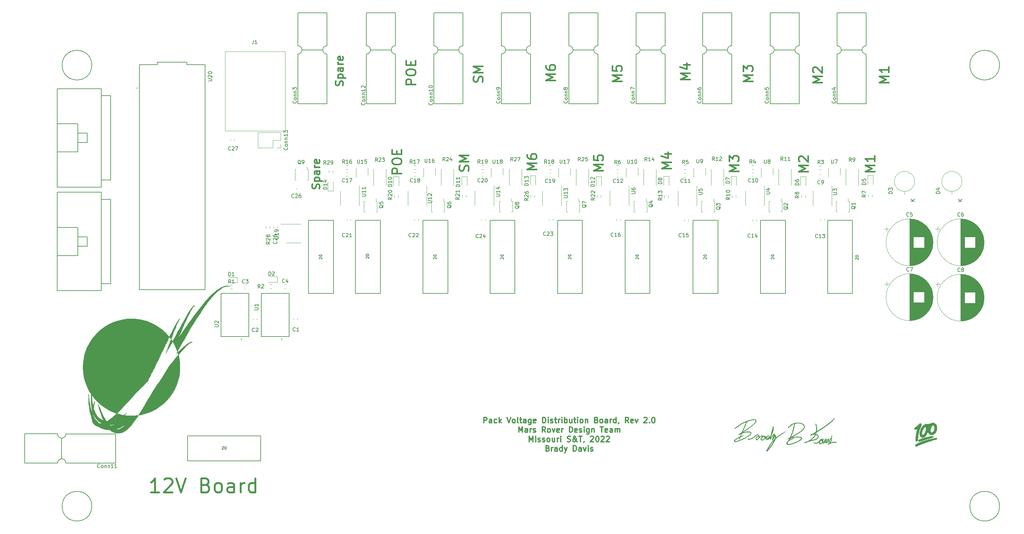
<source format=gbr>
%TF.GenerationSoftware,KiCad,Pcbnew,(5.1.6)-1*%
%TF.CreationDate,2022-03-18T21:22:57-05:00*%
%TF.ProjectId,PackVoltage_2022_Rev1,5061636b-566f-46c7-9461-67655f323032,rev?*%
%TF.SameCoordinates,Original*%
%TF.FileFunction,Legend,Top*%
%TF.FilePolarity,Positive*%
%FSLAX46Y46*%
G04 Gerber Fmt 4.6, Leading zero omitted, Abs format (unit mm)*
G04 Created by KiCad (PCBNEW (5.1.6)-1) date 2022-03-18 21:22:57*
%MOMM*%
%LPD*%
G01*
G04 APERTURE LIST*
%ADD10C,0.381000*%
%ADD11C,0.300000*%
%ADD12C,0.508000*%
%ADD13C,0.010000*%
%ADD14C,0.150000*%
%ADD15C,0.120000*%
%ADD16C,0.127000*%
%ADD17C,0.200000*%
G04 APERTURE END LIST*
D10*
X198253047Y-34187190D02*
X195713047Y-34187190D01*
X197527333Y-33340523D01*
X195713047Y-32493857D01*
X198253047Y-32493857D01*
X198253047Y-29953857D02*
X198253047Y-31405285D01*
X198253047Y-30679571D02*
X195713047Y-30679571D01*
X196075904Y-30921476D01*
X196317809Y-31163380D01*
X196438761Y-31405285D01*
X180219047Y-34187190D02*
X177679047Y-34187190D01*
X179493333Y-33340523D01*
X177679047Y-32493857D01*
X180219047Y-32493857D01*
X177920952Y-31405285D02*
X177800000Y-31284333D01*
X177679047Y-31042428D01*
X177679047Y-30437666D01*
X177800000Y-30195761D01*
X177920952Y-30074809D01*
X178162857Y-29953857D01*
X178404761Y-29953857D01*
X178767619Y-30074809D01*
X180219047Y-31526238D01*
X180219047Y-29953857D01*
X161423047Y-33806190D02*
X158883047Y-33806190D01*
X160697333Y-32959523D01*
X158883047Y-32112857D01*
X161423047Y-32112857D01*
X158883047Y-31145238D02*
X158883047Y-29572857D01*
X159850666Y-30419523D01*
X159850666Y-30056666D01*
X159971619Y-29814761D01*
X160092571Y-29693809D01*
X160334476Y-29572857D01*
X160939238Y-29572857D01*
X161181142Y-29693809D01*
X161302095Y-29814761D01*
X161423047Y-30056666D01*
X161423047Y-30782380D01*
X161302095Y-31024285D01*
X161181142Y-31145238D01*
X144405047Y-33298190D02*
X141865047Y-33298190D01*
X143679333Y-32451523D01*
X141865047Y-31604857D01*
X144405047Y-31604857D01*
X142711714Y-29306761D02*
X144405047Y-29306761D01*
X141744095Y-29911523D02*
X143558380Y-30516285D01*
X143558380Y-28943904D01*
X125990047Y-33806190D02*
X123450047Y-33806190D01*
X125264333Y-32959523D01*
X123450047Y-32112857D01*
X125990047Y-32112857D01*
X123450047Y-29693809D02*
X123450047Y-30903333D01*
X124659571Y-31024285D01*
X124538619Y-30903333D01*
X124417666Y-30661428D01*
X124417666Y-30056666D01*
X124538619Y-29814761D01*
X124659571Y-29693809D01*
X124901476Y-29572857D01*
X125506238Y-29572857D01*
X125748142Y-29693809D01*
X125869095Y-29814761D01*
X125990047Y-30056666D01*
X125990047Y-30661428D01*
X125869095Y-30903333D01*
X125748142Y-31024285D01*
X107956047Y-33552190D02*
X105416047Y-33552190D01*
X107230333Y-32705523D01*
X105416047Y-31858857D01*
X107956047Y-31858857D01*
X105416047Y-29560761D02*
X105416047Y-30044571D01*
X105537000Y-30286476D01*
X105657952Y-30407428D01*
X106020809Y-30649333D01*
X106504619Y-30770285D01*
X107472238Y-30770285D01*
X107714142Y-30649333D01*
X107835095Y-30528380D01*
X107956047Y-30286476D01*
X107956047Y-29802666D01*
X107835095Y-29560761D01*
X107714142Y-29439809D01*
X107472238Y-29318857D01*
X106867476Y-29318857D01*
X106625571Y-29439809D01*
X106504619Y-29560761D01*
X106383666Y-29802666D01*
X106383666Y-30286476D01*
X106504619Y-30528380D01*
X106625571Y-30649333D01*
X106867476Y-30770285D01*
X88200895Y-33952542D02*
X88321847Y-33589685D01*
X88321847Y-32984923D01*
X88200895Y-32743019D01*
X88079942Y-32622066D01*
X87838038Y-32501114D01*
X87596133Y-32501114D01*
X87354228Y-32622066D01*
X87233276Y-32743019D01*
X87112323Y-32984923D01*
X86991371Y-33468733D01*
X86870419Y-33710638D01*
X86749466Y-33831590D01*
X86507561Y-33952542D01*
X86265657Y-33952542D01*
X86023752Y-33831590D01*
X85902800Y-33710638D01*
X85781847Y-33468733D01*
X85781847Y-32863971D01*
X85902800Y-32501114D01*
X88321847Y-31412542D02*
X85781847Y-31412542D01*
X87596133Y-30565876D01*
X85781847Y-29719209D01*
X88321847Y-29719209D01*
X70110047Y-34640761D02*
X67570047Y-34640761D01*
X67570047Y-33673142D01*
X67691000Y-33431238D01*
X67811952Y-33310285D01*
X68053857Y-33189333D01*
X68416714Y-33189333D01*
X68658619Y-33310285D01*
X68779571Y-33431238D01*
X68900523Y-33673142D01*
X68900523Y-34640761D01*
X67570047Y-31616952D02*
X67570047Y-31133142D01*
X67691000Y-30891238D01*
X67932904Y-30649333D01*
X68416714Y-30528380D01*
X69263380Y-30528380D01*
X69747190Y-30649333D01*
X69989095Y-30891238D01*
X70110047Y-31133142D01*
X70110047Y-31616952D01*
X69989095Y-31858857D01*
X69747190Y-32100761D01*
X69263380Y-32221714D01*
X68416714Y-32221714D01*
X67932904Y-32100761D01*
X67691000Y-31858857D01*
X67570047Y-31616952D01*
X68779571Y-29439809D02*
X68779571Y-28593142D01*
X70110047Y-28230285D02*
X70110047Y-29439809D01*
X67570047Y-29439809D01*
X67570047Y-28230285D01*
X50352476Y-34906857D02*
X50449238Y-34616571D01*
X50449238Y-34132761D01*
X50352476Y-33939238D01*
X50255714Y-33842476D01*
X50062190Y-33745714D01*
X49868666Y-33745714D01*
X49675142Y-33842476D01*
X49578380Y-33939238D01*
X49481619Y-34132761D01*
X49384857Y-34519809D01*
X49288095Y-34713333D01*
X49191333Y-34810095D01*
X48997809Y-34906857D01*
X48804285Y-34906857D01*
X48610761Y-34810095D01*
X48514000Y-34713333D01*
X48417238Y-34519809D01*
X48417238Y-34036000D01*
X48514000Y-33745714D01*
X49094571Y-32874857D02*
X51126571Y-32874857D01*
X49191333Y-32874857D02*
X49094571Y-32681333D01*
X49094571Y-32294285D01*
X49191333Y-32100761D01*
X49288095Y-32004000D01*
X49481619Y-31907238D01*
X50062190Y-31907238D01*
X50255714Y-32004000D01*
X50352476Y-32100761D01*
X50449238Y-32294285D01*
X50449238Y-32681333D01*
X50352476Y-32874857D01*
X50449238Y-30165523D02*
X49384857Y-30165523D01*
X49191333Y-30262285D01*
X49094571Y-30455809D01*
X49094571Y-30842857D01*
X49191333Y-31036380D01*
X50352476Y-30165523D02*
X50449238Y-30359047D01*
X50449238Y-30842857D01*
X50352476Y-31036380D01*
X50158952Y-31133142D01*
X49965428Y-31133142D01*
X49771904Y-31036380D01*
X49675142Y-30842857D01*
X49675142Y-30359047D01*
X49578380Y-30165523D01*
X50449238Y-29197904D02*
X49094571Y-29197904D01*
X49481619Y-29197904D02*
X49288095Y-29101142D01*
X49191333Y-29004380D01*
X49094571Y-28810857D01*
X49094571Y-28617333D01*
X50352476Y-27165904D02*
X50449238Y-27359428D01*
X50449238Y-27746476D01*
X50352476Y-27940000D01*
X50158952Y-28036761D01*
X49384857Y-28036761D01*
X49191333Y-27940000D01*
X49094571Y-27746476D01*
X49094571Y-27359428D01*
X49191333Y-27165904D01*
X49384857Y-27069142D01*
X49578380Y-27069142D01*
X49771904Y-28036761D01*
D11*
X88617142Y-126393571D02*
X88617142Y-124893571D01*
X89188571Y-124893571D01*
X89331428Y-124965000D01*
X89402857Y-125036428D01*
X89474285Y-125179285D01*
X89474285Y-125393571D01*
X89402857Y-125536428D01*
X89331428Y-125607857D01*
X89188571Y-125679285D01*
X88617142Y-125679285D01*
X90760000Y-126393571D02*
X90760000Y-125607857D01*
X90688571Y-125465000D01*
X90545714Y-125393571D01*
X90260000Y-125393571D01*
X90117142Y-125465000D01*
X90760000Y-126322142D02*
X90617142Y-126393571D01*
X90260000Y-126393571D01*
X90117142Y-126322142D01*
X90045714Y-126179285D01*
X90045714Y-126036428D01*
X90117142Y-125893571D01*
X90260000Y-125822142D01*
X90617142Y-125822142D01*
X90760000Y-125750714D01*
X92117142Y-126322142D02*
X91974285Y-126393571D01*
X91688571Y-126393571D01*
X91545714Y-126322142D01*
X91474285Y-126250714D01*
X91402857Y-126107857D01*
X91402857Y-125679285D01*
X91474285Y-125536428D01*
X91545714Y-125465000D01*
X91688571Y-125393571D01*
X91974285Y-125393571D01*
X92117142Y-125465000D01*
X92760000Y-126393571D02*
X92760000Y-124893571D01*
X92902857Y-125822142D02*
X93331428Y-126393571D01*
X93331428Y-125393571D02*
X92760000Y-125965000D01*
X94902857Y-124893571D02*
X95402857Y-126393571D01*
X95902857Y-124893571D01*
X96617142Y-126393571D02*
X96474285Y-126322142D01*
X96402857Y-126250714D01*
X96331428Y-126107857D01*
X96331428Y-125679285D01*
X96402857Y-125536428D01*
X96474285Y-125465000D01*
X96617142Y-125393571D01*
X96831428Y-125393571D01*
X96974285Y-125465000D01*
X97045714Y-125536428D01*
X97117142Y-125679285D01*
X97117142Y-126107857D01*
X97045714Y-126250714D01*
X96974285Y-126322142D01*
X96831428Y-126393571D01*
X96617142Y-126393571D01*
X97974285Y-126393571D02*
X97831428Y-126322142D01*
X97760000Y-126179285D01*
X97760000Y-124893571D01*
X98331428Y-125393571D02*
X98902857Y-125393571D01*
X98545714Y-124893571D02*
X98545714Y-126179285D01*
X98617142Y-126322142D01*
X98760000Y-126393571D01*
X98902857Y-126393571D01*
X100045714Y-126393571D02*
X100045714Y-125607857D01*
X99974285Y-125465000D01*
X99831428Y-125393571D01*
X99545714Y-125393571D01*
X99402857Y-125465000D01*
X100045714Y-126322142D02*
X99902857Y-126393571D01*
X99545714Y-126393571D01*
X99402857Y-126322142D01*
X99331428Y-126179285D01*
X99331428Y-126036428D01*
X99402857Y-125893571D01*
X99545714Y-125822142D01*
X99902857Y-125822142D01*
X100045714Y-125750714D01*
X101402857Y-125393571D02*
X101402857Y-126607857D01*
X101331428Y-126750714D01*
X101260000Y-126822142D01*
X101117142Y-126893571D01*
X100902857Y-126893571D01*
X100760000Y-126822142D01*
X101402857Y-126322142D02*
X101260000Y-126393571D01*
X100974285Y-126393571D01*
X100831428Y-126322142D01*
X100760000Y-126250714D01*
X100688571Y-126107857D01*
X100688571Y-125679285D01*
X100760000Y-125536428D01*
X100831428Y-125465000D01*
X100974285Y-125393571D01*
X101260000Y-125393571D01*
X101402857Y-125465000D01*
X102688571Y-126322142D02*
X102545714Y-126393571D01*
X102260000Y-126393571D01*
X102117142Y-126322142D01*
X102045714Y-126179285D01*
X102045714Y-125607857D01*
X102117142Y-125465000D01*
X102260000Y-125393571D01*
X102545714Y-125393571D01*
X102688571Y-125465000D01*
X102760000Y-125607857D01*
X102760000Y-125750714D01*
X102045714Y-125893571D01*
X104545714Y-126393571D02*
X104545714Y-124893571D01*
X104902857Y-124893571D01*
X105117142Y-124965000D01*
X105260000Y-125107857D01*
X105331428Y-125250714D01*
X105402857Y-125536428D01*
X105402857Y-125750714D01*
X105331428Y-126036428D01*
X105260000Y-126179285D01*
X105117142Y-126322142D01*
X104902857Y-126393571D01*
X104545714Y-126393571D01*
X106045714Y-126393571D02*
X106045714Y-125393571D01*
X106045714Y-124893571D02*
X105974285Y-124965000D01*
X106045714Y-125036428D01*
X106117142Y-124965000D01*
X106045714Y-124893571D01*
X106045714Y-125036428D01*
X106688571Y-126322142D02*
X106831428Y-126393571D01*
X107117142Y-126393571D01*
X107260000Y-126322142D01*
X107331428Y-126179285D01*
X107331428Y-126107857D01*
X107260000Y-125965000D01*
X107117142Y-125893571D01*
X106902857Y-125893571D01*
X106760000Y-125822142D01*
X106688571Y-125679285D01*
X106688571Y-125607857D01*
X106760000Y-125465000D01*
X106902857Y-125393571D01*
X107117142Y-125393571D01*
X107260000Y-125465000D01*
X107760000Y-125393571D02*
X108331428Y-125393571D01*
X107974285Y-124893571D02*
X107974285Y-126179285D01*
X108045714Y-126322142D01*
X108188571Y-126393571D01*
X108331428Y-126393571D01*
X108831428Y-126393571D02*
X108831428Y-125393571D01*
X108831428Y-125679285D02*
X108902857Y-125536428D01*
X108974285Y-125465000D01*
X109117142Y-125393571D01*
X109260000Y-125393571D01*
X109760000Y-126393571D02*
X109760000Y-125393571D01*
X109760000Y-124893571D02*
X109688571Y-124965000D01*
X109760000Y-125036428D01*
X109831428Y-124965000D01*
X109760000Y-124893571D01*
X109760000Y-125036428D01*
X110474285Y-126393571D02*
X110474285Y-124893571D01*
X110474285Y-125465000D02*
X110617142Y-125393571D01*
X110902857Y-125393571D01*
X111045714Y-125465000D01*
X111117142Y-125536428D01*
X111188571Y-125679285D01*
X111188571Y-126107857D01*
X111117142Y-126250714D01*
X111045714Y-126322142D01*
X110902857Y-126393571D01*
X110617142Y-126393571D01*
X110474285Y-126322142D01*
X112474285Y-125393571D02*
X112474285Y-126393571D01*
X111831428Y-125393571D02*
X111831428Y-126179285D01*
X111902857Y-126322142D01*
X112045714Y-126393571D01*
X112260000Y-126393571D01*
X112402857Y-126322142D01*
X112474285Y-126250714D01*
X112974285Y-125393571D02*
X113545714Y-125393571D01*
X113188571Y-124893571D02*
X113188571Y-126179285D01*
X113260000Y-126322142D01*
X113402857Y-126393571D01*
X113545714Y-126393571D01*
X114045714Y-126393571D02*
X114045714Y-125393571D01*
X114045714Y-124893571D02*
X113974285Y-124965000D01*
X114045714Y-125036428D01*
X114117142Y-124965000D01*
X114045714Y-124893571D01*
X114045714Y-125036428D01*
X114974285Y-126393571D02*
X114831428Y-126322142D01*
X114760000Y-126250714D01*
X114688571Y-126107857D01*
X114688571Y-125679285D01*
X114760000Y-125536428D01*
X114831428Y-125465000D01*
X114974285Y-125393571D01*
X115188571Y-125393571D01*
X115331428Y-125465000D01*
X115402857Y-125536428D01*
X115474285Y-125679285D01*
X115474285Y-126107857D01*
X115402857Y-126250714D01*
X115331428Y-126322142D01*
X115188571Y-126393571D01*
X114974285Y-126393571D01*
X116117142Y-125393571D02*
X116117142Y-126393571D01*
X116117142Y-125536428D02*
X116188571Y-125465000D01*
X116331428Y-125393571D01*
X116545714Y-125393571D01*
X116688571Y-125465000D01*
X116760000Y-125607857D01*
X116760000Y-126393571D01*
X119117142Y-125607857D02*
X119331428Y-125679285D01*
X119402857Y-125750714D01*
X119474285Y-125893571D01*
X119474285Y-126107857D01*
X119402857Y-126250714D01*
X119331428Y-126322142D01*
X119188571Y-126393571D01*
X118617142Y-126393571D01*
X118617142Y-124893571D01*
X119117142Y-124893571D01*
X119260000Y-124965000D01*
X119331428Y-125036428D01*
X119402857Y-125179285D01*
X119402857Y-125322142D01*
X119331428Y-125465000D01*
X119260000Y-125536428D01*
X119117142Y-125607857D01*
X118617142Y-125607857D01*
X120331428Y-126393571D02*
X120188571Y-126322142D01*
X120117142Y-126250714D01*
X120045714Y-126107857D01*
X120045714Y-125679285D01*
X120117142Y-125536428D01*
X120188571Y-125465000D01*
X120331428Y-125393571D01*
X120545714Y-125393571D01*
X120688571Y-125465000D01*
X120760000Y-125536428D01*
X120831428Y-125679285D01*
X120831428Y-126107857D01*
X120760000Y-126250714D01*
X120688571Y-126322142D01*
X120545714Y-126393571D01*
X120331428Y-126393571D01*
X122117142Y-126393571D02*
X122117142Y-125607857D01*
X122045714Y-125465000D01*
X121902857Y-125393571D01*
X121617142Y-125393571D01*
X121474285Y-125465000D01*
X122117142Y-126322142D02*
X121974285Y-126393571D01*
X121617142Y-126393571D01*
X121474285Y-126322142D01*
X121402857Y-126179285D01*
X121402857Y-126036428D01*
X121474285Y-125893571D01*
X121617142Y-125822142D01*
X121974285Y-125822142D01*
X122117142Y-125750714D01*
X122831428Y-126393571D02*
X122831428Y-125393571D01*
X122831428Y-125679285D02*
X122902857Y-125536428D01*
X122974285Y-125465000D01*
X123117142Y-125393571D01*
X123260000Y-125393571D01*
X124402857Y-126393571D02*
X124402857Y-124893571D01*
X124402857Y-126322142D02*
X124260000Y-126393571D01*
X123974285Y-126393571D01*
X123831428Y-126322142D01*
X123760000Y-126250714D01*
X123688571Y-126107857D01*
X123688571Y-125679285D01*
X123760000Y-125536428D01*
X123831428Y-125465000D01*
X123974285Y-125393571D01*
X124260000Y-125393571D01*
X124402857Y-125465000D01*
X125188571Y-126322142D02*
X125188571Y-126393571D01*
X125117142Y-126536428D01*
X125045714Y-126607857D01*
X127831428Y-126393571D02*
X127331428Y-125679285D01*
X126974285Y-126393571D02*
X126974285Y-124893571D01*
X127545714Y-124893571D01*
X127688571Y-124965000D01*
X127760000Y-125036428D01*
X127831428Y-125179285D01*
X127831428Y-125393571D01*
X127760000Y-125536428D01*
X127688571Y-125607857D01*
X127545714Y-125679285D01*
X126974285Y-125679285D01*
X129045714Y-126322142D02*
X128902857Y-126393571D01*
X128617142Y-126393571D01*
X128474285Y-126322142D01*
X128402857Y-126179285D01*
X128402857Y-125607857D01*
X128474285Y-125465000D01*
X128617142Y-125393571D01*
X128902857Y-125393571D01*
X129045714Y-125465000D01*
X129117142Y-125607857D01*
X129117142Y-125750714D01*
X128402857Y-125893571D01*
X129617142Y-125393571D02*
X129974285Y-126393571D01*
X130331428Y-125393571D01*
X131974285Y-125036428D02*
X132045714Y-124965000D01*
X132188571Y-124893571D01*
X132545714Y-124893571D01*
X132688571Y-124965000D01*
X132760000Y-125036428D01*
X132831428Y-125179285D01*
X132831428Y-125322142D01*
X132760000Y-125536428D01*
X131902857Y-126393571D01*
X132831428Y-126393571D01*
X133474285Y-126250714D02*
X133545714Y-126322142D01*
X133474285Y-126393571D01*
X133402857Y-126322142D01*
X133474285Y-126250714D01*
X133474285Y-126393571D01*
X134474285Y-124893571D02*
X134617142Y-124893571D01*
X134760000Y-124965000D01*
X134831428Y-125036428D01*
X134902857Y-125179285D01*
X134974285Y-125465000D01*
X134974285Y-125822142D01*
X134902857Y-126107857D01*
X134831428Y-126250714D01*
X134760000Y-126322142D01*
X134617142Y-126393571D01*
X134474285Y-126393571D01*
X134331428Y-126322142D01*
X134260000Y-126250714D01*
X134188571Y-126107857D01*
X134117142Y-125822142D01*
X134117142Y-125465000D01*
X134188571Y-125179285D01*
X134260000Y-125036428D01*
X134331428Y-124965000D01*
X134474285Y-124893571D01*
X98081428Y-128943571D02*
X98081428Y-127443571D01*
X98581428Y-128515000D01*
X99081428Y-127443571D01*
X99081428Y-128943571D01*
X100438571Y-128943571D02*
X100438571Y-128157857D01*
X100367142Y-128015000D01*
X100224285Y-127943571D01*
X99938571Y-127943571D01*
X99795714Y-128015000D01*
X100438571Y-128872142D02*
X100295714Y-128943571D01*
X99938571Y-128943571D01*
X99795714Y-128872142D01*
X99724285Y-128729285D01*
X99724285Y-128586428D01*
X99795714Y-128443571D01*
X99938571Y-128372142D01*
X100295714Y-128372142D01*
X100438571Y-128300714D01*
X101152857Y-128943571D02*
X101152857Y-127943571D01*
X101152857Y-128229285D02*
X101224285Y-128086428D01*
X101295714Y-128015000D01*
X101438571Y-127943571D01*
X101581428Y-127943571D01*
X102010000Y-128872142D02*
X102152857Y-128943571D01*
X102438571Y-128943571D01*
X102581428Y-128872142D01*
X102652857Y-128729285D01*
X102652857Y-128657857D01*
X102581428Y-128515000D01*
X102438571Y-128443571D01*
X102224285Y-128443571D01*
X102081428Y-128372142D01*
X102010000Y-128229285D01*
X102010000Y-128157857D01*
X102081428Y-128015000D01*
X102224285Y-127943571D01*
X102438571Y-127943571D01*
X102581428Y-128015000D01*
X105295714Y-128943571D02*
X104795714Y-128229285D01*
X104438571Y-128943571D02*
X104438571Y-127443571D01*
X105010000Y-127443571D01*
X105152857Y-127515000D01*
X105224285Y-127586428D01*
X105295714Y-127729285D01*
X105295714Y-127943571D01*
X105224285Y-128086428D01*
X105152857Y-128157857D01*
X105010000Y-128229285D01*
X104438571Y-128229285D01*
X106152857Y-128943571D02*
X106010000Y-128872142D01*
X105938571Y-128800714D01*
X105867142Y-128657857D01*
X105867142Y-128229285D01*
X105938571Y-128086428D01*
X106010000Y-128015000D01*
X106152857Y-127943571D01*
X106367142Y-127943571D01*
X106510000Y-128015000D01*
X106581428Y-128086428D01*
X106652857Y-128229285D01*
X106652857Y-128657857D01*
X106581428Y-128800714D01*
X106510000Y-128872142D01*
X106367142Y-128943571D01*
X106152857Y-128943571D01*
X107152857Y-127943571D02*
X107510000Y-128943571D01*
X107867142Y-127943571D01*
X109010000Y-128872142D02*
X108867142Y-128943571D01*
X108581428Y-128943571D01*
X108438571Y-128872142D01*
X108367142Y-128729285D01*
X108367142Y-128157857D01*
X108438571Y-128015000D01*
X108581428Y-127943571D01*
X108867142Y-127943571D01*
X109010000Y-128015000D01*
X109081428Y-128157857D01*
X109081428Y-128300714D01*
X108367142Y-128443571D01*
X109724285Y-128943571D02*
X109724285Y-127943571D01*
X109724285Y-128229285D02*
X109795714Y-128086428D01*
X109867142Y-128015000D01*
X110010000Y-127943571D01*
X110152857Y-127943571D01*
X111795714Y-128943571D02*
X111795714Y-127443571D01*
X112152857Y-127443571D01*
X112367142Y-127515000D01*
X112510000Y-127657857D01*
X112581428Y-127800714D01*
X112652857Y-128086428D01*
X112652857Y-128300714D01*
X112581428Y-128586428D01*
X112510000Y-128729285D01*
X112367142Y-128872142D01*
X112152857Y-128943571D01*
X111795714Y-128943571D01*
X113867142Y-128872142D02*
X113724285Y-128943571D01*
X113438571Y-128943571D01*
X113295714Y-128872142D01*
X113224285Y-128729285D01*
X113224285Y-128157857D01*
X113295714Y-128015000D01*
X113438571Y-127943571D01*
X113724285Y-127943571D01*
X113867142Y-128015000D01*
X113938571Y-128157857D01*
X113938571Y-128300714D01*
X113224285Y-128443571D01*
X114510000Y-128872142D02*
X114652857Y-128943571D01*
X114938571Y-128943571D01*
X115081428Y-128872142D01*
X115152857Y-128729285D01*
X115152857Y-128657857D01*
X115081428Y-128515000D01*
X114938571Y-128443571D01*
X114724285Y-128443571D01*
X114581428Y-128372142D01*
X114510000Y-128229285D01*
X114510000Y-128157857D01*
X114581428Y-128015000D01*
X114724285Y-127943571D01*
X114938571Y-127943571D01*
X115081428Y-128015000D01*
X115795714Y-128943571D02*
X115795714Y-127943571D01*
X115795714Y-127443571D02*
X115724285Y-127515000D01*
X115795714Y-127586428D01*
X115867142Y-127515000D01*
X115795714Y-127443571D01*
X115795714Y-127586428D01*
X117152857Y-127943571D02*
X117152857Y-129157857D01*
X117081428Y-129300714D01*
X117010000Y-129372142D01*
X116867142Y-129443571D01*
X116652857Y-129443571D01*
X116510000Y-129372142D01*
X117152857Y-128872142D02*
X117010000Y-128943571D01*
X116724285Y-128943571D01*
X116581428Y-128872142D01*
X116510000Y-128800714D01*
X116438571Y-128657857D01*
X116438571Y-128229285D01*
X116510000Y-128086428D01*
X116581428Y-128015000D01*
X116724285Y-127943571D01*
X117010000Y-127943571D01*
X117152857Y-128015000D01*
X117867142Y-127943571D02*
X117867142Y-128943571D01*
X117867142Y-128086428D02*
X117938571Y-128015000D01*
X118081428Y-127943571D01*
X118295714Y-127943571D01*
X118438571Y-128015000D01*
X118510000Y-128157857D01*
X118510000Y-128943571D01*
X120152857Y-127443571D02*
X121010000Y-127443571D01*
X120581428Y-128943571D02*
X120581428Y-127443571D01*
X122081428Y-128872142D02*
X121938571Y-128943571D01*
X121652857Y-128943571D01*
X121510000Y-128872142D01*
X121438571Y-128729285D01*
X121438571Y-128157857D01*
X121510000Y-128015000D01*
X121652857Y-127943571D01*
X121938571Y-127943571D01*
X122081428Y-128015000D01*
X122152857Y-128157857D01*
X122152857Y-128300714D01*
X121438571Y-128443571D01*
X123438571Y-128943571D02*
X123438571Y-128157857D01*
X123367142Y-128015000D01*
X123224285Y-127943571D01*
X122938571Y-127943571D01*
X122795714Y-128015000D01*
X123438571Y-128872142D02*
X123295714Y-128943571D01*
X122938571Y-128943571D01*
X122795714Y-128872142D01*
X122724285Y-128729285D01*
X122724285Y-128586428D01*
X122795714Y-128443571D01*
X122938571Y-128372142D01*
X123295714Y-128372142D01*
X123438571Y-128300714D01*
X124152857Y-128943571D02*
X124152857Y-127943571D01*
X124152857Y-128086428D02*
X124224285Y-128015000D01*
X124367142Y-127943571D01*
X124581428Y-127943571D01*
X124724285Y-128015000D01*
X124795714Y-128157857D01*
X124795714Y-128943571D01*
X124795714Y-128157857D02*
X124867142Y-128015000D01*
X125010000Y-127943571D01*
X125224285Y-127943571D01*
X125367142Y-128015000D01*
X125438571Y-128157857D01*
X125438571Y-128943571D01*
X100938571Y-131493571D02*
X100938571Y-129993571D01*
X101438571Y-131065000D01*
X101938571Y-129993571D01*
X101938571Y-131493571D01*
X102652857Y-131493571D02*
X102652857Y-130493571D01*
X102652857Y-129993571D02*
X102581428Y-130065000D01*
X102652857Y-130136428D01*
X102724285Y-130065000D01*
X102652857Y-129993571D01*
X102652857Y-130136428D01*
X103295714Y-131422142D02*
X103438571Y-131493571D01*
X103724285Y-131493571D01*
X103867142Y-131422142D01*
X103938571Y-131279285D01*
X103938571Y-131207857D01*
X103867142Y-131065000D01*
X103724285Y-130993571D01*
X103510000Y-130993571D01*
X103367142Y-130922142D01*
X103295714Y-130779285D01*
X103295714Y-130707857D01*
X103367142Y-130565000D01*
X103510000Y-130493571D01*
X103724285Y-130493571D01*
X103867142Y-130565000D01*
X104510000Y-131422142D02*
X104652857Y-131493571D01*
X104938571Y-131493571D01*
X105081428Y-131422142D01*
X105152857Y-131279285D01*
X105152857Y-131207857D01*
X105081428Y-131065000D01*
X104938571Y-130993571D01*
X104724285Y-130993571D01*
X104581428Y-130922142D01*
X104510000Y-130779285D01*
X104510000Y-130707857D01*
X104581428Y-130565000D01*
X104724285Y-130493571D01*
X104938571Y-130493571D01*
X105081428Y-130565000D01*
X106010000Y-131493571D02*
X105867142Y-131422142D01*
X105795714Y-131350714D01*
X105724285Y-131207857D01*
X105724285Y-130779285D01*
X105795714Y-130636428D01*
X105867142Y-130565000D01*
X106010000Y-130493571D01*
X106224285Y-130493571D01*
X106367142Y-130565000D01*
X106438571Y-130636428D01*
X106510000Y-130779285D01*
X106510000Y-131207857D01*
X106438571Y-131350714D01*
X106367142Y-131422142D01*
X106224285Y-131493571D01*
X106010000Y-131493571D01*
X107795714Y-130493571D02*
X107795714Y-131493571D01*
X107152857Y-130493571D02*
X107152857Y-131279285D01*
X107224285Y-131422142D01*
X107367142Y-131493571D01*
X107581428Y-131493571D01*
X107724285Y-131422142D01*
X107795714Y-131350714D01*
X108510000Y-131493571D02*
X108510000Y-130493571D01*
X108510000Y-130779285D02*
X108581428Y-130636428D01*
X108652857Y-130565000D01*
X108795714Y-130493571D01*
X108938571Y-130493571D01*
X109438571Y-131493571D02*
X109438571Y-130493571D01*
X109438571Y-129993571D02*
X109367142Y-130065000D01*
X109438571Y-130136428D01*
X109510000Y-130065000D01*
X109438571Y-129993571D01*
X109438571Y-130136428D01*
X111224285Y-131422142D02*
X111438571Y-131493571D01*
X111795714Y-131493571D01*
X111938571Y-131422142D01*
X112010000Y-131350714D01*
X112081428Y-131207857D01*
X112081428Y-131065000D01*
X112010000Y-130922142D01*
X111938571Y-130850714D01*
X111795714Y-130779285D01*
X111510000Y-130707857D01*
X111367142Y-130636428D01*
X111295714Y-130565000D01*
X111224285Y-130422142D01*
X111224285Y-130279285D01*
X111295714Y-130136428D01*
X111367142Y-130065000D01*
X111510000Y-129993571D01*
X111867142Y-129993571D01*
X112081428Y-130065000D01*
X113938571Y-131493571D02*
X113867142Y-131493571D01*
X113724285Y-131422142D01*
X113510000Y-131207857D01*
X113152857Y-130779285D01*
X113010000Y-130565000D01*
X112938571Y-130350714D01*
X112938571Y-130207857D01*
X113010000Y-130065000D01*
X113152857Y-129993571D01*
X113224285Y-129993571D01*
X113367142Y-130065000D01*
X113438571Y-130207857D01*
X113438571Y-130279285D01*
X113367142Y-130422142D01*
X113295714Y-130493571D01*
X112867142Y-130779285D01*
X112795714Y-130850714D01*
X112724285Y-130993571D01*
X112724285Y-131207857D01*
X112795714Y-131350714D01*
X112867142Y-131422142D01*
X113010000Y-131493571D01*
X113224285Y-131493571D01*
X113367142Y-131422142D01*
X113438571Y-131350714D01*
X113652857Y-131065000D01*
X113724285Y-130850714D01*
X113724285Y-130707857D01*
X114367142Y-129993571D02*
X115224285Y-129993571D01*
X114795714Y-131493571D02*
X114795714Y-129993571D01*
X115795714Y-131422142D02*
X115795714Y-131493571D01*
X115724285Y-131636428D01*
X115652857Y-131707857D01*
X117510000Y-130136428D02*
X117581428Y-130065000D01*
X117724285Y-129993571D01*
X118081428Y-129993571D01*
X118224285Y-130065000D01*
X118295714Y-130136428D01*
X118367142Y-130279285D01*
X118367142Y-130422142D01*
X118295714Y-130636428D01*
X117438571Y-131493571D01*
X118367142Y-131493571D01*
X119295714Y-129993571D02*
X119438571Y-129993571D01*
X119581428Y-130065000D01*
X119652857Y-130136428D01*
X119724285Y-130279285D01*
X119795714Y-130565000D01*
X119795714Y-130922142D01*
X119724285Y-131207857D01*
X119652857Y-131350714D01*
X119581428Y-131422142D01*
X119438571Y-131493571D01*
X119295714Y-131493571D01*
X119152857Y-131422142D01*
X119081428Y-131350714D01*
X119010000Y-131207857D01*
X118938571Y-130922142D01*
X118938571Y-130565000D01*
X119010000Y-130279285D01*
X119081428Y-130136428D01*
X119152857Y-130065000D01*
X119295714Y-129993571D01*
X120367142Y-130136428D02*
X120438571Y-130065000D01*
X120581428Y-129993571D01*
X120938571Y-129993571D01*
X121081428Y-130065000D01*
X121152857Y-130136428D01*
X121224285Y-130279285D01*
X121224285Y-130422142D01*
X121152857Y-130636428D01*
X120295714Y-131493571D01*
X121224285Y-131493571D01*
X121795714Y-130136428D02*
X121867142Y-130065000D01*
X122010000Y-129993571D01*
X122367142Y-129993571D01*
X122510000Y-130065000D01*
X122581428Y-130136428D01*
X122652857Y-130279285D01*
X122652857Y-130422142D01*
X122581428Y-130636428D01*
X121724285Y-131493571D01*
X122652857Y-131493571D01*
X105938571Y-133257857D02*
X106152857Y-133329285D01*
X106224285Y-133400714D01*
X106295714Y-133543571D01*
X106295714Y-133757857D01*
X106224285Y-133900714D01*
X106152857Y-133972142D01*
X106010000Y-134043571D01*
X105438571Y-134043571D01*
X105438571Y-132543571D01*
X105938571Y-132543571D01*
X106081428Y-132615000D01*
X106152857Y-132686428D01*
X106224285Y-132829285D01*
X106224285Y-132972142D01*
X106152857Y-133115000D01*
X106081428Y-133186428D01*
X105938571Y-133257857D01*
X105438571Y-133257857D01*
X106938571Y-134043571D02*
X106938571Y-133043571D01*
X106938571Y-133329285D02*
X107010000Y-133186428D01*
X107081428Y-133115000D01*
X107224285Y-133043571D01*
X107367142Y-133043571D01*
X108510000Y-134043571D02*
X108510000Y-133257857D01*
X108438571Y-133115000D01*
X108295714Y-133043571D01*
X108010000Y-133043571D01*
X107867142Y-133115000D01*
X108510000Y-133972142D02*
X108367142Y-134043571D01*
X108010000Y-134043571D01*
X107867142Y-133972142D01*
X107795714Y-133829285D01*
X107795714Y-133686428D01*
X107867142Y-133543571D01*
X108010000Y-133472142D01*
X108367142Y-133472142D01*
X108510000Y-133400714D01*
X109867142Y-134043571D02*
X109867142Y-132543571D01*
X109867142Y-133972142D02*
X109724285Y-134043571D01*
X109438571Y-134043571D01*
X109295714Y-133972142D01*
X109224285Y-133900714D01*
X109152857Y-133757857D01*
X109152857Y-133329285D01*
X109224285Y-133186428D01*
X109295714Y-133115000D01*
X109438571Y-133043571D01*
X109724285Y-133043571D01*
X109867142Y-133115000D01*
X110438571Y-133043571D02*
X110795714Y-134043571D01*
X111152857Y-133043571D02*
X110795714Y-134043571D01*
X110652857Y-134400714D01*
X110581428Y-134472142D01*
X110438571Y-134543571D01*
X112867142Y-134043571D02*
X112867142Y-132543571D01*
X113224285Y-132543571D01*
X113438571Y-132615000D01*
X113581428Y-132757857D01*
X113652857Y-132900714D01*
X113724285Y-133186428D01*
X113724285Y-133400714D01*
X113652857Y-133686428D01*
X113581428Y-133829285D01*
X113438571Y-133972142D01*
X113224285Y-134043571D01*
X112867142Y-134043571D01*
X115010000Y-134043571D02*
X115010000Y-133257857D01*
X114938571Y-133115000D01*
X114795714Y-133043571D01*
X114510000Y-133043571D01*
X114367142Y-133115000D01*
X115010000Y-133972142D02*
X114867142Y-134043571D01*
X114510000Y-134043571D01*
X114367142Y-133972142D01*
X114295714Y-133829285D01*
X114295714Y-133686428D01*
X114367142Y-133543571D01*
X114510000Y-133472142D01*
X114867142Y-133472142D01*
X115010000Y-133400714D01*
X115581428Y-133043571D02*
X115938571Y-134043571D01*
X116295714Y-133043571D01*
X116867142Y-134043571D02*
X116867142Y-133043571D01*
X116867142Y-132543571D02*
X116795714Y-132615000D01*
X116867142Y-132686428D01*
X116938571Y-132615000D01*
X116867142Y-132543571D01*
X116867142Y-132686428D01*
X117510000Y-133972142D02*
X117652857Y-134043571D01*
X117938571Y-134043571D01*
X118081428Y-133972142D01*
X118152857Y-133829285D01*
X118152857Y-133757857D01*
X118081428Y-133615000D01*
X117938571Y-133543571D01*
X117724285Y-133543571D01*
X117581428Y-133472142D01*
X117510000Y-133329285D01*
X117510000Y-133257857D01*
X117581428Y-133115000D01*
X117724285Y-133043571D01*
X117938571Y-133043571D01*
X118081428Y-133115000D01*
D12*
X635000Y-145233571D02*
X-1542142Y-145233571D01*
X-453571Y-145233571D02*
X-453571Y-141423571D01*
X-816428Y-141967857D01*
X-1179285Y-142330714D01*
X-1542142Y-142512142D01*
X2086428Y-141786428D02*
X2267857Y-141605000D01*
X2630714Y-141423571D01*
X3537857Y-141423571D01*
X3900714Y-141605000D01*
X4082142Y-141786428D01*
X4263571Y-142149285D01*
X4263571Y-142512142D01*
X4082142Y-143056428D01*
X1904999Y-145233571D01*
X4263571Y-145233571D01*
X5352142Y-141423571D02*
X6622142Y-145233571D01*
X7892142Y-141423571D01*
X13334999Y-143237857D02*
X13879285Y-143419285D01*
X14060714Y-143600714D01*
X14242142Y-143963571D01*
X14242142Y-144507857D01*
X14060714Y-144870714D01*
X13879285Y-145052142D01*
X13516428Y-145233571D01*
X12064999Y-145233571D01*
X12064999Y-141423571D01*
X13334999Y-141423571D01*
X13697857Y-141605000D01*
X13879285Y-141786428D01*
X14060714Y-142149285D01*
X14060714Y-142512142D01*
X13879285Y-142875000D01*
X13697857Y-143056428D01*
X13334999Y-143237857D01*
X12064999Y-143237857D01*
X16419285Y-145233571D02*
X16056428Y-145052142D01*
X15874999Y-144870714D01*
X15693571Y-144507857D01*
X15693571Y-143419285D01*
X15874999Y-143056428D01*
X16056428Y-142875000D01*
X16419285Y-142693571D01*
X16963571Y-142693571D01*
X17326428Y-142875000D01*
X17507857Y-143056428D01*
X17689285Y-143419285D01*
X17689285Y-144507857D01*
X17507857Y-144870714D01*
X17326428Y-145052142D01*
X16963571Y-145233571D01*
X16419285Y-145233571D01*
X20955000Y-145233571D02*
X20955000Y-143237857D01*
X20773571Y-142875000D01*
X20410714Y-142693571D01*
X19685000Y-142693571D01*
X19322142Y-142875000D01*
X20955000Y-145052142D02*
X20592142Y-145233571D01*
X19685000Y-145233571D01*
X19322142Y-145052142D01*
X19140714Y-144689285D01*
X19140714Y-144326428D01*
X19322142Y-143963571D01*
X19685000Y-143782142D01*
X20592142Y-143782142D01*
X20955000Y-143600714D01*
X22769285Y-145233571D02*
X22769285Y-142693571D01*
X22769285Y-143419285D02*
X22950714Y-143056428D01*
X23132142Y-142875000D01*
X23495000Y-142693571D01*
X23857857Y-142693571D01*
X26760714Y-145233571D02*
X26760714Y-141423571D01*
X26760714Y-145052142D02*
X26397857Y-145233571D01*
X25672142Y-145233571D01*
X25309285Y-145052142D01*
X25127857Y-144870714D01*
X24946428Y-144507857D01*
X24946428Y-143419285D01*
X25127857Y-143056428D01*
X25309285Y-142875000D01*
X25672142Y-142693571D01*
X26397857Y-142693571D01*
X26760714Y-142875000D01*
D10*
X44002476Y-62846857D02*
X44099238Y-62556571D01*
X44099238Y-62072761D01*
X44002476Y-61879238D01*
X43905714Y-61782476D01*
X43712190Y-61685714D01*
X43518666Y-61685714D01*
X43325142Y-61782476D01*
X43228380Y-61879238D01*
X43131619Y-62072761D01*
X43034857Y-62459809D01*
X42938095Y-62653333D01*
X42841333Y-62750095D01*
X42647809Y-62846857D01*
X42454285Y-62846857D01*
X42260761Y-62750095D01*
X42164000Y-62653333D01*
X42067238Y-62459809D01*
X42067238Y-61976000D01*
X42164000Y-61685714D01*
X42744571Y-60814857D02*
X44776571Y-60814857D01*
X42841333Y-60814857D02*
X42744571Y-60621333D01*
X42744571Y-60234285D01*
X42841333Y-60040761D01*
X42938095Y-59944000D01*
X43131619Y-59847238D01*
X43712190Y-59847238D01*
X43905714Y-59944000D01*
X44002476Y-60040761D01*
X44099238Y-60234285D01*
X44099238Y-60621333D01*
X44002476Y-60814857D01*
X44099238Y-58105523D02*
X43034857Y-58105523D01*
X42841333Y-58202285D01*
X42744571Y-58395809D01*
X42744571Y-58782857D01*
X42841333Y-58976380D01*
X44002476Y-58105523D02*
X44099238Y-58299047D01*
X44099238Y-58782857D01*
X44002476Y-58976380D01*
X43808952Y-59073142D01*
X43615428Y-59073142D01*
X43421904Y-58976380D01*
X43325142Y-58782857D01*
X43325142Y-58299047D01*
X43228380Y-58105523D01*
X44099238Y-57137904D02*
X42744571Y-57137904D01*
X43131619Y-57137904D02*
X42938095Y-57041142D01*
X42841333Y-56944380D01*
X42744571Y-56750857D01*
X42744571Y-56557333D01*
X44002476Y-55105904D02*
X44099238Y-55299428D01*
X44099238Y-55686476D01*
X44002476Y-55880000D01*
X43808952Y-55976761D01*
X43034857Y-55976761D01*
X42841333Y-55880000D01*
X42744571Y-55686476D01*
X42744571Y-55299428D01*
X42841333Y-55105904D01*
X43034857Y-55009142D01*
X43228380Y-55009142D01*
X43421904Y-55976761D01*
X66300047Y-58770761D02*
X63760047Y-58770761D01*
X63760047Y-57803142D01*
X63881000Y-57561238D01*
X64001952Y-57440285D01*
X64243857Y-57319333D01*
X64606714Y-57319333D01*
X64848619Y-57440285D01*
X64969571Y-57561238D01*
X65090523Y-57803142D01*
X65090523Y-58770761D01*
X63760047Y-55746952D02*
X63760047Y-55263142D01*
X63881000Y-55021238D01*
X64122904Y-54779333D01*
X64606714Y-54658380D01*
X65453380Y-54658380D01*
X65937190Y-54779333D01*
X66179095Y-55021238D01*
X66300047Y-55263142D01*
X66300047Y-55746952D01*
X66179095Y-55988857D01*
X65937190Y-56230761D01*
X65453380Y-56351714D01*
X64606714Y-56351714D01*
X64122904Y-56230761D01*
X63881000Y-55988857D01*
X63760047Y-55746952D01*
X64969571Y-53569809D02*
X64969571Y-52723142D01*
X66300047Y-52360285D02*
X66300047Y-53569809D01*
X63760047Y-53569809D01*
X63760047Y-52360285D01*
X84390895Y-58082542D02*
X84511847Y-57719685D01*
X84511847Y-57114923D01*
X84390895Y-56873019D01*
X84269942Y-56752066D01*
X84028038Y-56631114D01*
X83786133Y-56631114D01*
X83544228Y-56752066D01*
X83423276Y-56873019D01*
X83302323Y-57114923D01*
X83181371Y-57598733D01*
X83060419Y-57840638D01*
X82939466Y-57961590D01*
X82697561Y-58082542D01*
X82455657Y-58082542D01*
X82213752Y-57961590D01*
X82092800Y-57840638D01*
X81971847Y-57598733D01*
X81971847Y-56993971D01*
X82092800Y-56631114D01*
X84511847Y-55542542D02*
X81971847Y-55542542D01*
X83786133Y-54695876D01*
X81971847Y-53849209D01*
X84511847Y-53849209D01*
X102876047Y-57682190D02*
X100336047Y-57682190D01*
X102150333Y-56835523D01*
X100336047Y-55988857D01*
X102876047Y-55988857D01*
X100336047Y-53690761D02*
X100336047Y-54174571D01*
X100457000Y-54416476D01*
X100577952Y-54537428D01*
X100940809Y-54779333D01*
X101424619Y-54900285D01*
X102392238Y-54900285D01*
X102634142Y-54779333D01*
X102755095Y-54658380D01*
X102876047Y-54416476D01*
X102876047Y-53932666D01*
X102755095Y-53690761D01*
X102634142Y-53569809D01*
X102392238Y-53448857D01*
X101787476Y-53448857D01*
X101545571Y-53569809D01*
X101424619Y-53690761D01*
X101303666Y-53932666D01*
X101303666Y-54416476D01*
X101424619Y-54658380D01*
X101545571Y-54779333D01*
X101787476Y-54900285D01*
X120910047Y-58063190D02*
X118370047Y-58063190D01*
X120184333Y-57216523D01*
X118370047Y-56369857D01*
X120910047Y-56369857D01*
X118370047Y-53950809D02*
X118370047Y-55160333D01*
X119579571Y-55281285D01*
X119458619Y-55160333D01*
X119337666Y-54918428D01*
X119337666Y-54313666D01*
X119458619Y-54071761D01*
X119579571Y-53950809D01*
X119821476Y-53829857D01*
X120426238Y-53829857D01*
X120668142Y-53950809D01*
X120789095Y-54071761D01*
X120910047Y-54313666D01*
X120910047Y-54918428D01*
X120789095Y-55160333D01*
X120668142Y-55281285D01*
X139325047Y-57428190D02*
X136785047Y-57428190D01*
X138599333Y-56581523D01*
X136785047Y-55734857D01*
X139325047Y-55734857D01*
X137631714Y-53436761D02*
X139325047Y-53436761D01*
X136664095Y-54041523D02*
X138478380Y-54646285D01*
X138478380Y-53073904D01*
X157613047Y-58190190D02*
X155073047Y-58190190D01*
X156887333Y-57343523D01*
X155073047Y-56496857D01*
X157613047Y-56496857D01*
X155073047Y-55529238D02*
X155073047Y-53956857D01*
X156040666Y-54803523D01*
X156040666Y-54440666D01*
X156161619Y-54198761D01*
X156282571Y-54077809D01*
X156524476Y-53956857D01*
X157129238Y-53956857D01*
X157371142Y-54077809D01*
X157492095Y-54198761D01*
X157613047Y-54440666D01*
X157613047Y-55166380D01*
X157492095Y-55408285D01*
X157371142Y-55529238D01*
X176409047Y-58317190D02*
X173869047Y-58317190D01*
X175683333Y-57470523D01*
X173869047Y-56623857D01*
X176409047Y-56623857D01*
X174110952Y-55535285D02*
X173990000Y-55414333D01*
X173869047Y-55172428D01*
X173869047Y-54567666D01*
X173990000Y-54325761D01*
X174110952Y-54204809D01*
X174352857Y-54083857D01*
X174594761Y-54083857D01*
X174957619Y-54204809D01*
X176409047Y-55656238D01*
X176409047Y-54083857D01*
X194443047Y-58317190D02*
X191903047Y-58317190D01*
X193717333Y-57470523D01*
X191903047Y-56623857D01*
X194443047Y-56623857D01*
X194443047Y-54083857D02*
X194443047Y-55535285D01*
X194443047Y-54809571D02*
X191903047Y-54809571D01*
X192265904Y-55051476D01*
X192507809Y-55293380D01*
X192628761Y-55535285D01*
D13*
%TO.C,G\u002A\u002A\u002A*%
G36*
X166986803Y-127320161D02*
G01*
X167017885Y-127328737D01*
X167037573Y-127348222D01*
X167046704Y-127379856D01*
X167047263Y-127409860D01*
X167046086Y-127445764D01*
X167045548Y-127492192D01*
X167045592Y-127545505D01*
X167046156Y-127602065D01*
X167047182Y-127658236D01*
X167048609Y-127710380D01*
X167050379Y-127754858D01*
X167052432Y-127788033D01*
X167053654Y-127800100D01*
X167056070Y-127832909D01*
X167056832Y-127877531D01*
X167056123Y-127929469D01*
X167054125Y-127984224D01*
X167051022Y-128037301D01*
X167046997Y-128084200D01*
X167042231Y-128120426D01*
X167040211Y-128130694D01*
X167032782Y-128162501D01*
X167023592Y-128200846D01*
X167017036Y-128227666D01*
X167007988Y-128270149D01*
X166999766Y-128319223D01*
X166993220Y-128368688D01*
X166989202Y-128412341D01*
X166988352Y-128436579D01*
X166986226Y-128456721D01*
X166980871Y-128468172D01*
X166980673Y-128468303D01*
X166974457Y-128478687D01*
X166966917Y-128500143D01*
X166962234Y-128517623D01*
X166954242Y-128546310D01*
X166945577Y-128570308D01*
X166941299Y-128579033D01*
X166931705Y-128598664D01*
X166920121Y-128629809D01*
X166906090Y-128673873D01*
X166889150Y-128732257D01*
X166877805Y-128773264D01*
X166865896Y-128813054D01*
X166853590Y-128847708D01*
X166842447Y-128873139D01*
X166835626Y-128883877D01*
X166821526Y-128911217D01*
X166818734Y-128936796D01*
X166816901Y-128959823D01*
X166812325Y-128974813D01*
X166810487Y-128976830D01*
X166803367Y-128987365D01*
X166794543Y-129008418D01*
X166790101Y-129021780D01*
X166779190Y-129054815D01*
X166765420Y-129090705D01*
X166746908Y-129134179D01*
X166733190Y-129164885D01*
X166723429Y-129189105D01*
X166717734Y-129208316D01*
X166717134Y-129213069D01*
X166712736Y-129227297D01*
X166709605Y-129230386D01*
X166702134Y-129241353D01*
X166696380Y-129257735D01*
X166686681Y-129281554D01*
X166674275Y-129301290D01*
X166662454Y-129321316D01*
X166657867Y-129338362D01*
X166653760Y-129359204D01*
X166643714Y-129381175D01*
X166631147Y-129398270D01*
X166620222Y-129404533D01*
X166610321Y-129411861D01*
X166602925Y-129429519D01*
X166602855Y-129429836D01*
X166596552Y-129449309D01*
X166589482Y-129459969D01*
X166582927Y-129471535D01*
X166581667Y-129481233D01*
X166578645Y-129494726D01*
X166574654Y-129497666D01*
X166568971Y-129505160D01*
X166561994Y-129524370D01*
X166557770Y-129540432D01*
X166548746Y-129570864D01*
X166535322Y-129606238D01*
X166519817Y-129641325D01*
X166504546Y-129670898D01*
X166491828Y-129689726D01*
X166491392Y-129690196D01*
X166482386Y-129705839D01*
X166475929Y-129725830D01*
X166468982Y-129748155D01*
X166457424Y-129777057D01*
X166450195Y-129792867D01*
X166437411Y-129821522D01*
X166427286Y-129848006D01*
X166423994Y-129858833D01*
X166414457Y-129885273D01*
X166399242Y-129916685D01*
X166382715Y-129944409D01*
X166376815Y-129952403D01*
X166371681Y-129965498D01*
X166366062Y-129990218D01*
X166361134Y-130021340D01*
X166360930Y-130022941D01*
X166353635Y-130063969D01*
X166342351Y-130109502D01*
X166331806Y-130142992D01*
X166322005Y-130172211D01*
X166315810Y-130194805D01*
X166314353Y-130206537D01*
X166314653Y-130207141D01*
X166313810Y-130216295D01*
X166309134Y-130223494D01*
X166303125Y-130237274D01*
X166296319Y-130262760D01*
X166290040Y-130294859D01*
X166289141Y-130300473D01*
X166282297Y-130338255D01*
X166273981Y-130375160D01*
X166265976Y-130403285D01*
X166265868Y-130403600D01*
X166250186Y-130456944D01*
X166243177Y-130500603D01*
X166245012Y-130532873D01*
X166251476Y-130547545D01*
X166265223Y-130565770D01*
X166296445Y-130547348D01*
X166318986Y-130530157D01*
X166327436Y-130512338D01*
X166327667Y-130508331D01*
X166332442Y-130490586D01*
X166340680Y-130482741D01*
X166353706Y-130472029D01*
X166365766Y-130454401D01*
X166373070Y-130436845D01*
X166370229Y-130425315D01*
X166369924Y-130425000D01*
X166395400Y-130425000D01*
X166398442Y-130439707D01*
X166408100Y-130440528D01*
X166419295Y-130432598D01*
X166420800Y-130428786D01*
X166418043Y-130415513D01*
X166415680Y-130408574D01*
X166407941Y-130399200D01*
X166400154Y-130403738D01*
X166395632Y-130419505D01*
X166395400Y-130425000D01*
X166369924Y-130425000D01*
X166361219Y-130416015D01*
X166348809Y-130402994D01*
X166344600Y-130395658D01*
X166350385Y-130383654D01*
X166366498Y-130362161D01*
X166391077Y-130333447D01*
X166422260Y-130299776D01*
X166429929Y-130291818D01*
X166453761Y-130266142D01*
X166473679Y-130242659D01*
X166485937Y-130225826D01*
X166487017Y-130223893D01*
X166503577Y-130194245D01*
X166525311Y-130160850D01*
X166537196Y-130143814D01*
X166549480Y-130124657D01*
X166555965Y-130111038D01*
X166556267Y-130109267D01*
X166562148Y-130100351D01*
X166578450Y-130082015D01*
X166603162Y-130056334D01*
X166634272Y-130025386D01*
X166669768Y-129991244D01*
X166679811Y-129981778D01*
X166690087Y-129964268D01*
X166691734Y-129954682D01*
X166697394Y-129937857D01*
X166703522Y-129932004D01*
X166714679Y-129920264D01*
X166727065Y-129900006D01*
X166729227Y-129895600D01*
X166749599Y-129854568D01*
X166764797Y-129829314D01*
X166774997Y-129819547D01*
X166776034Y-129819400D01*
X166783481Y-129812287D01*
X166791688Y-129795064D01*
X166792065Y-129794000D01*
X166800707Y-129776390D01*
X166809474Y-129768618D01*
X166809826Y-129768600D01*
X166817145Y-129761539D01*
X166818734Y-129752243D01*
X166825209Y-129736752D01*
X166841099Y-129720078D01*
X166844134Y-129717800D01*
X166860885Y-129703182D01*
X166869300Y-129690571D01*
X166869534Y-129688949D01*
X166876429Y-129677730D01*
X166889768Y-129668965D01*
X166907712Y-129652731D01*
X166923552Y-129622810D01*
X166925031Y-129618922D01*
X166947303Y-129578221D01*
X166985466Y-129534433D01*
X166989463Y-129530542D01*
X167012432Y-129507677D01*
X167029717Y-129489034D01*
X167038384Y-129477826D01*
X167038867Y-129476449D01*
X167044562Y-129466980D01*
X167059710Y-129448901D01*
X167081410Y-129425178D01*
X167106758Y-129398780D01*
X167132850Y-129372673D01*
X167156785Y-129349824D01*
X167175659Y-129333201D01*
X167186134Y-129325926D01*
X167204492Y-129313604D01*
X167214437Y-129302642D01*
X167231530Y-129289784D01*
X167258788Y-129286000D01*
X167290416Y-129287952D01*
X167311303Y-129295739D01*
X167327383Y-129312252D01*
X167334339Y-129322823D01*
X167341294Y-129335251D01*
X167345414Y-129347622D01*
X167346843Y-129363629D01*
X167345728Y-129386966D01*
X167342215Y-129421327D01*
X167339242Y-129446866D01*
X167333836Y-129488916D01*
X167328081Y-129527647D01*
X167322734Y-129558256D01*
X167319204Y-129573866D01*
X167312416Y-129597316D01*
X167302962Y-129629806D01*
X167293337Y-129662766D01*
X167283056Y-129698977D01*
X167273383Y-129734836D01*
X167267009Y-129760133D01*
X167257451Y-129792753D01*
X167244638Y-129827366D01*
X167240766Y-129836333D01*
X167220435Y-129881688D01*
X167205538Y-129916317D01*
X167194238Y-129944787D01*
X167184697Y-129971665D01*
X167177781Y-129992933D01*
X167166855Y-130022421D01*
X167155004Y-130046858D01*
X167146850Y-130058549D01*
X167135355Y-130078383D01*
X167132000Y-130096016D01*
X167127625Y-130118326D01*
X167120006Y-130131999D01*
X167109063Y-130149524D01*
X167096451Y-130177134D01*
X167084585Y-130208483D01*
X167075879Y-130237222D01*
X167072738Y-130256197D01*
X167069090Y-130272782D01*
X167059589Y-130298385D01*
X167047980Y-130323931D01*
X167032911Y-130355590D01*
X167024416Y-130377897D01*
X167020918Y-130396341D01*
X167020842Y-130416412D01*
X167020930Y-130418143D01*
X167024705Y-130431508D01*
X167035998Y-130431145D01*
X167036750Y-130430843D01*
X167059687Y-130419142D01*
X167078856Y-130405544D01*
X167089100Y-130393881D01*
X167089667Y-130391525D01*
X167094884Y-130379936D01*
X167105685Y-130366045D01*
X167118551Y-130348705D01*
X167134400Y-130322939D01*
X167144394Y-130304647D01*
X167158866Y-130278852D01*
X167172270Y-130258616D01*
X167179177Y-130250693D01*
X167189673Y-130235092D01*
X167191319Y-130226879D01*
X167195129Y-130209850D01*
X167204019Y-130188848D01*
X167213089Y-130166335D01*
X167216667Y-130147795D01*
X167222560Y-130131559D01*
X167237200Y-130112124D01*
X167242067Y-130107266D01*
X167259886Y-130085171D01*
X167267428Y-130063993D01*
X167267467Y-130062678D01*
X167272646Y-130040545D01*
X167283142Y-130021625D01*
X167292868Y-130006833D01*
X167300637Y-129988430D01*
X167307764Y-129962308D01*
X167315562Y-129924358D01*
X167317374Y-129914689D01*
X167324841Y-129888266D01*
X167335169Y-129867018D01*
X167338104Y-129863202D01*
X167347087Y-129849808D01*
X167347423Y-129842911D01*
X167347109Y-129831418D01*
X167355364Y-129808601D01*
X167371021Y-129776990D01*
X167392915Y-129739115D01*
X167401743Y-129724993D01*
X167425622Y-129688679D01*
X167444018Y-129664647D01*
X167459773Y-129650436D01*
X167475728Y-129643583D01*
X167494727Y-129641623D01*
X167497969Y-129641600D01*
X167534673Y-129645922D01*
X167563179Y-129660482D01*
X167586730Y-129687669D01*
X167604027Y-129719785D01*
X167626360Y-129770769D01*
X167643978Y-129818697D01*
X167657640Y-129867118D01*
X167668104Y-129919582D01*
X167676129Y-129979637D01*
X167682473Y-130050834D01*
X167685951Y-130103033D01*
X167685855Y-130133968D01*
X167683049Y-130176027D01*
X167678106Y-130224879D01*
X167671602Y-130276191D01*
X167664109Y-130325631D01*
X167656200Y-130368868D01*
X167648451Y-130401569D01*
X167645026Y-130412066D01*
X167644656Y-130429795D01*
X167647207Y-130435783D01*
X167660050Y-130441836D01*
X167681223Y-130435017D01*
X167709138Y-130416180D01*
X167742210Y-130386179D01*
X167745405Y-130382940D01*
X167782020Y-130347095D01*
X167812805Y-130320140D01*
X167836193Y-130303305D01*
X167850619Y-130297824D01*
X167852769Y-130298447D01*
X167862701Y-130295914D01*
X167878165Y-130284405D01*
X167894464Y-130268440D01*
X167906903Y-130252539D01*
X167910934Y-130242466D01*
X167917831Y-130236152D01*
X167932235Y-130237777D01*
X167949339Y-130238716D01*
X167959257Y-130227531D01*
X167961659Y-130221761D01*
X167974478Y-130204430D01*
X167986924Y-130200400D01*
X168001293Y-130194446D01*
X168004067Y-130184037D01*
X168010767Y-130168204D01*
X168018884Y-130162894D01*
X168032566Y-130154940D01*
X168053698Y-130138881D01*
X168075678Y-130119990D01*
X168097739Y-130100684D01*
X168114940Y-130086970D01*
X168123442Y-130081866D01*
X168131876Y-130076316D01*
X168148624Y-130061712D01*
X168170178Y-130041126D01*
X168171783Y-130039533D01*
X168194548Y-130018489D01*
X168214014Y-130003332D01*
X168226117Y-129997212D01*
X168226424Y-129997200D01*
X168240801Y-129991373D01*
X168253834Y-129980266D01*
X168268642Y-129967578D01*
X168278953Y-129963333D01*
X168289994Y-129957081D01*
X168304661Y-129941667D01*
X168307528Y-129937933D01*
X168324092Y-129921116D01*
X168340435Y-129912742D01*
X168342689Y-129912533D01*
X168359971Y-129905739D01*
X168367180Y-129897381D01*
X168380370Y-129882680D01*
X168399228Y-129869864D01*
X168417241Y-129857870D01*
X168441988Y-129838015D01*
X168468287Y-129814471D01*
X168469733Y-129813097D01*
X168493192Y-129791776D01*
X168512602Y-129776037D01*
X168524295Y-129768816D01*
X168525239Y-129768647D01*
X168537163Y-129763942D01*
X168556118Y-129752241D01*
X168562867Y-129747433D01*
X168584243Y-129734053D01*
X168602239Y-129726733D01*
X168605858Y-129726266D01*
X168619350Y-129719153D01*
X168624587Y-129709333D01*
X168635950Y-129695006D01*
X168647071Y-129692400D01*
X168662842Y-129686689D01*
X168684242Y-129671994D01*
X168699335Y-129658533D01*
X168723782Y-129637158D01*
X168744443Y-129626892D01*
X168762714Y-129624666D01*
X168784394Y-129621978D01*
X168796458Y-129611140D01*
X168801015Y-129601383D01*
X168810144Y-129578100D01*
X168817667Y-129597693D01*
X168827041Y-129611010D01*
X168836336Y-129609345D01*
X168841882Y-129594266D01*
X168842267Y-129587192D01*
X168849822Y-129567664D01*
X168869172Y-129548864D01*
X168895344Y-129533887D01*
X168923366Y-129525825D01*
X168940846Y-129525856D01*
X168959397Y-129527982D01*
X168964779Y-129524586D01*
X168960851Y-129514695D01*
X168958479Y-129505691D01*
X168963140Y-129496153D01*
X168977134Y-129483581D01*
X169002765Y-129465476D01*
X169011637Y-129459542D01*
X169038711Y-129440673D01*
X169059286Y-129424677D01*
X169070039Y-129414202D01*
X169070867Y-129412349D01*
X169077608Y-129405156D01*
X169081922Y-129404533D01*
X169095263Y-129399811D01*
X169115084Y-129388023D01*
X169121667Y-129383366D01*
X169142952Y-129369995D01*
X169160759Y-129362672D01*
X169164333Y-129362200D01*
X169174896Y-129358287D01*
X169286278Y-129358287D01*
X169293047Y-129362155D01*
X169294936Y-129362200D01*
X169305608Y-129355124D01*
X169307933Y-129345266D01*
X169306278Y-129331486D01*
X169303998Y-129328333D01*
X169297439Y-129334814D01*
X169291000Y-129345266D01*
X169286278Y-129358287D01*
X169174896Y-129358287D01*
X169180237Y-129356309D01*
X169193633Y-129345266D01*
X169210359Y-129332436D01*
X169223605Y-129328333D01*
X169238396Y-129321772D01*
X169252397Y-129306745D01*
X169267316Y-129291238D01*
X169283046Y-129290396D01*
X169299205Y-129289600D01*
X169304648Y-129282350D01*
X169316326Y-129270713D01*
X169323656Y-129269059D01*
X169336859Y-129263308D01*
X169356289Y-129248485D01*
X169371376Y-129234199D01*
X169373280Y-129232531D01*
X169429681Y-129232531D01*
X169437627Y-129246952D01*
X169448539Y-129252133D01*
X169459207Y-129246919D01*
X169460333Y-129243061D01*
X169455546Y-129230471D01*
X169445048Y-129219529D01*
X169434630Y-129215333D01*
X169431213Y-129217437D01*
X169429681Y-129232531D01*
X169373280Y-129232531D01*
X169407035Y-129202972D01*
X169440646Y-129184065D01*
X169451867Y-129180656D01*
X169461259Y-129175806D01*
X169477267Y-129165819D01*
X169499300Y-129154666D01*
X169527474Y-129144399D01*
X169534417Y-129142429D01*
X169556203Y-129135015D01*
X169568992Y-129127429D01*
X169570400Y-129124806D01*
X169577396Y-129117914D01*
X169585297Y-129116666D01*
X169601205Y-129110062D01*
X169610769Y-129099733D01*
X169625525Y-129086309D01*
X169637591Y-129082800D01*
X169654037Y-129076530D01*
X169670488Y-129061633D01*
X169686212Y-129046704D01*
X169700696Y-129040466D01*
X169700735Y-129040466D01*
X169712837Y-129044837D01*
X169711561Y-129053998D01*
X169701633Y-129060461D01*
X169689494Y-129070685D01*
X169690803Y-129082610D01*
X169703788Y-129090510D01*
X169711158Y-129091266D01*
X169726213Y-129089557D01*
X169730434Y-129080987D01*
X169728167Y-129065186D01*
X169726400Y-129046869D01*
X169731722Y-129042126D01*
X169733459Y-129042555D01*
X169741574Y-129052572D01*
X169746537Y-129071934D01*
X169746584Y-129072392D01*
X169745872Y-129091808D01*
X169735978Y-129104555D01*
X169721850Y-129112924D01*
X169702167Y-129121688D01*
X169688115Y-129121721D01*
X169671359Y-129113401D01*
X169653784Y-129103868D01*
X169643319Y-129099738D01*
X169643177Y-129099733D01*
X169638639Y-129106709D01*
X169638254Y-129123069D01*
X169641372Y-129141957D01*
X169647344Y-129156519D01*
X169648717Y-129158198D01*
X169653097Y-129165066D01*
X169645247Y-129165916D01*
X169631783Y-129163452D01*
X169611908Y-129161274D01*
X169604516Y-129166566D01*
X169604267Y-129168960D01*
X169597266Y-129178954D01*
X169580628Y-129190375D01*
X169560899Y-129199669D01*
X169544628Y-129203283D01*
X169541802Y-129202863D01*
X169537754Y-129207746D01*
X169539014Y-129218370D01*
X169537874Y-129234628D01*
X169525279Y-129243318D01*
X169504670Y-129254899D01*
X169489967Y-129266564D01*
X169471654Y-129280910D01*
X169458217Y-129288278D01*
X169445732Y-129297401D01*
X169443400Y-129303340D01*
X169436109Y-129308937D01*
X169417417Y-129307038D01*
X169398533Y-129304889D01*
X169389560Y-129311289D01*
X169386796Y-129319065D01*
X169377102Y-129333266D01*
X169367309Y-129336800D01*
X169353459Y-129342561D01*
X169333698Y-129357374D01*
X169319613Y-129370659D01*
X169299672Y-129389383D01*
X169283168Y-129401683D01*
X169276183Y-129404525D01*
X169266347Y-129409782D01*
X169265600Y-129412838D01*
X169258424Y-129420900D01*
X169244781Y-129426369D01*
X169224660Y-129435016D01*
X169214111Y-129443464D01*
X169197980Y-129453825D01*
X169189600Y-129455333D01*
X169173442Y-129460774D01*
X169154714Y-129473912D01*
X169154197Y-129474383D01*
X169134504Y-129490795D01*
X169108747Y-129510219D01*
X169097293Y-129518307D01*
X169074079Y-129535805D01*
X169055801Y-129552268D01*
X169050253Y-129558714D01*
X169034953Y-129569728D01*
X169024263Y-129568447D01*
X169006573Y-129569085D01*
X168999792Y-129574607D01*
X168984007Y-129590433D01*
X168961903Y-129607769D01*
X168938910Y-129622868D01*
X168920460Y-129631982D01*
X168914994Y-129633133D01*
X168901348Y-129639653D01*
X168887913Y-129654516D01*
X168872477Y-129670093D01*
X168858085Y-129670879D01*
X168832484Y-129669259D01*
X168814004Y-129680684D01*
X168806807Y-129698880D01*
X168795740Y-129722664D01*
X168774533Y-129741130D01*
X168751972Y-129757701D01*
X168724130Y-129780335D01*
X168703268Y-129798554D01*
X168679659Y-129817995D01*
X168658926Y-129831632D01*
X168646416Y-129836333D01*
X168630712Y-129843132D01*
X168621916Y-129853673D01*
X168609146Y-129866326D01*
X168595624Y-129865614D01*
X168580791Y-129865621D01*
X168574055Y-129877640D01*
X168564433Y-129891764D01*
X168544917Y-129908536D01*
X168531261Y-129917475D01*
X168501236Y-129936889D01*
X168471372Y-129958954D01*
X168462328Y-129966425D01*
X168437545Y-129986946D01*
X168414492Y-130003298D01*
X168385938Y-130020452D01*
X168373660Y-130027368D01*
X168352552Y-130042525D01*
X168329766Y-130063648D01*
X168324100Y-130069809D01*
X168306384Y-130087329D01*
X168291446Y-130097641D01*
X168287244Y-130098800D01*
X168273640Y-130105362D01*
X168268644Y-130111660D01*
X168255224Y-130123114D01*
X168240707Y-130128295D01*
X168221359Y-130137657D01*
X168203410Y-130155022D01*
X168203034Y-130155538D01*
X168180326Y-130182765D01*
X168151990Y-130210902D01*
X168123028Y-130235416D01*
X168098443Y-130251773D01*
X168094984Y-130253449D01*
X168076556Y-130265680D01*
X168066867Y-130278803D01*
X168056341Y-130293121D01*
X168038232Y-130306078D01*
X168012869Y-130323189D01*
X167985560Y-130347480D01*
X167962549Y-130373004D01*
X167952860Y-130387426D01*
X167940635Y-130400524D01*
X167931642Y-130403600D01*
X167924497Y-130405729D01*
X167913178Y-130412970D01*
X167896196Y-130426603D01*
X167872064Y-130447911D01*
X167839292Y-130478174D01*
X167796392Y-130518673D01*
X167781634Y-130532716D01*
X167759589Y-130552851D01*
X167742054Y-130567277D01*
X167732760Y-130572930D01*
X167732681Y-130572933D01*
X167724491Y-130578570D01*
X167706777Y-130594012D01*
X167681955Y-130617059D01*
X167652442Y-130645508D01*
X167644869Y-130652954D01*
X167606261Y-130692562D01*
X167580434Y-130722864D01*
X167566785Y-130744928D01*
X167564712Y-130759822D01*
X167573613Y-130768614D01*
X167578617Y-130770297D01*
X167583229Y-130773264D01*
X167571884Y-130775058D01*
X167569941Y-130775151D01*
X167548395Y-130783671D01*
X167534680Y-130805913D01*
X167529934Y-130839579D01*
X167525004Y-130860611D01*
X167517852Y-130871672D01*
X167506313Y-130888004D01*
X167492188Y-130914465D01*
X167478325Y-130945145D01*
X167467569Y-130974134D01*
X167466006Y-130979333D01*
X167456549Y-131001978D01*
X167444156Y-131022973D01*
X167433165Y-131040628D01*
X167428343Y-131052422D01*
X167428334Y-131052688D01*
X167424648Y-131062257D01*
X167414381Y-131084524D01*
X167398713Y-131117139D01*
X167378828Y-131157753D01*
X167355907Y-131204016D01*
X167331134Y-131253579D01*
X167305689Y-131304091D01*
X167280757Y-131353203D01*
X167257519Y-131398564D01*
X167237158Y-131437826D01*
X167220855Y-131468638D01*
X167209793Y-131488651D01*
X167205753Y-131495036D01*
X167196058Y-131509685D01*
X167182409Y-131533706D01*
X167171242Y-131555066D01*
X167153547Y-131588023D01*
X167131752Y-131625597D01*
X167115150Y-131652433D01*
X167093892Y-131687565D01*
X167072537Y-131726143D01*
X167059328Y-131752339D01*
X167044811Y-131779412D01*
X167030328Y-131800461D01*
X167020588Y-131809786D01*
X167007775Y-131822623D01*
X167005000Y-131831963D01*
X167000345Y-131848671D01*
X166987845Y-131875112D01*
X166969699Y-131907386D01*
X166948105Y-131941592D01*
X166925261Y-131973830D01*
X166924448Y-131974897D01*
X166908177Y-131998860D01*
X166897457Y-132019720D01*
X166894934Y-132029427D01*
X166889681Y-132046253D01*
X166884047Y-132052062D01*
X166875127Y-132062542D01*
X166861634Y-132083951D01*
X166846283Y-132111934D01*
X166844214Y-132115983D01*
X166829540Y-132143323D01*
X166817117Y-132163536D01*
X166809276Y-132172891D01*
X166808533Y-132173133D01*
X166802467Y-132179969D01*
X166801800Y-132185183D01*
X166796674Y-132199116D01*
X166784008Y-132218224D01*
X166780634Y-132222389D01*
X166766934Y-132240953D01*
X166759770Y-132255115D01*
X166759467Y-132257087D01*
X166754675Y-132270300D01*
X166742317Y-132292064D01*
X166725414Y-132317718D01*
X166706993Y-132342601D01*
X166694121Y-132357819D01*
X166678882Y-132377984D01*
X166669631Y-132396216D01*
X166656804Y-132424100D01*
X166634227Y-132460244D01*
X166604264Y-132501082D01*
X166581712Y-132528733D01*
X166566583Y-132548006D01*
X166557530Y-132562365D01*
X166556402Y-132565807D01*
X166551198Y-132576052D01*
X166538092Y-132593854D01*
X166528750Y-132605102D01*
X166499762Y-132638913D01*
X166480395Y-132662225D01*
X166468986Y-132677164D01*
X166463872Y-132685857D01*
X166463134Y-132689007D01*
X166457496Y-132698892D01*
X166446200Y-132710766D01*
X166433342Y-132727888D01*
X166429267Y-132741712D01*
X166425480Y-132754741D01*
X166420853Y-132757333D01*
X166411553Y-132763699D01*
X166396885Y-132780002D01*
X166386796Y-132793316D01*
X166365652Y-132822498D01*
X166344299Y-132850735D01*
X166318978Y-132882908D01*
X166291684Y-132916804D01*
X166274684Y-132939006D01*
X166263162Y-132956391D01*
X166259934Y-132963795D01*
X166254230Y-132973585D01*
X166239619Y-132990184D01*
X166227623Y-133002050D01*
X166202418Y-133027961D01*
X166177728Y-133056643D01*
X166170473Y-133066010D01*
X166151548Y-133089593D01*
X166126232Y-133118649D01*
X166101184Y-133145644D01*
X166079847Y-133168670D01*
X166064106Y-133187347D01*
X166056899Y-133198151D01*
X166056734Y-133198942D01*
X166051520Y-133208596D01*
X166037475Y-133228018D01*
X166016985Y-133254295D01*
X165992443Y-133284516D01*
X165966236Y-133315768D01*
X165940755Y-133345139D01*
X165918390Y-133369716D01*
X165907098Y-133381306D01*
X165883753Y-133405623D01*
X165856617Y-133435844D01*
X165836425Y-133459594D01*
X165786286Y-133520580D01*
X165744394Y-133571630D01*
X165711421Y-133611926D01*
X165688034Y-133640650D01*
X165676635Y-133654800D01*
X165635084Y-133706772D01*
X165602116Y-133747489D01*
X165575937Y-133779074D01*
X165554754Y-133803653D01*
X165536774Y-133823352D01*
X165520203Y-133840294D01*
X165519420Y-133841066D01*
X165499429Y-133861934D01*
X165485505Y-133878703D01*
X165480878Y-133887088D01*
X165475858Y-133897196D01*
X165462612Y-133915898D01*
X165445040Y-133937888D01*
X165424267Y-133962772D01*
X165406290Y-133984505D01*
X165396357Y-133996701D01*
X165371929Y-134025143D01*
X165345776Y-134052203D01*
X165322058Y-134073801D01*
X165305873Y-134085390D01*
X165275920Y-134093718D01*
X165239356Y-134093898D01*
X165204161Y-134086382D01*
X165187591Y-134078717D01*
X165163172Y-134055376D01*
X165153859Y-134025694D01*
X165160251Y-133992064D01*
X165163941Y-133984147D01*
X165173436Y-133956560D01*
X165177675Y-133925847D01*
X165177688Y-133922795D01*
X165180839Y-133896129D01*
X165189454Y-133862957D01*
X165197877Y-133839853D01*
X165212966Y-133798022D01*
X165217765Y-133767669D01*
X165212421Y-133746937D01*
X165205834Y-133739466D01*
X165197395Y-133726061D01*
X165320802Y-133726061D01*
X165322359Y-133737042D01*
X165325249Y-133737173D01*
X165327270Y-133725841D01*
X165325917Y-133720945D01*
X165322158Y-133717738D01*
X165320802Y-133726061D01*
X165197395Y-133726061D01*
X165193817Y-133720378D01*
X165195669Y-133697563D01*
X165209787Y-133674184D01*
X165234573Y-133653405D01*
X165254517Y-133643246D01*
X165278613Y-133629201D01*
X165286267Y-133613804D01*
X165292340Y-133597616D01*
X165306201Y-133590937D01*
X165317115Y-133594200D01*
X165322473Y-133605677D01*
X165324818Y-133626397D01*
X165324814Y-133629400D01*
X165328127Y-133652072D01*
X165336376Y-133660280D01*
X165345676Y-133654015D01*
X165352140Y-133633266D01*
X165352572Y-133629473D01*
X165359305Y-133602463D01*
X165373952Y-133589261D01*
X165386726Y-133587196D01*
X165393057Y-133590781D01*
X165395145Y-133603900D01*
X165393390Y-133629803D01*
X165392734Y-133635750D01*
X165387565Y-133677499D01*
X165382815Y-133705132D01*
X165377612Y-133721414D01*
X165371082Y-133729114D01*
X165362683Y-133731000D01*
X165351947Y-133735281D01*
X165346010Y-133750603D01*
X165344022Y-133765499D01*
X165343263Y-133787883D01*
X165345361Y-133801914D01*
X165346602Y-133803627D01*
X165361434Y-133803911D01*
X165378607Y-133791773D01*
X165393028Y-133771539D01*
X165405216Y-133753636D01*
X165425769Y-133728903D01*
X165450691Y-133702084D01*
X165456215Y-133696522D01*
X165479280Y-133672567D01*
X165496754Y-133652454D01*
X165505770Y-133639554D01*
X165506400Y-133637478D01*
X165512417Y-133625217D01*
X165530446Y-133601092D01*
X165560456Y-133565141D01*
X165602417Y-133517402D01*
X165610117Y-133508807D01*
X165627590Y-133487868D01*
X165639122Y-133471219D01*
X165641867Y-133464558D01*
X165647399Y-133455324D01*
X165662485Y-133436633D01*
X165684856Y-133411155D01*
X165712245Y-133381556D01*
X165713834Y-133379881D01*
X165741376Y-133350408D01*
X165764049Y-133325255D01*
X165779600Y-133306985D01*
X165785777Y-133298163D01*
X165785800Y-133297983D01*
X165792755Y-133290845D01*
X165802706Y-133286508D01*
X165816366Y-133276431D01*
X165832931Y-133256474D01*
X165842591Y-133241488D01*
X165860257Y-133214049D01*
X165879035Y-133189377D01*
X165887069Y-133180538D01*
X165903788Y-133162820D01*
X165926072Y-133137731D01*
X165946667Y-133113584D01*
X165967878Y-133088491D01*
X165986422Y-133067122D01*
X165997963Y-133054446D01*
X166009557Y-133040069D01*
X166025789Y-133016944D01*
X166038579Y-132997269D01*
X166055072Y-132973218D01*
X166069808Y-132955527D01*
X166077857Y-132949021D01*
X166089564Y-132938854D01*
X166102263Y-132920144D01*
X166103424Y-132917961D01*
X166116786Y-132897876D01*
X166137685Y-132872422D01*
X166157580Y-132851216D01*
X166181415Y-132825816D01*
X166202364Y-132800588D01*
X166213879Y-132784146D01*
X166228431Y-132764906D01*
X166243169Y-132753165D01*
X166244832Y-132752518D01*
X166257557Y-132742738D01*
X166259934Y-132735330D01*
X166266774Y-132721717D01*
X166272634Y-132718061D01*
X166283954Y-132708565D01*
X166285488Y-132703510D01*
X166290039Y-132692018D01*
X166301269Y-132672164D01*
X166315807Y-132649214D01*
X166330282Y-132628436D01*
X166341324Y-132615096D01*
X166342994Y-132613656D01*
X166357634Y-132599167D01*
X166377793Y-132574621D01*
X166400220Y-132544443D01*
X166421664Y-132513062D01*
X166438875Y-132484905D01*
X166442633Y-132477933D01*
X166470816Y-132429802D01*
X166509590Y-132374555D01*
X166549826Y-132323074D01*
X166562556Y-132304703D01*
X166579795Y-132276340D01*
X166598465Y-132243130D01*
X166604645Y-132231544D01*
X166624205Y-132196225D01*
X166644602Y-132162477D01*
X166662188Y-132136260D01*
X166666164Y-132131014D01*
X166684564Y-132104253D01*
X166703750Y-132070981D01*
X166713845Y-132050681D01*
X166731269Y-132018288D01*
X166752286Y-131986904D01*
X166764828Y-131971637D01*
X166785271Y-131946966D01*
X166802476Y-131921694D01*
X166807127Y-131913183D01*
X166822532Y-131887293D01*
X166839855Y-131864948D01*
X166854344Y-131842250D01*
X166864331Y-131814143D01*
X166865142Y-131810002D01*
X166871659Y-131785883D01*
X166880645Y-131768522D01*
X166882895Y-131766184D01*
X166893253Y-131752361D01*
X166894934Y-131745566D01*
X166900863Y-131731666D01*
X166907634Y-131724399D01*
X166918501Y-131707696D01*
X166920334Y-131697987D01*
X166925751Y-131682870D01*
X166939579Y-131661825D01*
X166949967Y-131649314D01*
X166966913Y-131628484D01*
X166977712Y-131611231D01*
X166979754Y-131604840D01*
X166984338Y-131591653D01*
X166995932Y-131570414D01*
X167005760Y-131555066D01*
X167021519Y-131528873D01*
X167033027Y-131504339D01*
X167036223Y-131494058D01*
X167044422Y-131474193D01*
X167060031Y-131449655D01*
X167069483Y-131437679D01*
X167085889Y-131416257D01*
X167096256Y-131398384D01*
X167098134Y-131391774D01*
X167104139Y-131376236D01*
X167110834Y-131368799D01*
X167120168Y-131353042D01*
X167123534Y-131333511D01*
X167129982Y-131307936D01*
X167142584Y-131289127D01*
X167159336Y-131269997D01*
X167174711Y-131247602D01*
X167190707Y-131218438D01*
X167209322Y-131179000D01*
X167222704Y-131148666D01*
X167234822Y-131122002D01*
X167246681Y-131097721D01*
X167247283Y-131096560D01*
X167255962Y-131074402D01*
X167259000Y-131057380D01*
X167265099Y-131038062D01*
X167271700Y-131030133D01*
X167281125Y-131016468D01*
X167284205Y-131000617D01*
X167280300Y-130989464D01*
X167275636Y-130987800D01*
X167257845Y-130993646D01*
X167239487Y-131007464D01*
X167227076Y-131023668D01*
X167225134Y-131031107D01*
X167222150Y-131044338D01*
X167218391Y-131047066D01*
X167209316Y-131052929D01*
X167189516Y-131070633D01*
X167158806Y-131100357D01*
X167117003Y-131142276D01*
X167077571Y-131182533D01*
X167054807Y-131207607D01*
X167030190Y-131237191D01*
X167020034Y-131250266D01*
X166997048Y-131279063D01*
X166969989Y-131310566D01*
X166955482Y-131326466D01*
X166932362Y-131353153D01*
X166905799Y-131386961D01*
X166881426Y-131420716D01*
X166880744Y-131421716D01*
X166861357Y-131448265D01*
X166844222Y-131468253D01*
X166832325Y-131478297D01*
X166830307Y-131478866D01*
X166819792Y-131484418D01*
X166818734Y-131488381D01*
X166812989Y-131497918D01*
X166797480Y-131516133D01*
X166774795Y-131540121D01*
X166755705Y-131559110D01*
X166727834Y-131587883D01*
X166705127Y-131614550D01*
X166690470Y-131635564D01*
X166686777Y-131643834D01*
X166677705Y-131662294D01*
X166666071Y-131671215D01*
X166653027Y-131680812D01*
X166638925Y-131699883D01*
X166635516Y-131706093D01*
X166609928Y-131749127D01*
X166573143Y-131800396D01*
X166527081Y-131857430D01*
X166473666Y-131917759D01*
X166456784Y-131935827D01*
X166437764Y-131957654D01*
X166424722Y-131975908D01*
X166420800Y-131985166D01*
X166416086Y-131998874D01*
X166404411Y-132018587D01*
X166400987Y-132023414D01*
X166384397Y-132049513D01*
X166370902Y-132076450D01*
X166370192Y-132078206D01*
X166358332Y-132099624D01*
X166344400Y-132113934D01*
X166343439Y-132114488D01*
X166330459Y-132129168D01*
X166327667Y-132140766D01*
X166322353Y-132159321D01*
X166306966Y-132189489D01*
X166282333Y-132229923D01*
X166249283Y-132279280D01*
X166208645Y-132336214D01*
X166199761Y-132348282D01*
X166173892Y-132384462D01*
X166149588Y-132420579D01*
X166130085Y-132451714D01*
X166120905Y-132468141D01*
X166108055Y-132491810D01*
X166097474Y-132508341D01*
X166092975Y-132513124D01*
X166085012Y-132522647D01*
X166074591Y-132541930D01*
X166064603Y-132564665D01*
X166057938Y-132584546D01*
X166056734Y-132592222D01*
X166050043Y-132605736D01*
X166041146Y-132612679D01*
X166029489Y-132624464D01*
X166014855Y-132646718D01*
X166002610Y-132670127D01*
X165982133Y-132711793D01*
X165964248Y-132742153D01*
X165945773Y-132765822D01*
X165923528Y-132787414D01*
X165919150Y-132791204D01*
X165897259Y-132814373D01*
X165887630Y-132834882D01*
X165887400Y-132837891D01*
X165881170Y-132856566D01*
X165865891Y-132875832D01*
X165864117Y-132877410D01*
X165831619Y-132908145D01*
X165807211Y-132936976D01*
X165792811Y-132961278D01*
X165790314Y-132978350D01*
X165792491Y-133009806D01*
X165779157Y-133036852D01*
X165753591Y-133055757D01*
X165732527Y-133063565D01*
X165720595Y-133063563D01*
X165719478Y-133062107D01*
X165710069Y-133054074D01*
X165694477Y-133058334D01*
X165680410Y-133070110D01*
X165669360Y-133089044D01*
X165674016Y-133102335D01*
X165693605Y-133108238D01*
X165697342Y-133108373D01*
X165717853Y-133114017D01*
X165725519Y-133127555D01*
X165718466Y-133144941D01*
X165715684Y-133147972D01*
X165704939Y-133164760D01*
X165697954Y-133183716D01*
X165689155Y-133206290D01*
X165675508Y-133229377D01*
X165660614Y-133247851D01*
X165648078Y-133256584D01*
X165646625Y-133256737D01*
X165631848Y-133252427D01*
X165626270Y-133249405D01*
X165619243Y-133241330D01*
X165623425Y-133228726D01*
X165626104Y-133224271D01*
X165632790Y-133208700D01*
X165627069Y-133196315D01*
X165623308Y-133192345D01*
X165606260Y-133183280D01*
X165590746Y-133186596D01*
X165582769Y-133200621D01*
X165582593Y-133203684D01*
X165576822Y-133217614D01*
X165561973Y-133237493D01*
X165548209Y-133252114D01*
X165527624Y-133274258D01*
X165518623Y-133290769D01*
X165518745Y-133305031D01*
X165519506Y-133320192D01*
X165509545Y-133324728D01*
X165508678Y-133324746D01*
X165489972Y-133332056D01*
X165470637Y-133350193D01*
X165455519Y-133373961D01*
X165450981Y-133386624D01*
X165440718Y-133405179D01*
X165428802Y-133409266D01*
X165417796Y-133407920D01*
X165418643Y-133400823D01*
X165425269Y-133390760D01*
X165434385Y-133373267D01*
X165445548Y-133345627D01*
X165455732Y-133315708D01*
X165468056Y-133282917D01*
X165482415Y-133255004D01*
X165494050Y-133239604D01*
X165508341Y-133223229D01*
X165514831Y-133209968D01*
X165514867Y-133209304D01*
X165521166Y-133196534D01*
X165531739Y-133186742D01*
X165545729Y-133169939D01*
X165553686Y-133149552D01*
X165562485Y-133128090D01*
X165578873Y-133103113D01*
X165587614Y-133092685D01*
X165604336Y-133072242D01*
X165614750Y-133055293D01*
X165616467Y-133049433D01*
X165621871Y-133036856D01*
X165635676Y-133017672D01*
X165646261Y-133005454D01*
X165664781Y-132981779D01*
X165685983Y-132949233D01*
X165705617Y-132914396D01*
X165707644Y-132910418D01*
X165729157Y-132868029D01*
X165745501Y-132837145D01*
X165758891Y-132814033D01*
X165771544Y-132794961D01*
X165785675Y-132776195D01*
X165792150Y-132768047D01*
X165807768Y-132747422D01*
X165817739Y-132732051D01*
X165819667Y-132727280D01*
X165824308Y-132716905D01*
X165835807Y-132699316D01*
X165839230Y-132694632D01*
X165854471Y-132671112D01*
X165871023Y-132641046D01*
X165878310Y-132626099D01*
X165890142Y-132601896D01*
X165899809Y-132584682D01*
X165903756Y-132579533D01*
X165910698Y-132570468D01*
X165923053Y-132550905D01*
X165937264Y-132526616D01*
X165952452Y-132501828D01*
X165965385Y-132484295D01*
X165973015Y-132477933D01*
X165980358Y-132470781D01*
X165991606Y-132452074D01*
X166003738Y-132427133D01*
X166020055Y-132395477D01*
X166034071Y-132378770D01*
X166040474Y-132376333D01*
X166059517Y-132369280D01*
X166068998Y-132351553D01*
X166068157Y-132335926D01*
X166069321Y-132319634D01*
X166080471Y-132295855D01*
X166101171Y-132264400D01*
X166121946Y-132234121D01*
X166140671Y-132204987D01*
X166153428Y-132183101D01*
X166153793Y-132182396D01*
X166168231Y-132158070D01*
X166183453Y-132137649D01*
X166184634Y-132136349D01*
X166196577Y-132119814D01*
X166200667Y-132108036D01*
X166205411Y-132097829D01*
X166208477Y-132096933D01*
X166216073Y-132089743D01*
X166224426Y-132072130D01*
X166225477Y-132069085D01*
X166240240Y-132043828D01*
X166260001Y-132026273D01*
X166279821Y-132008695D01*
X166285334Y-131992657D01*
X166292041Y-131973611D01*
X166302218Y-131963462D01*
X166315353Y-131950587D01*
X166332027Y-131928074D01*
X166344971Y-131907080D01*
X166360705Y-131881002D01*
X166375050Y-131860255D01*
X166383120Y-131851051D01*
X166393651Y-131836485D01*
X166395400Y-131828898D01*
X166401669Y-131809078D01*
X166418976Y-131782081D01*
X166445074Y-131751230D01*
X166454667Y-131741333D01*
X166485357Y-131707282D01*
X166504572Y-131677124D01*
X166510552Y-131663016D01*
X166518714Y-131650534D01*
X166523792Y-131648199D01*
X166536386Y-131641583D01*
X166553365Y-131624791D01*
X166570823Y-131602411D01*
X166584851Y-131579033D01*
X166587371Y-131573556D01*
X166599432Y-131553358D01*
X166614173Y-131546886D01*
X166617998Y-131546976D01*
X166642153Y-131547467D01*
X166653948Y-131541774D01*
X166657674Y-131526780D01*
X166657867Y-131518024D01*
X166660556Y-131477849D01*
X166669802Y-131449604D01*
X166687375Y-131428977D01*
X166697391Y-131421725D01*
X166719483Y-131409799D01*
X166735325Y-131408402D01*
X166743282Y-131411533D01*
X166761973Y-131417142D01*
X166769975Y-131410483D01*
X166765265Y-131393834D01*
X166762709Y-131389641D01*
X166755968Y-131377703D01*
X166755713Y-131367687D01*
X166763692Y-131355247D01*
X166781654Y-131336035D01*
X166786086Y-131331518D01*
X166809112Y-131307233D01*
X166829714Y-131284052D01*
X166839900Y-131271550D01*
X166857463Y-131253325D01*
X166875099Y-131241723D01*
X166890845Y-131227697D01*
X166898971Y-131208824D01*
X166907844Y-131188910D01*
X166920502Y-131178246D01*
X166934710Y-131168157D01*
X166950874Y-131149084D01*
X166955623Y-131141879D01*
X166972664Y-131117962D01*
X166990719Y-131098118D01*
X166994437Y-131094904D01*
X167019679Y-131073542D01*
X167043271Y-131051535D01*
X167061830Y-131032264D01*
X167071976Y-131019109D01*
X167072922Y-131016433D01*
X167079983Y-130999498D01*
X167096245Y-130981752D01*
X167115424Y-130969235D01*
X167124578Y-130966788D01*
X167142168Y-130959391D01*
X167159486Y-130938274D01*
X167165064Y-130928793D01*
X167184813Y-130901454D01*
X167206405Y-130884454D01*
X167209514Y-130883112D01*
X167226520Y-130874040D01*
X167233600Y-130864987D01*
X167233600Y-130864981D01*
X167239216Y-130854006D01*
X167253455Y-130835998D01*
X167272401Y-130815086D01*
X167292143Y-130795396D01*
X167308765Y-130781055D01*
X167317862Y-130776133D01*
X167325875Y-130769344D01*
X167326734Y-130764269D01*
X167333450Y-130752814D01*
X167350189Y-130738832D01*
X167356437Y-130734880D01*
X167378573Y-130717499D01*
X167394817Y-130697275D01*
X167396557Y-130693827D01*
X167409532Y-130671482D01*
X167427486Y-130647957D01*
X167429783Y-130645390D01*
X167449626Y-130613104D01*
X167458190Y-130577656D01*
X167463957Y-130546962D01*
X167472027Y-130519151D01*
X167475694Y-130510249D01*
X167484337Y-130486033D01*
X167487600Y-130465378D01*
X167491526Y-130443179D01*
X167500351Y-130420434D01*
X167506665Y-130399991D01*
X167512532Y-130365786D01*
X167517743Y-130320987D01*
X167522089Y-130268763D01*
X167525359Y-130212282D01*
X167527343Y-130154715D01*
X167527832Y-130099230D01*
X167526616Y-130048995D01*
X167525867Y-130035086D01*
X167523085Y-129993283D01*
X167520432Y-129965354D01*
X167517118Y-129948266D01*
X167512351Y-129938986D01*
X167505343Y-129934478D01*
X167499203Y-129932668D01*
X167484162Y-129924894D01*
X167483299Y-129912745D01*
X167482761Y-129897496D01*
X167474445Y-129886274D01*
X167463321Y-129883542D01*
X167456672Y-129888838D01*
X167445745Y-129910283D01*
X167438452Y-129932543D01*
X167436195Y-129950070D01*
X167439412Y-129957148D01*
X167443704Y-129965395D01*
X167441474Y-129971086D01*
X167433456Y-129977143D01*
X167428893Y-129972704D01*
X167419500Y-129968395D01*
X167407491Y-129974749D01*
X167397392Y-129987744D01*
X167398160Y-129996326D01*
X167406646Y-130002150D01*
X167416387Y-129996574D01*
X167426046Y-129991193D01*
X167428334Y-129998360D01*
X167421823Y-130011630D01*
X167411400Y-130020635D01*
X167398070Y-130033603D01*
X167394467Y-130043267D01*
X167387393Y-130055127D01*
X167376706Y-130060962D01*
X167363544Y-130070159D01*
X167362832Y-130086933D01*
X167362937Y-130102235D01*
X167352129Y-130107095D01*
X167346726Y-130107266D01*
X167334351Y-130108556D01*
X167327667Y-130114908D01*
X167325331Y-130130050D01*
X167326000Y-130157707D01*
X167326315Y-130163896D01*
X167325525Y-130189217D01*
X167318402Y-130204125D01*
X167310519Y-130210382D01*
X167296744Y-130225059D01*
X167292867Y-130237543D01*
X167288364Y-130252852D01*
X167276664Y-130276327D01*
X167263234Y-130298325D01*
X167247645Y-130323824D01*
X167236911Y-130345234D01*
X167233600Y-130356351D01*
X167227354Y-130368013D01*
X167221380Y-130369733D01*
X167207017Y-130376018D01*
X167198097Y-130385107D01*
X167182997Y-130400002D01*
X167173280Y-130405600D01*
X167161778Y-130415263D01*
X167144808Y-130435692D01*
X167125080Y-130462826D01*
X167105306Y-130492603D01*
X167088196Y-130520964D01*
X167076461Y-130543847D01*
X167072734Y-130556209D01*
X167076789Y-130572121D01*
X167081200Y-130577166D01*
X167089244Y-130589728D01*
X167082378Y-130608660D01*
X167061420Y-130633469D01*
X167042864Y-130655783D01*
X167029841Y-130678100D01*
X167027433Y-130684955D01*
X167018011Y-130704789D01*
X167000838Y-130728168D01*
X166991864Y-130737904D01*
X166969451Y-130765232D01*
X166949878Y-130797073D01*
X166945511Y-130806285D01*
X166931524Y-130831000D01*
X166909489Y-130861453D01*
X166883709Y-130891800D01*
X166878552Y-130897269D01*
X166851894Y-130925502D01*
X166826826Y-130952941D01*
X166807992Y-130974485D01*
X166805234Y-130977818D01*
X166787835Y-130995984D01*
X166772982Y-131002052D01*
X166761559Y-131000719D01*
X166725124Y-130985065D01*
X166702258Y-130960167D01*
X166695149Y-130939849D01*
X166693794Y-130915873D01*
X166702739Y-130896719D01*
X166710256Y-130887756D01*
X166730941Y-130860224D01*
X166744580Y-130828858D01*
X166753412Y-130787990D01*
X166755407Y-130773446D01*
X166760571Y-130745587D01*
X166767569Y-130724283D01*
X166772567Y-130716534D01*
X166782168Y-130702046D01*
X166789498Y-130680298D01*
X166796715Y-130657224D01*
X166804074Y-130643488D01*
X167007822Y-130643488D01*
X167008985Y-130648522D01*
X167013467Y-130649133D01*
X167020436Y-130646035D01*
X167019111Y-130643488D01*
X167009063Y-130642475D01*
X167007822Y-130643488D01*
X166804074Y-130643488D01*
X166805587Y-130640666D01*
X166811829Y-130626412D01*
X166818663Y-130600613D01*
X166824723Y-130568541D01*
X166825316Y-130564631D01*
X166830908Y-130533901D01*
X166837141Y-130510510D01*
X166842809Y-130498821D01*
X166843639Y-130498309D01*
X166850089Y-130488639D01*
X166852600Y-130470869D01*
X166856023Y-130449836D01*
X166864868Y-130420956D01*
X166873767Y-130398554D01*
X166884987Y-130371598D01*
X166892661Y-130350130D01*
X166894934Y-130340341D01*
X166900085Y-130326984D01*
X166911867Y-130310466D01*
X166923894Y-130294565D01*
X166928800Y-130284113D01*
X166934290Y-130274017D01*
X166947602Y-130258849D01*
X166948569Y-130257892D01*
X166963420Y-130237294D01*
X166976183Y-130209744D01*
X166978853Y-130201481D01*
X166990180Y-130173369D01*
X167005437Y-130148961D01*
X167009883Y-130143947D01*
X167025614Y-130120308D01*
X167030400Y-130099451D01*
X167034643Y-130078079D01*
X167043100Y-130064933D01*
X167052677Y-130048973D01*
X167055800Y-130031171D01*
X167061054Y-130007065D01*
X167071442Y-129987758D01*
X167085347Y-129964111D01*
X167092884Y-129943830D01*
X167101413Y-129922571D01*
X167116173Y-129896593D01*
X167123395Y-129885981D01*
X167135840Y-129866522D01*
X167144935Y-129845514D01*
X167151440Y-129819492D01*
X167156114Y-129784988D01*
X167159717Y-129738535D01*
X167161150Y-129713566D01*
X167163721Y-129674774D01*
X167167056Y-129636627D01*
X167170459Y-129607016D01*
X167170660Y-129605616D01*
X167173651Y-129581474D01*
X167172194Y-129569652D01*
X167164571Y-129565759D01*
X167154912Y-129565400D01*
X167146052Y-129565804D01*
X167138040Y-129568307D01*
X167129013Y-129574848D01*
X167117109Y-129587362D01*
X167100465Y-129607787D01*
X167077217Y-129638061D01*
X167048778Y-129675770D01*
X167022476Y-129709533D01*
X166994805Y-129743142D01*
X166970660Y-129770699D01*
X166964784Y-129776959D01*
X166945804Y-129797702D01*
X166932765Y-129813910D01*
X166928800Y-129821105D01*
X166922310Y-129827679D01*
X166920334Y-129827866D01*
X166913914Y-129820636D01*
X166911867Y-129807199D01*
X166908356Y-129790434D01*
X166900434Y-129779567D01*
X166892018Y-129778460D01*
X166888378Y-129784034D01*
X166880066Y-129793430D01*
X166877295Y-129794000D01*
X166863254Y-129800759D01*
X166848249Y-129816678D01*
X166837662Y-129835217D01*
X166835667Y-129844588D01*
X166833007Y-129855862D01*
X166821828Y-129858081D01*
X166810267Y-129856229D01*
X166792663Y-129854168D01*
X166785918Y-129860778D01*
X166784867Y-129877608D01*
X166781576Y-129897616D01*
X166773500Y-129904066D01*
X166762584Y-129910900D01*
X166749525Y-129927894D01*
X166746148Y-129933748D01*
X166732222Y-129954093D01*
X166717945Y-129966954D01*
X166715182Y-129968186D01*
X166702538Y-129977258D01*
X166700200Y-129983814D01*
X166694940Y-129996590D01*
X166681829Y-130015087D01*
X166676917Y-130020852D01*
X166655868Y-130045509D01*
X166635641Y-130070686D01*
X166633940Y-130072908D01*
X166618176Y-130089737D01*
X166604217Y-130098460D01*
X166601980Y-130098800D01*
X166589498Y-130105739D01*
X166581389Y-130117850D01*
X166572429Y-130135706D01*
X166558308Y-130161219D01*
X166547800Y-130179233D01*
X166532294Y-130206088D01*
X166519465Y-130229825D01*
X166514211Y-130240616D01*
X166503400Y-130255290D01*
X166493805Y-130259666D01*
X166482889Y-130267220D01*
X166472769Y-130286341D01*
X166465588Y-130311714D01*
X166463403Y-130335013D01*
X166468437Y-130358770D01*
X166476103Y-130373468D01*
X166487014Y-130396637D01*
X166484509Y-130421852D01*
X166468067Y-130451874D01*
X166459111Y-130463791D01*
X166441525Y-130488913D01*
X166428604Y-130512663D01*
X166424729Y-130523533D01*
X166415718Y-130544811D01*
X166399994Y-130567864D01*
X166397001Y-130571323D01*
X166376368Y-130596901D01*
X166356417Y-130626136D01*
X166339927Y-130654416D01*
X166329674Y-130677128D01*
X166327667Y-130686480D01*
X166320979Y-130701353D01*
X166314967Y-130705338D01*
X166303724Y-130715470D01*
X166302267Y-130721059D01*
X166296300Y-130733435D01*
X166281037Y-130752388D01*
X166260435Y-130773956D01*
X166238454Y-130794175D01*
X166219049Y-130809083D01*
X166209245Y-130814197D01*
X166181258Y-130815209D01*
X166151465Y-130804361D01*
X166126354Y-130784554D01*
X166118340Y-130773544D01*
X166106208Y-130746244D01*
X166096167Y-130712121D01*
X166089167Y-130676413D01*
X166086160Y-130644363D01*
X166088100Y-130621212D01*
X166089849Y-130616669D01*
X166094853Y-130599041D01*
X166098200Y-130571389D01*
X166099067Y-130548089D01*
X166100074Y-130521131D01*
X166102694Y-130502533D01*
X166105787Y-130496733D01*
X166111499Y-130489016D01*
X166117646Y-130468774D01*
X166123435Y-130440371D01*
X166128074Y-130408171D01*
X166130770Y-130376538D01*
X166131086Y-130357503D01*
X166132387Y-130330383D01*
X166137246Y-130314607D01*
X166139989Y-130312348D01*
X166147025Y-130304637D01*
X166150517Y-130292695D01*
X166148188Y-130285255D01*
X166147100Y-130285066D01*
X166140329Y-130290623D01*
X166124043Y-130305709D01*
X166100768Y-130327944D01*
X166076125Y-130351914D01*
X166047181Y-130379355D01*
X166021179Y-130402330D01*
X166001271Y-130418153D01*
X165991614Y-130423936D01*
X165976194Y-130432818D01*
X165955337Y-130449657D01*
X165932977Y-130470593D01*
X165913050Y-130491764D01*
X165899491Y-130509308D01*
X165895867Y-130517893D01*
X165902911Y-130529502D01*
X165912800Y-130534833D01*
X165926655Y-130546630D01*
X165929734Y-130563724D01*
X165923732Y-130587079D01*
X165912800Y-130602566D01*
X165900080Y-130617798D01*
X165895867Y-130628777D01*
X165889662Y-130638598D01*
X165873036Y-130655807D01*
X165848974Y-130677445D01*
X165835275Y-130688848D01*
X165806013Y-130713193D01*
X165779961Y-130735921D01*
X165761331Y-130753321D01*
X165756958Y-130757891D01*
X165738929Y-130774055D01*
X165713584Y-130792233D01*
X165701134Y-130799939D01*
X165676785Y-130814981D01*
X165657424Y-130828450D01*
X165651262Y-130833580D01*
X165620778Y-130856701D01*
X165582455Y-130872410D01*
X165561647Y-130877726D01*
X165536694Y-130884302D01*
X165519392Y-130890739D01*
X165515081Y-130893663D01*
X165500645Y-130903462D01*
X165473379Y-130912714D01*
X165437384Y-130920549D01*
X165396760Y-130926100D01*
X165355609Y-130928498D01*
X165350414Y-130928533D01*
X165294403Y-130926681D01*
X165246772Y-130920102D01*
X165201115Y-130907258D01*
X165151029Y-130886612D01*
X165125917Y-130874650D01*
X165090646Y-130854939D01*
X165054322Y-130830554D01*
X165019868Y-130803971D01*
X164990209Y-130777661D01*
X164968268Y-130754098D01*
X164956967Y-130735754D01*
X164956067Y-130730960D01*
X164950682Y-130717535D01*
X164937404Y-130699328D01*
X164934185Y-130695727D01*
X164919226Y-130675229D01*
X164915981Y-130655104D01*
X164917308Y-130645436D01*
X164918068Y-130625117D01*
X164910496Y-130604814D01*
X164896124Y-130583144D01*
X164890761Y-130576973D01*
X165036205Y-130576973D01*
X165041856Y-130595774D01*
X165043508Y-130599716D01*
X165054523Y-130618717D01*
X165072705Y-130643423D01*
X165095012Y-130670420D01*
X165118402Y-130696291D01*
X165139834Y-130717620D01*
X165156267Y-130730992D01*
X165162898Y-130733800D01*
X165176226Y-130739576D01*
X165188500Y-130750291D01*
X165198956Y-130758857D01*
X165214063Y-130765085D01*
X165236046Y-130769179D01*
X165267130Y-130771342D01*
X165309539Y-130771780D01*
X165365499Y-130770696D01*
X165399306Y-130769646D01*
X165449696Y-130767689D01*
X165486583Y-130765400D01*
X165513398Y-130762267D01*
X165533570Y-130757779D01*
X165550530Y-130751425D01*
X165562991Y-130745239D01*
X165585638Y-130731438D01*
X165612121Y-130712738D01*
X165638828Y-130692053D01*
X165662147Y-130672296D01*
X165678467Y-130656378D01*
X165684196Y-130647504D01*
X165676466Y-130644748D01*
X165656177Y-130643115D01*
X165627683Y-130642951D01*
X165627050Y-130642965D01*
X165601917Y-130643098D01*
X165581041Y-130641364D01*
X165560716Y-130636540D01*
X165537237Y-130627401D01*
X165506897Y-130612725D01*
X165465991Y-130591289D01*
X165458647Y-130587379D01*
X165446304Y-130579425D01*
X165780882Y-130579425D01*
X165782014Y-130582123D01*
X165792292Y-130586317D01*
X165794990Y-130585186D01*
X165799185Y-130574907D01*
X165798053Y-130572210D01*
X165787775Y-130568015D01*
X165785077Y-130569146D01*
X165780882Y-130579425D01*
X165446304Y-130579425D01*
X165430544Y-130569270D01*
X165401741Y-130546058D01*
X165392802Y-130537567D01*
X165358020Y-130509661D01*
X165311964Y-130482805D01*
X165260228Y-130459546D01*
X165208405Y-130442433D01*
X165166311Y-130434391D01*
X165136032Y-130431691D01*
X165117622Y-130432116D01*
X165106118Y-130436940D01*
X165096557Y-130447439D01*
X165092227Y-130453425D01*
X165080423Y-130472405D01*
X165074701Y-130486323D01*
X165074600Y-130487457D01*
X165069414Y-130496329D01*
X165067284Y-130496733D01*
X165060235Y-130503924D01*
X165050633Y-130522180D01*
X165045697Y-130534099D01*
X165037395Y-130559111D01*
X165036205Y-130576973D01*
X164890761Y-130576973D01*
X164878457Y-130562816D01*
X164862031Y-130549923D01*
X164854854Y-130547533D01*
X164841641Y-130552034D01*
X164818376Y-130564140D01*
X164788889Y-130581756D01*
X164769800Y-130594100D01*
X164739667Y-130613818D01*
X164714901Y-130629399D01*
X164698780Y-130638814D01*
X164694517Y-130640666D01*
X164686448Y-130646977D01*
X164678632Y-130657600D01*
X164664341Y-130670063D01*
X164639679Y-130674457D01*
X164634527Y-130674533D01*
X164613055Y-130675850D01*
X164605117Y-130680795D01*
X164605993Y-130687548D01*
X164604305Y-130703283D01*
X164592803Y-130720242D01*
X164576751Y-130731943D01*
X164568422Y-130733800D01*
X164555735Y-130739279D01*
X164536234Y-130753398D01*
X164521051Y-130766710D01*
X164469528Y-130814150D01*
X164416459Y-130860914D01*
X164363760Y-130905490D01*
X164313351Y-130946367D01*
X164267151Y-130982034D01*
X164227076Y-131010980D01*
X164195047Y-131031694D01*
X164172981Y-131042664D01*
X164169474Y-131043659D01*
X164145533Y-131050021D01*
X164130567Y-131055148D01*
X164095730Y-131065139D01*
X164048261Y-131073106D01*
X163992397Y-131078526D01*
X163932371Y-131080876D01*
X163921689Y-131080933D01*
X163880380Y-131080548D01*
X163851829Y-131078928D01*
X163831870Y-131075375D01*
X163816336Y-131069191D01*
X163803098Y-131061073D01*
X163778970Y-131046876D01*
X163756545Y-131037035D01*
X163752811Y-131035937D01*
X163731841Y-131025069D01*
X163705111Y-131003346D01*
X163675833Y-130974273D01*
X163647220Y-130941359D01*
X163622482Y-130908108D01*
X163604832Y-130878028D01*
X163601741Y-130871011D01*
X163595360Y-130842282D01*
X163593073Y-130801806D01*
X163593863Y-130776202D01*
X163718228Y-130776202D01*
X163721991Y-130799284D01*
X163731114Y-130813923D01*
X163742454Y-130830975D01*
X163745333Y-130842480D01*
X163752870Y-130860890D01*
X163775353Y-130886694D01*
X163812595Y-130919695D01*
X163834234Y-130936928D01*
X163860417Y-130954764D01*
X163886246Y-130965731D01*
X163915145Y-130970041D01*
X163950541Y-130967902D01*
X163995858Y-130959526D01*
X164037816Y-130949431D01*
X164075135Y-130939710D01*
X164107668Y-130930817D01*
X164130998Y-130923981D01*
X164139034Y-130921264D01*
X164169710Y-130908031D01*
X164200214Y-130893175D01*
X164226136Y-130879029D01*
X164243065Y-130867928D01*
X164246783Y-130864241D01*
X164258451Y-130854409D01*
X164278054Y-130844149D01*
X164278533Y-130843949D01*
X164296142Y-130833557D01*
X164304095Y-130822741D01*
X164304134Y-130822109D01*
X164309674Y-130808564D01*
X164322817Y-130791056D01*
X164338346Y-130775494D01*
X164351047Y-130767784D01*
X164352204Y-130767666D01*
X164362530Y-130762006D01*
X164378789Y-130747819D01*
X164385099Y-130741414D01*
X164405471Y-130722874D01*
X164425014Y-130709606D01*
X164429017Y-130707757D01*
X164443755Y-130697583D01*
X164448067Y-130688279D01*
X164454789Y-130677489D01*
X164471918Y-130662335D01*
X164494892Y-130646378D01*
X164517917Y-130633745D01*
X164522067Y-130639115D01*
X164524194Y-130656145D01*
X164524267Y-130660628D01*
X164527278Y-130683330D01*
X164534735Y-130696586D01*
X164544273Y-130697484D01*
X164549511Y-130691718D01*
X164562161Y-130684445D01*
X164571848Y-130684473D01*
X164588732Y-130680144D01*
X164596400Y-130670657D01*
X164611111Y-130652612D01*
X164621800Y-130644958D01*
X164658151Y-130624811D01*
X164688355Y-130605796D01*
X164709535Y-130589898D01*
X164718812Y-130579099D01*
X164719000Y-130577991D01*
X164725431Y-130567797D01*
X164741996Y-130552393D01*
X164757523Y-130540572D01*
X164777693Y-130524404D01*
X164789517Y-130511032D01*
X164790890Y-130505076D01*
X164779326Y-130497388D01*
X164760200Y-130501711D01*
X164732662Y-130517793D01*
X164708363Y-130532285D01*
X164685993Y-130542487D01*
X164681028Y-130544024D01*
X164660970Y-130552695D01*
X164650577Y-130561064D01*
X164637634Y-130569912D01*
X164622667Y-130572705D01*
X164612069Y-130569233D01*
X164610849Y-130562350D01*
X164620087Y-130551718D01*
X164638382Y-130539511D01*
X164641521Y-130537856D01*
X164665499Y-130523324D01*
X164691545Y-130503992D01*
X164715846Y-130483183D01*
X164734590Y-130464220D01*
X164743966Y-130450427D01*
X164744400Y-130448171D01*
X164739153Y-130432756D01*
X164726100Y-130411081D01*
X164709273Y-130388995D01*
X164692703Y-130372347D01*
X164691484Y-130371406D01*
X164679548Y-130354431D01*
X164676667Y-130340678D01*
X164672374Y-130325351D01*
X164656612Y-130317195D01*
X164650775Y-130315871D01*
X164628634Y-130308805D01*
X164613855Y-130299996D01*
X164533374Y-130233103D01*
X164504097Y-130213372D01*
X164476071Y-130193612D01*
X164451015Y-130172853D01*
X164438364Y-130160084D01*
X164412026Y-130136103D01*
X164380270Y-130117474D01*
X164349765Y-130107851D01*
X164341967Y-130107266D01*
X164321614Y-130110515D01*
X164296421Y-130118477D01*
X164292920Y-130119891D01*
X164270075Y-130126179D01*
X164256514Y-130123449D01*
X164254894Y-130112656D01*
X164257604Y-130107206D01*
X164258805Y-130097194D01*
X164248189Y-130093927D01*
X164229379Y-130097193D01*
X164205998Y-130106780D01*
X164199014Y-130110634D01*
X164173813Y-130123475D01*
X164151896Y-130131416D01*
X164143989Y-130132666D01*
X164127120Y-130140495D01*
X164114658Y-130161154D01*
X164096710Y-130187110D01*
X164078561Y-130198336D01*
X164054479Y-130210317D01*
X164037427Y-130222765D01*
X164019970Y-130237721D01*
X163996705Y-130256179D01*
X163988743Y-130262214D01*
X163969845Y-130278339D01*
X163958475Y-130291911D01*
X163956988Y-130296080D01*
X163951707Y-130307445D01*
X163938027Y-130326525D01*
X163923134Y-130344333D01*
X163905135Y-130365603D01*
X163892856Y-130382043D01*
X163889279Y-130388987D01*
X163884808Y-130398926D01*
X163873194Y-130418178D01*
X163859634Y-130438620D01*
X163843953Y-130462964D01*
X163833211Y-130482602D01*
X163830000Y-130491853D01*
X163824638Y-130504623D01*
X163811662Y-130521581D01*
X163810950Y-130522349D01*
X163779429Y-130564822D01*
X163752397Y-130618179D01*
X163732700Y-130676446D01*
X163728302Y-130695700D01*
X163720353Y-130742569D01*
X163718228Y-130776202D01*
X163593863Y-130776202D01*
X163594544Y-130754179D01*
X163599435Y-130703998D01*
X163607409Y-130655858D01*
X163618130Y-130614357D01*
X163621200Y-130605557D01*
X163640753Y-130557813D01*
X163659966Y-130522116D01*
X163681571Y-130493863D01*
X163696306Y-130479044D01*
X163711802Y-130461343D01*
X163719683Y-130445839D01*
X163719933Y-130443648D01*
X163726191Y-130422094D01*
X163741928Y-130397038D01*
X163762587Y-130374453D01*
X163783434Y-130360386D01*
X163815098Y-130343568D01*
X163834035Y-130324945D01*
X163838467Y-130311265D01*
X163844085Y-130300774D01*
X163859220Y-130281311D01*
X163881288Y-130255619D01*
X163907710Y-130226439D01*
X163935903Y-130196515D01*
X163963286Y-130168587D01*
X163987278Y-130145399D01*
X164005296Y-130129693D01*
X164014568Y-130124200D01*
X164024696Y-130117578D01*
X164037202Y-130101406D01*
X164038596Y-130099112D01*
X164057913Y-130078102D01*
X164077543Y-130068725D01*
X164101810Y-130058725D01*
X164120850Y-130045129D01*
X164140357Y-130028443D01*
X164155348Y-130017838D01*
X164508744Y-130017838D01*
X164509862Y-130031351D01*
X164510995Y-130036153D01*
X164524570Y-130061740D01*
X164553936Y-130093180D01*
X164599021Y-130130405D01*
X164648836Y-130165991D01*
X164684675Y-130192490D01*
X164724490Y-130225220D01*
X164760781Y-130257958D01*
X164767370Y-130264366D01*
X164809466Y-130302846D01*
X164845467Y-130329188D01*
X164874096Y-130342514D01*
X164883159Y-130344001D01*
X164886363Y-130336529D01*
X164887274Y-130316710D01*
X164885919Y-130291773D01*
X164880853Y-130256922D01*
X164872780Y-130235924D01*
X164865693Y-130228457D01*
X164840180Y-130209111D01*
X164816221Y-130188274D01*
X164797443Y-130169401D01*
X164787473Y-130155947D01*
X164786734Y-130153257D01*
X164780802Y-130140173D01*
X164772661Y-130131586D01*
X164758197Y-130116041D01*
X164743894Y-130095867D01*
X164725726Y-130078348D01*
X164694891Y-130061103D01*
X164655599Y-130045776D01*
X164612062Y-130034014D01*
X164568928Y-130027496D01*
X164541828Y-130024307D01*
X164521233Y-130020158D01*
X164514777Y-130017734D01*
X164508744Y-130017838D01*
X164155348Y-130017838D01*
X164156465Y-130017048D01*
X164167768Y-130009095D01*
X164165692Y-130002253D01*
X164155991Y-129994465D01*
X164123240Y-129977519D01*
X164078371Y-129965132D01*
X164025653Y-129957606D01*
X163969357Y-129955243D01*
X163913753Y-129958345D01*
X163863112Y-129967214D01*
X163845084Y-129972483D01*
X163815187Y-129981373D01*
X163788806Y-129987275D01*
X163775884Y-129988733D01*
X163755309Y-129994035D01*
X163733056Y-130006951D01*
X163731166Y-130008459D01*
X163711613Y-130023340D01*
X163695744Y-130033408D01*
X163694533Y-130033996D01*
X163680476Y-130041800D01*
X163658417Y-130055404D01*
X163643733Y-130064900D01*
X163618714Y-130080736D01*
X163597021Y-130093382D01*
X163588700Y-130097638D01*
X163571853Y-130107696D01*
X163546000Y-130125893D01*
X163514930Y-130149274D01*
X163482431Y-130174884D01*
X163452292Y-130199768D01*
X163428301Y-130220973D01*
X163419367Y-130229716D01*
X163397705Y-130249042D01*
X163375868Y-130263723D01*
X163371418Y-130265885D01*
X163352880Y-130278823D01*
X163343331Y-130293017D01*
X163335798Y-130306968D01*
X163330053Y-130310466D01*
X163316740Y-130315864D01*
X163296192Y-130329563D01*
X163273077Y-130347820D01*
X163252063Y-130366892D01*
X163237819Y-130383036D01*
X163236046Y-130385842D01*
X163223254Y-130401589D01*
X163201552Y-130421940D01*
X163180183Y-130439026D01*
X163157435Y-130456732D01*
X163141408Y-130470922D01*
X163135733Y-130478202D01*
X163130166Y-130486268D01*
X163114879Y-130504068D01*
X163091995Y-130529233D01*
X163063638Y-130559394D01*
X163053183Y-130570307D01*
X162980234Y-130646352D01*
X162915807Y-130714025D01*
X162860510Y-130772676D01*
X162814953Y-130821652D01*
X162779746Y-130860299D01*
X162755496Y-130887965D01*
X162746555Y-130898900D01*
X162704321Y-130941822D01*
X162661600Y-130967827D01*
X162644710Y-130977939D01*
X162634484Y-130985803D01*
X162613994Y-130996549D01*
X162581942Y-131005989D01*
X162543696Y-131013167D01*
X162504623Y-131017126D01*
X162470093Y-131016909D01*
X162463809Y-131016228D01*
X162444716Y-131012959D01*
X162428610Y-131007431D01*
X162412243Y-130997437D01*
X162392365Y-130980772D01*
X162365727Y-130955229D01*
X162348040Y-130937622D01*
X162275198Y-130864710D01*
X162265707Y-130801371D01*
X162260984Y-130768210D01*
X162257390Y-130739899D01*
X162255637Y-130722093D01*
X162255590Y-130721100D01*
X162254909Y-130704755D01*
X162253679Y-130677002D01*
X162252146Y-130643346D01*
X162251867Y-130637322D01*
X162250875Y-130606477D01*
X162250988Y-130603884D01*
X162380631Y-130603884D01*
X162381697Y-130637860D01*
X162384477Y-130661685D01*
X162389290Y-130678735D01*
X162393352Y-130687233D01*
X162403272Y-130710205D01*
X162407545Y-130730319D01*
X162407548Y-130730646D01*
X162412816Y-130749912D01*
X162419414Y-130758464D01*
X162429164Y-130773286D01*
X162436330Y-130795476D01*
X162436452Y-130796112D01*
X162443607Y-130814053D01*
X162457614Y-130837244D01*
X162475059Y-130861163D01*
X162492528Y-130881291D01*
X162506607Y-130893107D01*
X162510766Y-130894506D01*
X162522145Y-130891883D01*
X162539955Y-130885773D01*
X162566284Y-130873555D01*
X162594170Y-130857243D01*
X162618910Y-130839996D01*
X162635800Y-130824973D01*
X162640167Y-130818466D01*
X162648199Y-130807358D01*
X162665842Y-130788509D01*
X162689894Y-130765251D01*
X162701142Y-130754966D01*
X162728958Y-130729413D01*
X162753822Y-130705615D01*
X162771561Y-130687597D01*
X162775235Y-130683493D01*
X162795046Y-130662071D01*
X162812301Y-130645393D01*
X162840798Y-130618802D01*
X162867256Y-130592213D01*
X162888931Y-130568594D01*
X162903077Y-130550912D01*
X162907133Y-130542874D01*
X162913153Y-130532569D01*
X162928563Y-130516285D01*
X162941000Y-130505200D01*
X162960269Y-130487010D01*
X162972536Y-130471542D01*
X162974867Y-130465473D01*
X162980795Y-130453635D01*
X162995217Y-130436616D01*
X163013092Y-130419408D01*
X163029375Y-130407002D01*
X163037121Y-130403848D01*
X163045479Y-130398100D01*
X163056790Y-130388225D01*
X163079069Y-130388225D01*
X163083976Y-130398286D01*
X163096679Y-130400724D01*
X163099182Y-130399943D01*
X163118714Y-130395676D01*
X163127308Y-130395133D01*
X163141738Y-130389519D01*
X163160892Y-130375788D01*
X163179501Y-130358602D01*
X163192296Y-130342626D01*
X163195000Y-130335215D01*
X163187645Y-130329710D01*
X163169942Y-130327400D01*
X163169795Y-130327400D01*
X163144565Y-130334092D01*
X163130722Y-130348566D01*
X163117866Y-130363768D01*
X163107243Y-130369862D01*
X163091899Y-130374203D01*
X163085965Y-130377383D01*
X163079069Y-130388225D01*
X163056790Y-130388225D01*
X163063317Y-130382528D01*
X163088210Y-130359347D01*
X163117732Y-130330773D01*
X163125304Y-130323293D01*
X163134090Y-130314789D01*
X163198594Y-130314789D01*
X163200292Y-130320645D01*
X163211368Y-130327072D01*
X163228968Y-130319662D01*
X163251747Y-130300339D01*
X163268708Y-130280590D01*
X163278614Y-130262655D01*
X163279667Y-130257294D01*
X163277952Y-130249419D01*
X163270826Y-130250131D01*
X163255316Y-130260422D01*
X163243683Y-130269319D01*
X163217442Y-130290613D01*
X163203118Y-130304934D01*
X163198594Y-130314789D01*
X163134090Y-130314789D01*
X163156440Y-130293159D01*
X163184473Y-130267409D01*
X163206674Y-130248452D01*
X163220316Y-130238697D01*
X163221800Y-130238055D01*
X163234777Y-130227860D01*
X163237333Y-130219685D01*
X163231008Y-130205444D01*
X163214956Y-130185962D01*
X163193561Y-130165356D01*
X163171209Y-130147742D01*
X163152283Y-130137237D01*
X163148391Y-130136166D01*
X163128069Y-130130626D01*
X163102555Y-130121439D01*
X163098325Y-130119710D01*
X163071517Y-130112373D01*
X163037650Y-130108083D01*
X163018882Y-130107577D01*
X162982940Y-130107113D01*
X162941259Y-130104964D01*
X162914282Y-130102704D01*
X162883811Y-130100068D01*
X162865696Y-130100517D01*
X162855515Y-130104863D01*
X162848844Y-130113916D01*
X162848367Y-130114797D01*
X162836459Y-130128218D01*
X162823434Y-130132383D01*
X162814900Y-130126304D01*
X162814000Y-130120872D01*
X162807216Y-130107574D01*
X162802295Y-130104586D01*
X162785434Y-130103771D01*
X162759595Y-130108066D01*
X162731344Y-130115856D01*
X162707243Y-130125527D01*
X162699933Y-130129765D01*
X162678414Y-130139023D01*
X162664449Y-130141133D01*
X162647141Y-130144747D01*
X162640153Y-130150054D01*
X162630106Y-130157873D01*
X162609056Y-130169811D01*
X162581548Y-130183292D01*
X162581412Y-130183354D01*
X162550175Y-130199227D01*
X162531283Y-130213489D01*
X162520831Y-130229294D01*
X162519158Y-130233627D01*
X162508354Y-130253516D01*
X162489550Y-130278663D01*
X162471566Y-130298640D01*
X162451485Y-130321482D01*
X162437536Y-130342076D01*
X162433000Y-130354556D01*
X162428234Y-130374975D01*
X162416021Y-130402077D01*
X162399492Y-130429322D01*
X162393133Y-130437850D01*
X162387886Y-130453521D01*
X162383990Y-130485084D01*
X162381547Y-130531543D01*
X162380960Y-130556384D01*
X162380631Y-130603884D01*
X162250988Y-130603884D01*
X162251938Y-130582105D01*
X162256160Y-130559422D01*
X162264641Y-130533643D01*
X162278485Y-130499984D01*
X162289143Y-130475566D01*
X162293970Y-130458310D01*
X162298912Y-130430777D01*
X162302183Y-130405234D01*
X162307378Y-130371345D01*
X162315000Y-130350907D01*
X162323821Y-130341814D01*
X162336722Y-130328520D01*
X162339867Y-130318933D01*
X162346412Y-130304708D01*
X162356800Y-130295498D01*
X162370147Y-130282226D01*
X162373733Y-130272145D01*
X162379445Y-130259079D01*
X162393944Y-130240406D01*
X162403367Y-130230589D01*
X162420613Y-130212755D01*
X162431297Y-130199614D01*
X162433000Y-130196036D01*
X162439196Y-130185560D01*
X162454236Y-130170348D01*
X162472796Y-130154937D01*
X162489552Y-130143868D01*
X162497396Y-130141133D01*
X162508076Y-130136262D01*
X162509200Y-130132666D01*
X162516016Y-130125060D01*
X162521330Y-130124200D01*
X162533402Y-130117148D01*
X162538833Y-130107266D01*
X162549185Y-130093518D01*
X162558534Y-130090333D01*
X162573970Y-130083745D01*
X162583435Y-130073400D01*
X162599412Y-130059797D01*
X162612989Y-130056197D01*
X162635060Y-130050869D01*
X162648402Y-130043497D01*
X162668219Y-130034849D01*
X162693478Y-130031072D01*
X162694423Y-130031066D01*
X162724859Y-130024885D01*
X162742276Y-130013905D01*
X162763803Y-130001562D01*
X162796223Y-129991772D01*
X162833553Y-129985697D01*
X162869809Y-129984498D01*
X162885623Y-129986084D01*
X162908528Y-129987085D01*
X162924965Y-129983115D01*
X162926112Y-129982320D01*
X162940784Y-129975608D01*
X162964460Y-129969319D01*
X162972750Y-129967779D01*
X162998258Y-129959765D01*
X163008474Y-129946272D01*
X163003413Y-129926723D01*
X162983090Y-129900538D01*
X162974724Y-129891995D01*
X162956184Y-129872471D01*
X162943935Y-129857175D01*
X162941000Y-129851213D01*
X162936064Y-129839885D01*
X162923535Y-129820453D01*
X162906828Y-129797675D01*
X162889362Y-129776312D01*
X162879938Y-129766153D01*
X162868124Y-129748543D01*
X162864800Y-129735631D01*
X162858725Y-129720209D01*
X162843823Y-129702464D01*
X162841033Y-129699977D01*
X162821567Y-129680393D01*
X162800253Y-129654701D01*
X162792349Y-129643897D01*
X162774480Y-129621385D01*
X162758749Y-129610702D01*
X162742033Y-129608285D01*
X162699457Y-129615372D01*
X162651893Y-129636444D01*
X162612045Y-129661790D01*
X162583398Y-129679547D01*
X162555286Y-129693033D01*
X162537657Y-129698464D01*
X162514826Y-129706364D01*
X162494390Y-129724275D01*
X162482339Y-129739734D01*
X162455982Y-129768469D01*
X162425239Y-129790599D01*
X162420123Y-129793194D01*
X162390299Y-129810172D01*
X162361512Y-129831039D01*
X162355892Y-129835916D01*
X162335895Y-129851659D01*
X162318941Y-129860801D01*
X162314407Y-129861733D01*
X162302459Y-129867443D01*
X162282866Y-129882553D01*
X162259480Y-129904028D01*
X162254977Y-129908525D01*
X162218821Y-129940779D01*
X162187165Y-129960233D01*
X162176950Y-129963885D01*
X162152881Y-129974141D01*
X162145133Y-129986943D01*
X162140994Y-129998659D01*
X162127586Y-130013807D01*
X162103420Y-130033642D01*
X162067007Y-130059420D01*
X162030833Y-130083364D01*
X161994578Y-130108338D01*
X161956279Y-130136942D01*
X161924171Y-130163025D01*
X161923911Y-130163251D01*
X161893859Y-130188171D01*
X161856762Y-130217268D01*
X161819541Y-130245141D01*
X161811149Y-130251200D01*
X161773038Y-130279121D01*
X161729780Y-130311822D01*
X161689285Y-130343301D01*
X161680013Y-130350683D01*
X161651214Y-130373089D01*
X161626858Y-130390794D01*
X161610207Y-130401493D01*
X161605101Y-130403600D01*
X161594601Y-130408113D01*
X161573851Y-130420215D01*
X161546450Y-130437742D01*
X161531109Y-130448050D01*
X161499447Y-130469610D01*
X161470585Y-130489169D01*
X161449161Y-130503585D01*
X161443617Y-130507272D01*
X161415520Y-130523560D01*
X161381239Y-130540382D01*
X161348084Y-130554350D01*
X161327091Y-130561243D01*
X161307920Y-130570948D01*
X161298535Y-130581272D01*
X161285011Y-130593471D01*
X161257374Y-130608179D01*
X161218050Y-130624281D01*
X161169469Y-130640662D01*
X161168945Y-130640823D01*
X161142335Y-130652467D01*
X161119733Y-130667881D01*
X161117661Y-130669841D01*
X161096338Y-130684239D01*
X161069244Y-130694372D01*
X161065555Y-130695156D01*
X161037563Y-130703151D01*
X161005820Y-130716015D01*
X160994139Y-130721804D01*
X160968460Y-130733740D01*
X160946323Y-130741113D01*
X160938468Y-130742266D01*
X160917862Y-130747067D01*
X160904062Y-130754295D01*
X160886841Y-130762096D01*
X160859303Y-130770302D01*
X160832328Y-130776176D01*
X160798314Y-130782834D01*
X160766392Y-130789931D01*
X160748134Y-130794640D01*
X160728103Y-130798904D01*
X160694407Y-130804368D01*
X160650233Y-130810615D01*
X160598772Y-130817230D01*
X160543212Y-130823794D01*
X160486744Y-130829892D01*
X160451800Y-130833339D01*
X160415025Y-130835704D01*
X160367613Y-130837160D01*
X160314226Y-130837730D01*
X160259527Y-130837436D01*
X160208179Y-130836299D01*
X160164843Y-130834341D01*
X160136312Y-130831865D01*
X160107408Y-130827124D01*
X160090169Y-130820395D01*
X160079339Y-130809065D01*
X160074929Y-130801331D01*
X160064242Y-130776443D01*
X160064351Y-130762949D01*
X160074029Y-130759200D01*
X160086827Y-130753539D01*
X160104781Y-130739365D01*
X160111153Y-130733190D01*
X160126058Y-130718832D01*
X160138503Y-130711962D01*
X160154513Y-130711217D01*
X160180114Y-130715231D01*
X160185825Y-130716284D01*
X160240144Y-130721159D01*
X160303217Y-130717131D01*
X160344975Y-130712773D01*
X160394376Y-130708643D01*
X160442135Y-130705501D01*
X160451800Y-130705003D01*
X160491220Y-130701980D01*
X160539869Y-130696539D01*
X160594083Y-130689270D01*
X160650200Y-130680761D01*
X160704558Y-130671602D01*
X160753493Y-130662383D01*
X160793345Y-130653692D01*
X160820449Y-130646120D01*
X160822627Y-130645331D01*
X160846493Y-130637006D01*
X160879699Y-130626243D01*
X160915313Y-130615285D01*
X160917467Y-130614643D01*
X160950273Y-130604207D01*
X160978414Y-130594042D01*
X160996455Y-130586132D01*
X160997900Y-130585296D01*
X161017859Y-130576679D01*
X161043590Y-130569818D01*
X161045733Y-130569426D01*
X161069229Y-130562455D01*
X161086034Y-130552516D01*
X161087317Y-130551143D01*
X161101070Y-130540330D01*
X161124516Y-130526620D01*
X161151872Y-130512886D01*
X161177356Y-130502001D01*
X161195183Y-130496837D01*
X161196867Y-130496733D01*
X161213308Y-130492641D01*
X161238222Y-130482296D01*
X161265829Y-130468593D01*
X161290353Y-130454427D01*
X161306015Y-130442695D01*
X161307116Y-130441480D01*
X161321579Y-130429256D01*
X161344184Y-130415060D01*
X161352934Y-130410408D01*
X161377544Y-130396577D01*
X161397483Y-130382956D01*
X161401777Y-130379277D01*
X161417417Y-130364953D01*
X161432704Y-130353060D01*
X161452048Y-130340637D01*
X161479860Y-130324720D01*
X161497452Y-130315002D01*
X161568371Y-130273520D01*
X161626050Y-130233986D01*
X161673667Y-130194194D01*
X161679467Y-130188712D01*
X161704960Y-130166278D01*
X161730547Y-130146941D01*
X161745084Y-130137966D01*
X161763150Y-130126666D01*
X161772316Y-130117068D01*
X161772600Y-130115776D01*
X161779758Y-130106596D01*
X161799928Y-130090783D01*
X161831159Y-130069626D01*
X161871495Y-130044413D01*
X161918985Y-130016433D01*
X161948505Y-129999740D01*
X161971736Y-129984101D01*
X162000300Y-129961125D01*
X162027548Y-129936230D01*
X162059336Y-129907708D01*
X162097124Y-129877710D01*
X162129312Y-129855033D01*
X162158467Y-129835247D01*
X162183653Y-129816506D01*
X162199984Y-129802470D01*
X162201279Y-129801097D01*
X162216202Y-129787318D01*
X162239982Y-129768274D01*
X162266871Y-129748520D01*
X162295656Y-129728225D01*
X162322250Y-129709341D01*
X162339956Y-129696633D01*
X162357344Y-129684281D01*
X162384091Y-129665595D01*
X162415577Y-129643796D01*
X162429885Y-129633949D01*
X162459782Y-129612917D01*
X162484700Y-129594464D01*
X162501038Y-129581300D01*
X162504967Y-129577422D01*
X162522645Y-129563251D01*
X162552036Y-129548103D01*
X162588215Y-129534152D01*
X162626254Y-129523571D01*
X162627733Y-129523251D01*
X162659263Y-129516100D01*
X162688245Y-129508851D01*
X162700301Y-129505483D01*
X162723246Y-129501175D01*
X162754878Y-129498335D01*
X162777960Y-129497666D01*
X162809631Y-129498908D01*
X162832179Y-129504252D01*
X162853333Y-129516123D01*
X162865749Y-129525225D01*
X162889753Y-129547171D01*
X162916148Y-129576775D01*
X162936318Y-129603541D01*
X162959227Y-129635332D01*
X162984177Y-129666971D01*
X163002637Y-129688166D01*
X163021594Y-129710677D01*
X163035334Y-129731348D01*
X163039323Y-129740470D01*
X163047901Y-129757099D01*
X163055720Y-129763356D01*
X163065754Y-129772947D01*
X163079256Y-129792900D01*
X163088724Y-129810059D01*
X163102486Y-129834724D01*
X163115021Y-129853051D01*
X163121022Y-129859140D01*
X163133243Y-129870933D01*
X163145935Y-129888058D01*
X163165661Y-129915888D01*
X163191829Y-129948265D01*
X163222030Y-129982702D01*
X163253854Y-130016711D01*
X163284890Y-130047804D01*
X163312728Y-130073496D01*
X163334959Y-130091298D01*
X163349172Y-130098723D01*
X163350129Y-130098800D01*
X163364237Y-130093636D01*
X163385981Y-130080484D01*
X163410565Y-130062847D01*
X163433188Y-130044232D01*
X163449054Y-130028142D01*
X163451538Y-130024716D01*
X163463301Y-130013818D01*
X163482893Y-130001441D01*
X163484990Y-130000335D01*
X163506644Y-129987578D01*
X163522700Y-129975495D01*
X163523274Y-129974935D01*
X163539000Y-129967690D01*
X163565036Y-129963699D01*
X163576313Y-129963333D01*
X163604890Y-129961372D01*
X163625235Y-129953313D01*
X163644723Y-129936965D01*
X163669584Y-129916785D01*
X163696840Y-129900333D01*
X163702165Y-129897914D01*
X163723107Y-129887760D01*
X163736445Y-129878656D01*
X163737745Y-129877102D01*
X163748929Y-129869201D01*
X163773044Y-129861454D01*
X163811126Y-129853642D01*
X163864211Y-129845548D01*
X163921972Y-129838275D01*
X163968002Y-129833004D01*
X164001742Y-129829908D01*
X164027710Y-129829125D01*
X164050426Y-129830793D01*
X164074410Y-129835047D01*
X164104181Y-129842027D01*
X164112472Y-129844069D01*
X164148496Y-129854096D01*
X164179699Y-129864835D01*
X164201318Y-129874559D01*
X164206767Y-129878246D01*
X164227128Y-129890447D01*
X164252474Y-129898738D01*
X164252693Y-129898780D01*
X164277039Y-129905613D01*
X164307793Y-129917167D01*
X164326252Y-129925316D01*
X164353065Y-129936880D01*
X164375360Y-129944538D01*
X164385177Y-129946400D01*
X164402359Y-129948757D01*
X164426663Y-129954586D01*
X164432245Y-129956199D01*
X164455046Y-129961560D01*
X164469708Y-129959462D01*
X164482292Y-129950308D01*
X164492955Y-129942285D01*
X164505171Y-129938766D01*
X164523731Y-129939403D01*
X164553424Y-129943848D01*
X164558673Y-129944742D01*
X164592523Y-129949927D01*
X164623249Y-129953578D01*
X164643126Y-129954866D01*
X164665808Y-129959415D01*
X164692949Y-129970864D01*
X164703144Y-129976713D01*
X164730625Y-129991192D01*
X164758137Y-130001364D01*
X164766245Y-130003183D01*
X164789749Y-130011612D01*
X164799773Y-130023670D01*
X164812146Y-130036867D01*
X164827521Y-130039653D01*
X164851358Y-130046801D01*
X164879791Y-130065812D01*
X164909932Y-130093362D01*
X164938888Y-130126124D01*
X164963770Y-130160774D01*
X164981688Y-130193986D01*
X164989751Y-130222436D01*
X164989934Y-130226495D01*
X164991807Y-130238595D01*
X164998409Y-130240759D01*
X165011211Y-130232068D01*
X165031684Y-130211603D01*
X165054553Y-130186161D01*
X165080203Y-130157525D01*
X165104623Y-130131235D01*
X165123550Y-130111856D01*
X165127517Y-130108075D01*
X165142802Y-130091420D01*
X165150559Y-130078012D01*
X165150800Y-130076318D01*
X165157776Y-130065540D01*
X165166204Y-130061185D01*
X165181392Y-130051334D01*
X165198280Y-130033659D01*
X165200324Y-130030981D01*
X165215741Y-130014302D01*
X165229543Y-130005905D01*
X165231415Y-130005666D01*
X165245240Y-129999136D01*
X165254365Y-129988733D01*
X165266209Y-129975468D01*
X165274303Y-129971800D01*
X165291342Y-129967228D01*
X165314220Y-129956180D01*
X165335475Y-129942659D01*
X165345679Y-129933524D01*
X165362156Y-129923318D01*
X165375039Y-129921000D01*
X165392979Y-129915885D01*
X165415926Y-129903002D01*
X165425188Y-129896218D01*
X165456394Y-129877963D01*
X165496560Y-129863195D01*
X165537737Y-129854513D01*
X165556580Y-129853266D01*
X165574904Y-129847134D01*
X165582600Y-129840566D01*
X165599924Y-129829388D01*
X165624181Y-129831084D01*
X165649033Y-129841186D01*
X165669229Y-129852930D01*
X165673611Y-129862422D01*
X165662292Y-129873167D01*
X165650280Y-129880389D01*
X165629927Y-129898101D01*
X165624934Y-129915467D01*
X165622193Y-129930462D01*
X165612019Y-129939816D01*
X165591479Y-129944719D01*
X165557643Y-129946358D01*
X165548691Y-129946400D01*
X165516319Y-129948024D01*
X165494068Y-129954102D01*
X165475337Y-129966439D01*
X165475300Y-129966470D01*
X165451005Y-129982114D01*
X165425340Y-129992211D01*
X165424557Y-129992387D01*
X165404647Y-129999711D01*
X165393495Y-130009348D01*
X165393348Y-130009700D01*
X165383601Y-130019541D01*
X165363441Y-130032771D01*
X165338205Y-130046555D01*
X165313227Y-130058055D01*
X165293843Y-130064434D01*
X165289469Y-130064933D01*
X165277067Y-130070623D01*
X165258229Y-130085270D01*
X165243934Y-130098800D01*
X165224564Y-130117389D01*
X165209548Y-130129690D01*
X165203792Y-130132666D01*
X165195795Y-130139549D01*
X165186432Y-130155950D01*
X165165025Y-130197775D01*
X165144933Y-130225042D01*
X165137902Y-130231225D01*
X165127736Y-130246614D01*
X165126966Y-130256769D01*
X165133950Y-130275917D01*
X165148965Y-130291225D01*
X165174069Y-130303609D01*
X165211321Y-130313987D01*
X165262779Y-130323274D01*
X165282872Y-130326206D01*
X165334743Y-130340626D01*
X165378720Y-130369174D01*
X165393813Y-130383802D01*
X165412808Y-130397913D01*
X165431457Y-130403600D01*
X165447835Y-130408145D01*
X165471586Y-130419488D01*
X165496595Y-130434189D01*
X165516749Y-130448806D01*
X165523334Y-130455297D01*
X165532660Y-130461871D01*
X165552086Y-130473213D01*
X165568159Y-130481946D01*
X165601941Y-130496208D01*
X165626716Y-130497417D01*
X165644746Y-130485155D01*
X165655629Y-130465864D01*
X165665591Y-130447192D01*
X165674857Y-130437749D01*
X165676201Y-130437466D01*
X165683698Y-130430300D01*
X165695270Y-130411434D01*
X165708523Y-130384814D01*
X165709625Y-130382377D01*
X165725762Y-130350643D01*
X165743562Y-130322023D01*
X165757954Y-130304060D01*
X165777694Y-130275530D01*
X165782503Y-130251200D01*
X165786056Y-130204210D01*
X165793072Y-130163847D01*
X165802735Y-130133721D01*
X165812347Y-130118928D01*
X165824670Y-130101890D01*
X165828134Y-130089021D01*
X165832242Y-130075997D01*
X165837273Y-130073399D01*
X165842616Y-130066175D01*
X165840974Y-130048641D01*
X165839949Y-130024440D01*
X165844235Y-129995535D01*
X165846015Y-129988906D01*
X165856494Y-129953930D01*
X165814797Y-129916515D01*
X165786888Y-129891508D01*
X165758568Y-129866189D01*
X165741947Y-129851366D01*
X165723662Y-129833360D01*
X165712150Y-129818714D01*
X165710197Y-129813955D01*
X165716604Y-129802336D01*
X165734122Y-129795610D01*
X165757602Y-129793939D01*
X165781897Y-129797483D01*
X165801859Y-129806404D01*
X165806967Y-129810933D01*
X165823490Y-129823749D01*
X165836437Y-129827866D01*
X165853212Y-129834488D01*
X165871189Y-129850228D01*
X165884321Y-129868902D01*
X165887400Y-129880016D01*
X165893256Y-129895097D01*
X165904334Y-129908299D01*
X165915373Y-129928195D01*
X165920889Y-129960594D01*
X165920811Y-130001968D01*
X165915065Y-130048789D01*
X165907899Y-130081877D01*
X165900959Y-130110518D01*
X165898697Y-130127436D01*
X165901258Y-130137223D01*
X165908785Y-130144471D01*
X165909893Y-130145289D01*
X165921998Y-130163815D01*
X165924464Y-130191383D01*
X165917652Y-130223370D01*
X165901923Y-130255154D01*
X165901217Y-130256204D01*
X165887662Y-130279925D01*
X165879761Y-130301049D01*
X165878934Y-130307162D01*
X165873327Y-130326861D01*
X165866234Y-130335866D01*
X165856091Y-130352300D01*
X165853534Y-130366445D01*
X165850564Y-130385561D01*
X165842952Y-130412856D01*
X165836604Y-130431025D01*
X165824106Y-130468731D01*
X165820069Y-130493501D01*
X165824582Y-130504626D01*
X165827407Y-130505200D01*
X165838442Y-130499319D01*
X165856240Y-130484291D01*
X165876794Y-130464033D01*
X165896095Y-130442462D01*
X165908734Y-130425699D01*
X165922188Y-130410108D01*
X165934242Y-130403600D01*
X165934268Y-130403600D01*
X165943727Y-130396291D01*
X165950707Y-130379077D01*
X165960378Y-130355564D01*
X165972547Y-130339665D01*
X165984972Y-130325513D01*
X165989000Y-130316380D01*
X165993379Y-130305324D01*
X166004752Y-130285119D01*
X166017635Y-130264776D01*
X166037613Y-130232209D01*
X166056966Y-130196832D01*
X166065555Y-130179233D01*
X166080404Y-130149549D01*
X166096336Y-130121974D01*
X166103347Y-130111500D01*
X166119678Y-130086146D01*
X166135299Y-130057512D01*
X166137002Y-130053977D01*
X166152721Y-130030052D01*
X166172322Y-130011737D01*
X166176409Y-130009309D01*
X166193240Y-129997460D01*
X166200650Y-129986019D01*
X166200667Y-129985594D01*
X166206463Y-129971952D01*
X166217600Y-129959100D01*
X166230642Y-129939231D01*
X166234534Y-129921616D01*
X166239824Y-129901667D01*
X166253131Y-129877682D01*
X166259795Y-129868811D01*
X166283862Y-129834576D01*
X166296710Y-129804771D01*
X166297170Y-129782153D01*
X166296865Y-129781308D01*
X166297512Y-129765236D01*
X166304953Y-129748605D01*
X166315138Y-129726748D01*
X166322947Y-129699369D01*
X166323621Y-129695754D01*
X166329210Y-129667658D01*
X166337092Y-129637202D01*
X166348526Y-129599996D01*
X166364772Y-129551649D01*
X166365869Y-129548466D01*
X166376860Y-129513308D01*
X166386051Y-129478093D01*
X166390610Y-129455333D01*
X166395814Y-129427975D01*
X166401914Y-129405398D01*
X166403853Y-129400300D01*
X166412540Y-129374946D01*
X166421414Y-129340160D01*
X166428815Y-129303341D01*
X166433083Y-129271889D01*
X166433291Y-129269066D01*
X166435829Y-129245170D01*
X166439379Y-129227463D01*
X166439621Y-129226733D01*
X166452144Y-129186198D01*
X166463921Y-129140475D01*
X166472929Y-129097813D01*
X166475980Y-129078566D01*
X166481475Y-129041426D01*
X166487405Y-129007633D01*
X166640934Y-129007633D01*
X166646351Y-129020686D01*
X166657932Y-129022486D01*
X166668666Y-129012422D01*
X166669661Y-129010140D01*
X166673590Y-128991604D01*
X166674800Y-128973516D01*
X166681532Y-128949368D01*
X166694837Y-128931461D01*
X166711537Y-128906210D01*
X166719858Y-128870544D01*
X166725043Y-128841334D01*
X166732380Y-128816201D01*
X166735805Y-128808524D01*
X166747573Y-128787377D01*
X166761623Y-128762432D01*
X166762994Y-128760015D01*
X166774830Y-128734035D01*
X166786472Y-128697466D01*
X166798410Y-128648443D01*
X166811134Y-128585099D01*
X166816102Y-128557866D01*
X166824202Y-128520148D01*
X166833044Y-128491709D01*
X166841488Y-128476130D01*
X166842379Y-128475327D01*
X166852055Y-128458722D01*
X166857777Y-128429174D01*
X166858416Y-128420984D01*
X166862310Y-128392940D01*
X166869311Y-128370452D01*
X166873745Y-128363157D01*
X166882398Y-128343951D01*
X166886340Y-128313153D01*
X166886467Y-128305816D01*
X166887997Y-128280126D01*
X166891908Y-128262043D01*
X166894934Y-128257299D01*
X166899329Y-128246708D01*
X166902390Y-128224287D01*
X166903400Y-128198239D01*
X166904441Y-128170007D01*
X166907156Y-128149495D01*
X166910582Y-128141588D01*
X166913672Y-128132550D01*
X166916986Y-128109863D01*
X166920153Y-128076799D01*
X166922806Y-128036633D01*
X166923136Y-128030223D01*
X166925177Y-127985654D01*
X166925942Y-127955374D01*
X166925202Y-127936773D01*
X166922727Y-127927240D01*
X166918288Y-127924163D01*
X166913838Y-127924463D01*
X166901356Y-127934879D01*
X166896342Y-127952572D01*
X166890733Y-127975333D01*
X166882645Y-127990599D01*
X166876582Y-128005047D01*
X166871000Y-128030911D01*
X166867076Y-128062689D01*
X166866984Y-128063833D01*
X166861830Y-128100208D01*
X166852110Y-128145428D01*
X166839401Y-128192558D01*
X166833305Y-128212000D01*
X166819200Y-128257305D01*
X166805490Y-128305640D01*
X166794279Y-128349420D01*
X166790239Y-128367366D01*
X166782449Y-128403688D01*
X166774890Y-128437452D01*
X166769023Y-128462145D01*
X166768361Y-128464733D01*
X166763190Y-128485132D01*
X166755214Y-128517168D01*
X166745629Y-128556025D01*
X166737918Y-128587499D01*
X166727578Y-128627966D01*
X166717318Y-128664898D01*
X166708482Y-128693627D01*
X166703454Y-128707312D01*
X166694956Y-128735691D01*
X166691734Y-128762844D01*
X166688117Y-128787920D01*
X166679410Y-128807988D01*
X166679303Y-128808131D01*
X166671229Y-128828753D01*
X166667036Y-128862231D01*
X166666603Y-128877755D01*
X166664363Y-128911917D01*
X166658870Y-128944150D01*
X166653634Y-128961339D01*
X166645241Y-128985415D01*
X166641044Y-129005275D01*
X166640934Y-129007633D01*
X166487405Y-129007633D01*
X166488546Y-129001135D01*
X166496300Y-128962046D01*
X166503844Y-128928513D01*
X166510284Y-128904888D01*
X166513122Y-128897519D01*
X166518773Y-128881832D01*
X166525723Y-128856251D01*
X166530091Y-128837266D01*
X166539895Y-128793708D01*
X166551444Y-128746036D01*
X166563046Y-128701013D01*
X166573008Y-128665401D01*
X166573520Y-128663699D01*
X166577542Y-128639028D01*
X166576202Y-128619191D01*
X166575582Y-128599730D01*
X166580784Y-128578025D01*
X166589556Y-128560050D01*
X166599643Y-128551780D01*
X166601619Y-128551817D01*
X166608675Y-128545632D01*
X166613310Y-128527753D01*
X166613688Y-128523999D01*
X166618050Y-128492702D01*
X166625952Y-128454503D01*
X166635862Y-128415506D01*
X166646246Y-128381813D01*
X166654537Y-128361437D01*
X166663215Y-128339270D01*
X166666334Y-128322084D01*
X166670401Y-128305258D01*
X166680724Y-128281274D01*
X166687398Y-128268747D01*
X166699759Y-128244515D01*
X166707390Y-128224536D01*
X166708565Y-128218051D01*
X166712413Y-128200964D01*
X166721315Y-128179951D01*
X166730675Y-128153336D01*
X166734015Y-128129151D01*
X166738198Y-128101592D01*
X166746715Y-128078351D01*
X166755952Y-128053610D01*
X166759415Y-128031853D01*
X166764030Y-128010990D01*
X166772167Y-127999066D01*
X166781172Y-127983582D01*
X166784867Y-127961520D01*
X166788654Y-127936710D01*
X166798104Y-127907769D01*
X166801800Y-127899465D01*
X166809242Y-127882504D01*
X166915136Y-127882504D01*
X166917034Y-127898418D01*
X166923781Y-127903519D01*
X166929934Y-127899719D01*
X166934889Y-127884183D01*
X166932569Y-127862320D01*
X166926159Y-127833966D01*
X166919054Y-127859366D01*
X166915136Y-127882504D01*
X166809242Y-127882504D01*
X166812046Y-127876115D01*
X166818066Y-127858251D01*
X166818734Y-127853971D01*
X166824081Y-127840519D01*
X166835039Y-127826045D01*
X166854097Y-127797336D01*
X166856315Y-127769951D01*
X166847210Y-127753533D01*
X166937267Y-127753533D01*
X166944124Y-127761044D01*
X166949967Y-127762000D01*
X166959889Y-127754695D01*
X166961685Y-127738716D01*
X166960037Y-127725910D01*
X166957151Y-127729088D01*
X166956831Y-127730250D01*
X166949856Y-127742805D01*
X166945113Y-127745066D01*
X166937491Y-127751528D01*
X166937267Y-127753533D01*
X166847210Y-127753533D01*
X166841710Y-127743616D01*
X166840378Y-127742149D01*
X166823513Y-127713704D01*
X166818697Y-127681480D01*
X166826288Y-127651436D01*
X166834228Y-127639779D01*
X166851506Y-127610345D01*
X166862324Y-127571716D01*
X166862578Y-127567766D01*
X166920334Y-127567766D01*
X166923593Y-127579473D01*
X166928800Y-127579966D01*
X166936591Y-127567716D01*
X166937267Y-127562533D01*
X166932533Y-127551590D01*
X166928800Y-127550333D01*
X166921988Y-127557445D01*
X166920334Y-127567766D01*
X166862578Y-127567766D01*
X166864949Y-127530957D01*
X166863851Y-127519164D01*
X166863404Y-127487673D01*
X166872676Y-127456140D01*
X166877803Y-127444908D01*
X166887764Y-127420114D01*
X166892257Y-127400082D01*
X166891730Y-127393331D01*
X166894734Y-127379296D01*
X166910124Y-127358593D01*
X166919678Y-127348750D01*
X166940891Y-127329879D01*
X166957780Y-127321053D01*
X166977012Y-127319432D01*
X166986803Y-127320161D01*
G37*
X166986803Y-127320161D02*
X167017885Y-127328737D01*
X167037573Y-127348222D01*
X167046704Y-127379856D01*
X167047263Y-127409860D01*
X167046086Y-127445764D01*
X167045548Y-127492192D01*
X167045592Y-127545505D01*
X167046156Y-127602065D01*
X167047182Y-127658236D01*
X167048609Y-127710380D01*
X167050379Y-127754858D01*
X167052432Y-127788033D01*
X167053654Y-127800100D01*
X167056070Y-127832909D01*
X167056832Y-127877531D01*
X167056123Y-127929469D01*
X167054125Y-127984224D01*
X167051022Y-128037301D01*
X167046997Y-128084200D01*
X167042231Y-128120426D01*
X167040211Y-128130694D01*
X167032782Y-128162501D01*
X167023592Y-128200846D01*
X167017036Y-128227666D01*
X167007988Y-128270149D01*
X166999766Y-128319223D01*
X166993220Y-128368688D01*
X166989202Y-128412341D01*
X166988352Y-128436579D01*
X166986226Y-128456721D01*
X166980871Y-128468172D01*
X166980673Y-128468303D01*
X166974457Y-128478687D01*
X166966917Y-128500143D01*
X166962234Y-128517623D01*
X166954242Y-128546310D01*
X166945577Y-128570308D01*
X166941299Y-128579033D01*
X166931705Y-128598664D01*
X166920121Y-128629809D01*
X166906090Y-128673873D01*
X166889150Y-128732257D01*
X166877805Y-128773264D01*
X166865896Y-128813054D01*
X166853590Y-128847708D01*
X166842447Y-128873139D01*
X166835626Y-128883877D01*
X166821526Y-128911217D01*
X166818734Y-128936796D01*
X166816901Y-128959823D01*
X166812325Y-128974813D01*
X166810487Y-128976830D01*
X166803367Y-128987365D01*
X166794543Y-129008418D01*
X166790101Y-129021780D01*
X166779190Y-129054815D01*
X166765420Y-129090705D01*
X166746908Y-129134179D01*
X166733190Y-129164885D01*
X166723429Y-129189105D01*
X166717734Y-129208316D01*
X166717134Y-129213069D01*
X166712736Y-129227297D01*
X166709605Y-129230386D01*
X166702134Y-129241353D01*
X166696380Y-129257735D01*
X166686681Y-129281554D01*
X166674275Y-129301290D01*
X166662454Y-129321316D01*
X166657867Y-129338362D01*
X166653760Y-129359204D01*
X166643714Y-129381175D01*
X166631147Y-129398270D01*
X166620222Y-129404533D01*
X166610321Y-129411861D01*
X166602925Y-129429519D01*
X166602855Y-129429836D01*
X166596552Y-129449309D01*
X166589482Y-129459969D01*
X166582927Y-129471535D01*
X166581667Y-129481233D01*
X166578645Y-129494726D01*
X166574654Y-129497666D01*
X166568971Y-129505160D01*
X166561994Y-129524370D01*
X166557770Y-129540432D01*
X166548746Y-129570864D01*
X166535322Y-129606238D01*
X166519817Y-129641325D01*
X166504546Y-129670898D01*
X166491828Y-129689726D01*
X166491392Y-129690196D01*
X166482386Y-129705839D01*
X166475929Y-129725830D01*
X166468982Y-129748155D01*
X166457424Y-129777057D01*
X166450195Y-129792867D01*
X166437411Y-129821522D01*
X166427286Y-129848006D01*
X166423994Y-129858833D01*
X166414457Y-129885273D01*
X166399242Y-129916685D01*
X166382715Y-129944409D01*
X166376815Y-129952403D01*
X166371681Y-129965498D01*
X166366062Y-129990218D01*
X166361134Y-130021340D01*
X166360930Y-130022941D01*
X166353635Y-130063969D01*
X166342351Y-130109502D01*
X166331806Y-130142992D01*
X166322005Y-130172211D01*
X166315810Y-130194805D01*
X166314353Y-130206537D01*
X166314653Y-130207141D01*
X166313810Y-130216295D01*
X166309134Y-130223494D01*
X166303125Y-130237274D01*
X166296319Y-130262760D01*
X166290040Y-130294859D01*
X166289141Y-130300473D01*
X166282297Y-130338255D01*
X166273981Y-130375160D01*
X166265976Y-130403285D01*
X166265868Y-130403600D01*
X166250186Y-130456944D01*
X166243177Y-130500603D01*
X166245012Y-130532873D01*
X166251476Y-130547545D01*
X166265223Y-130565770D01*
X166296445Y-130547348D01*
X166318986Y-130530157D01*
X166327436Y-130512338D01*
X166327667Y-130508331D01*
X166332442Y-130490586D01*
X166340680Y-130482741D01*
X166353706Y-130472029D01*
X166365766Y-130454401D01*
X166373070Y-130436845D01*
X166370229Y-130425315D01*
X166369924Y-130425000D01*
X166395400Y-130425000D01*
X166398442Y-130439707D01*
X166408100Y-130440528D01*
X166419295Y-130432598D01*
X166420800Y-130428786D01*
X166418043Y-130415513D01*
X166415680Y-130408574D01*
X166407941Y-130399200D01*
X166400154Y-130403738D01*
X166395632Y-130419505D01*
X166395400Y-130425000D01*
X166369924Y-130425000D01*
X166361219Y-130416015D01*
X166348809Y-130402994D01*
X166344600Y-130395658D01*
X166350385Y-130383654D01*
X166366498Y-130362161D01*
X166391077Y-130333447D01*
X166422260Y-130299776D01*
X166429929Y-130291818D01*
X166453761Y-130266142D01*
X166473679Y-130242659D01*
X166485937Y-130225826D01*
X166487017Y-130223893D01*
X166503577Y-130194245D01*
X166525311Y-130160850D01*
X166537196Y-130143814D01*
X166549480Y-130124657D01*
X166555965Y-130111038D01*
X166556267Y-130109267D01*
X166562148Y-130100351D01*
X166578450Y-130082015D01*
X166603162Y-130056334D01*
X166634272Y-130025386D01*
X166669768Y-129991244D01*
X166679811Y-129981778D01*
X166690087Y-129964268D01*
X166691734Y-129954682D01*
X166697394Y-129937857D01*
X166703522Y-129932004D01*
X166714679Y-129920264D01*
X166727065Y-129900006D01*
X166729227Y-129895600D01*
X166749599Y-129854568D01*
X166764797Y-129829314D01*
X166774997Y-129819547D01*
X166776034Y-129819400D01*
X166783481Y-129812287D01*
X166791688Y-129795064D01*
X166792065Y-129794000D01*
X166800707Y-129776390D01*
X166809474Y-129768618D01*
X166809826Y-129768600D01*
X166817145Y-129761539D01*
X166818734Y-129752243D01*
X166825209Y-129736752D01*
X166841099Y-129720078D01*
X166844134Y-129717800D01*
X166860885Y-129703182D01*
X166869300Y-129690571D01*
X166869534Y-129688949D01*
X166876429Y-129677730D01*
X166889768Y-129668965D01*
X166907712Y-129652731D01*
X166923552Y-129622810D01*
X166925031Y-129618922D01*
X166947303Y-129578221D01*
X166985466Y-129534433D01*
X166989463Y-129530542D01*
X167012432Y-129507677D01*
X167029717Y-129489034D01*
X167038384Y-129477826D01*
X167038867Y-129476449D01*
X167044562Y-129466980D01*
X167059710Y-129448901D01*
X167081410Y-129425178D01*
X167106758Y-129398780D01*
X167132850Y-129372673D01*
X167156785Y-129349824D01*
X167175659Y-129333201D01*
X167186134Y-129325926D01*
X167204492Y-129313604D01*
X167214437Y-129302642D01*
X167231530Y-129289784D01*
X167258788Y-129286000D01*
X167290416Y-129287952D01*
X167311303Y-129295739D01*
X167327383Y-129312252D01*
X167334339Y-129322823D01*
X167341294Y-129335251D01*
X167345414Y-129347622D01*
X167346843Y-129363629D01*
X167345728Y-129386966D01*
X167342215Y-129421327D01*
X167339242Y-129446866D01*
X167333836Y-129488916D01*
X167328081Y-129527647D01*
X167322734Y-129558256D01*
X167319204Y-129573866D01*
X167312416Y-129597316D01*
X167302962Y-129629806D01*
X167293337Y-129662766D01*
X167283056Y-129698977D01*
X167273383Y-129734836D01*
X167267009Y-129760133D01*
X167257451Y-129792753D01*
X167244638Y-129827366D01*
X167240766Y-129836333D01*
X167220435Y-129881688D01*
X167205538Y-129916317D01*
X167194238Y-129944787D01*
X167184697Y-129971665D01*
X167177781Y-129992933D01*
X167166855Y-130022421D01*
X167155004Y-130046858D01*
X167146850Y-130058549D01*
X167135355Y-130078383D01*
X167132000Y-130096016D01*
X167127625Y-130118326D01*
X167120006Y-130131999D01*
X167109063Y-130149524D01*
X167096451Y-130177134D01*
X167084585Y-130208483D01*
X167075879Y-130237222D01*
X167072738Y-130256197D01*
X167069090Y-130272782D01*
X167059589Y-130298385D01*
X167047980Y-130323931D01*
X167032911Y-130355590D01*
X167024416Y-130377897D01*
X167020918Y-130396341D01*
X167020842Y-130416412D01*
X167020930Y-130418143D01*
X167024705Y-130431508D01*
X167035998Y-130431145D01*
X167036750Y-130430843D01*
X167059687Y-130419142D01*
X167078856Y-130405544D01*
X167089100Y-130393881D01*
X167089667Y-130391525D01*
X167094884Y-130379936D01*
X167105685Y-130366045D01*
X167118551Y-130348705D01*
X167134400Y-130322939D01*
X167144394Y-130304647D01*
X167158866Y-130278852D01*
X167172270Y-130258616D01*
X167179177Y-130250693D01*
X167189673Y-130235092D01*
X167191319Y-130226879D01*
X167195129Y-130209850D01*
X167204019Y-130188848D01*
X167213089Y-130166335D01*
X167216667Y-130147795D01*
X167222560Y-130131559D01*
X167237200Y-130112124D01*
X167242067Y-130107266D01*
X167259886Y-130085171D01*
X167267428Y-130063993D01*
X167267467Y-130062678D01*
X167272646Y-130040545D01*
X167283142Y-130021625D01*
X167292868Y-130006833D01*
X167300637Y-129988430D01*
X167307764Y-129962308D01*
X167315562Y-129924358D01*
X167317374Y-129914689D01*
X167324841Y-129888266D01*
X167335169Y-129867018D01*
X167338104Y-129863202D01*
X167347087Y-129849808D01*
X167347423Y-129842911D01*
X167347109Y-129831418D01*
X167355364Y-129808601D01*
X167371021Y-129776990D01*
X167392915Y-129739115D01*
X167401743Y-129724993D01*
X167425622Y-129688679D01*
X167444018Y-129664647D01*
X167459773Y-129650436D01*
X167475728Y-129643583D01*
X167494727Y-129641623D01*
X167497969Y-129641600D01*
X167534673Y-129645922D01*
X167563179Y-129660482D01*
X167586730Y-129687669D01*
X167604027Y-129719785D01*
X167626360Y-129770769D01*
X167643978Y-129818697D01*
X167657640Y-129867118D01*
X167668104Y-129919582D01*
X167676129Y-129979637D01*
X167682473Y-130050834D01*
X167685951Y-130103033D01*
X167685855Y-130133968D01*
X167683049Y-130176027D01*
X167678106Y-130224879D01*
X167671602Y-130276191D01*
X167664109Y-130325631D01*
X167656200Y-130368868D01*
X167648451Y-130401569D01*
X167645026Y-130412066D01*
X167644656Y-130429795D01*
X167647207Y-130435783D01*
X167660050Y-130441836D01*
X167681223Y-130435017D01*
X167709138Y-130416180D01*
X167742210Y-130386179D01*
X167745405Y-130382940D01*
X167782020Y-130347095D01*
X167812805Y-130320140D01*
X167836193Y-130303305D01*
X167850619Y-130297824D01*
X167852769Y-130298447D01*
X167862701Y-130295914D01*
X167878165Y-130284405D01*
X167894464Y-130268440D01*
X167906903Y-130252539D01*
X167910934Y-130242466D01*
X167917831Y-130236152D01*
X167932235Y-130237777D01*
X167949339Y-130238716D01*
X167959257Y-130227531D01*
X167961659Y-130221761D01*
X167974478Y-130204430D01*
X167986924Y-130200400D01*
X168001293Y-130194446D01*
X168004067Y-130184037D01*
X168010767Y-130168204D01*
X168018884Y-130162894D01*
X168032566Y-130154940D01*
X168053698Y-130138881D01*
X168075678Y-130119990D01*
X168097739Y-130100684D01*
X168114940Y-130086970D01*
X168123442Y-130081866D01*
X168131876Y-130076316D01*
X168148624Y-130061712D01*
X168170178Y-130041126D01*
X168171783Y-130039533D01*
X168194548Y-130018489D01*
X168214014Y-130003332D01*
X168226117Y-129997212D01*
X168226424Y-129997200D01*
X168240801Y-129991373D01*
X168253834Y-129980266D01*
X168268642Y-129967578D01*
X168278953Y-129963333D01*
X168289994Y-129957081D01*
X168304661Y-129941667D01*
X168307528Y-129937933D01*
X168324092Y-129921116D01*
X168340435Y-129912742D01*
X168342689Y-129912533D01*
X168359971Y-129905739D01*
X168367180Y-129897381D01*
X168380370Y-129882680D01*
X168399228Y-129869864D01*
X168417241Y-129857870D01*
X168441988Y-129838015D01*
X168468287Y-129814471D01*
X168469733Y-129813097D01*
X168493192Y-129791776D01*
X168512602Y-129776037D01*
X168524295Y-129768816D01*
X168525239Y-129768647D01*
X168537163Y-129763942D01*
X168556118Y-129752241D01*
X168562867Y-129747433D01*
X168584243Y-129734053D01*
X168602239Y-129726733D01*
X168605858Y-129726266D01*
X168619350Y-129719153D01*
X168624587Y-129709333D01*
X168635950Y-129695006D01*
X168647071Y-129692400D01*
X168662842Y-129686689D01*
X168684242Y-129671994D01*
X168699335Y-129658533D01*
X168723782Y-129637158D01*
X168744443Y-129626892D01*
X168762714Y-129624666D01*
X168784394Y-129621978D01*
X168796458Y-129611140D01*
X168801015Y-129601383D01*
X168810144Y-129578100D01*
X168817667Y-129597693D01*
X168827041Y-129611010D01*
X168836336Y-129609345D01*
X168841882Y-129594266D01*
X168842267Y-129587192D01*
X168849822Y-129567664D01*
X168869172Y-129548864D01*
X168895344Y-129533887D01*
X168923366Y-129525825D01*
X168940846Y-129525856D01*
X168959397Y-129527982D01*
X168964779Y-129524586D01*
X168960851Y-129514695D01*
X168958479Y-129505691D01*
X168963140Y-129496153D01*
X168977134Y-129483581D01*
X169002765Y-129465476D01*
X169011637Y-129459542D01*
X169038711Y-129440673D01*
X169059286Y-129424677D01*
X169070039Y-129414202D01*
X169070867Y-129412349D01*
X169077608Y-129405156D01*
X169081922Y-129404533D01*
X169095263Y-129399811D01*
X169115084Y-129388023D01*
X169121667Y-129383366D01*
X169142952Y-129369995D01*
X169160759Y-129362672D01*
X169164333Y-129362200D01*
X169174896Y-129358287D01*
X169286278Y-129358287D01*
X169293047Y-129362155D01*
X169294936Y-129362200D01*
X169305608Y-129355124D01*
X169307933Y-129345266D01*
X169306278Y-129331486D01*
X169303998Y-129328333D01*
X169297439Y-129334814D01*
X169291000Y-129345266D01*
X169286278Y-129358287D01*
X169174896Y-129358287D01*
X169180237Y-129356309D01*
X169193633Y-129345266D01*
X169210359Y-129332436D01*
X169223605Y-129328333D01*
X169238396Y-129321772D01*
X169252397Y-129306745D01*
X169267316Y-129291238D01*
X169283046Y-129290396D01*
X169299205Y-129289600D01*
X169304648Y-129282350D01*
X169316326Y-129270713D01*
X169323656Y-129269059D01*
X169336859Y-129263308D01*
X169356289Y-129248485D01*
X169371376Y-129234199D01*
X169373280Y-129232531D01*
X169429681Y-129232531D01*
X169437627Y-129246952D01*
X169448539Y-129252133D01*
X169459207Y-129246919D01*
X169460333Y-129243061D01*
X169455546Y-129230471D01*
X169445048Y-129219529D01*
X169434630Y-129215333D01*
X169431213Y-129217437D01*
X169429681Y-129232531D01*
X169373280Y-129232531D01*
X169407035Y-129202972D01*
X169440646Y-129184065D01*
X169451867Y-129180656D01*
X169461259Y-129175806D01*
X169477267Y-129165819D01*
X169499300Y-129154666D01*
X169527474Y-129144399D01*
X169534417Y-129142429D01*
X169556203Y-129135015D01*
X169568992Y-129127429D01*
X169570400Y-129124806D01*
X169577396Y-129117914D01*
X169585297Y-129116666D01*
X169601205Y-129110062D01*
X169610769Y-129099733D01*
X169625525Y-129086309D01*
X169637591Y-129082800D01*
X169654037Y-129076530D01*
X169670488Y-129061633D01*
X169686212Y-129046704D01*
X169700696Y-129040466D01*
X169700735Y-129040466D01*
X169712837Y-129044837D01*
X169711561Y-129053998D01*
X169701633Y-129060461D01*
X169689494Y-129070685D01*
X169690803Y-129082610D01*
X169703788Y-129090510D01*
X169711158Y-129091266D01*
X169726213Y-129089557D01*
X169730434Y-129080987D01*
X169728167Y-129065186D01*
X169726400Y-129046869D01*
X169731722Y-129042126D01*
X169733459Y-129042555D01*
X169741574Y-129052572D01*
X169746537Y-129071934D01*
X169746584Y-129072392D01*
X169745872Y-129091808D01*
X169735978Y-129104555D01*
X169721850Y-129112924D01*
X169702167Y-129121688D01*
X169688115Y-129121721D01*
X169671359Y-129113401D01*
X169653784Y-129103868D01*
X169643319Y-129099738D01*
X169643177Y-129099733D01*
X169638639Y-129106709D01*
X169638254Y-129123069D01*
X169641372Y-129141957D01*
X169647344Y-129156519D01*
X169648717Y-129158198D01*
X169653097Y-129165066D01*
X169645247Y-129165916D01*
X169631783Y-129163452D01*
X169611908Y-129161274D01*
X169604516Y-129166566D01*
X169604267Y-129168960D01*
X169597266Y-129178954D01*
X169580628Y-129190375D01*
X169560899Y-129199669D01*
X169544628Y-129203283D01*
X169541802Y-129202863D01*
X169537754Y-129207746D01*
X169539014Y-129218370D01*
X169537874Y-129234628D01*
X169525279Y-129243318D01*
X169504670Y-129254899D01*
X169489967Y-129266564D01*
X169471654Y-129280910D01*
X169458217Y-129288278D01*
X169445732Y-129297401D01*
X169443400Y-129303340D01*
X169436109Y-129308937D01*
X169417417Y-129307038D01*
X169398533Y-129304889D01*
X169389560Y-129311289D01*
X169386796Y-129319065D01*
X169377102Y-129333266D01*
X169367309Y-129336800D01*
X169353459Y-129342561D01*
X169333698Y-129357374D01*
X169319613Y-129370659D01*
X169299672Y-129389383D01*
X169283168Y-129401683D01*
X169276183Y-129404525D01*
X169266347Y-129409782D01*
X169265600Y-129412838D01*
X169258424Y-129420900D01*
X169244781Y-129426369D01*
X169224660Y-129435016D01*
X169214111Y-129443464D01*
X169197980Y-129453825D01*
X169189600Y-129455333D01*
X169173442Y-129460774D01*
X169154714Y-129473912D01*
X169154197Y-129474383D01*
X169134504Y-129490795D01*
X169108747Y-129510219D01*
X169097293Y-129518307D01*
X169074079Y-129535805D01*
X169055801Y-129552268D01*
X169050253Y-129558714D01*
X169034953Y-129569728D01*
X169024263Y-129568447D01*
X169006573Y-129569085D01*
X168999792Y-129574607D01*
X168984007Y-129590433D01*
X168961903Y-129607769D01*
X168938910Y-129622868D01*
X168920460Y-129631982D01*
X168914994Y-129633133D01*
X168901348Y-129639653D01*
X168887913Y-129654516D01*
X168872477Y-129670093D01*
X168858085Y-129670879D01*
X168832484Y-129669259D01*
X168814004Y-129680684D01*
X168806807Y-129698880D01*
X168795740Y-129722664D01*
X168774533Y-129741130D01*
X168751972Y-129757701D01*
X168724130Y-129780335D01*
X168703268Y-129798554D01*
X168679659Y-129817995D01*
X168658926Y-129831632D01*
X168646416Y-129836333D01*
X168630712Y-129843132D01*
X168621916Y-129853673D01*
X168609146Y-129866326D01*
X168595624Y-129865614D01*
X168580791Y-129865621D01*
X168574055Y-129877640D01*
X168564433Y-129891764D01*
X168544917Y-129908536D01*
X168531261Y-129917475D01*
X168501236Y-129936889D01*
X168471372Y-129958954D01*
X168462328Y-129966425D01*
X168437545Y-129986946D01*
X168414492Y-130003298D01*
X168385938Y-130020452D01*
X168373660Y-130027368D01*
X168352552Y-130042525D01*
X168329766Y-130063648D01*
X168324100Y-130069809D01*
X168306384Y-130087329D01*
X168291446Y-130097641D01*
X168287244Y-130098800D01*
X168273640Y-130105362D01*
X168268644Y-130111660D01*
X168255224Y-130123114D01*
X168240707Y-130128295D01*
X168221359Y-130137657D01*
X168203410Y-130155022D01*
X168203034Y-130155538D01*
X168180326Y-130182765D01*
X168151990Y-130210902D01*
X168123028Y-130235416D01*
X168098443Y-130251773D01*
X168094984Y-130253449D01*
X168076556Y-130265680D01*
X168066867Y-130278803D01*
X168056341Y-130293121D01*
X168038232Y-130306078D01*
X168012869Y-130323189D01*
X167985560Y-130347480D01*
X167962549Y-130373004D01*
X167952860Y-130387426D01*
X167940635Y-130400524D01*
X167931642Y-130403600D01*
X167924497Y-130405729D01*
X167913178Y-130412970D01*
X167896196Y-130426603D01*
X167872064Y-130447911D01*
X167839292Y-130478174D01*
X167796392Y-130518673D01*
X167781634Y-130532716D01*
X167759589Y-130552851D01*
X167742054Y-130567277D01*
X167732760Y-130572930D01*
X167732681Y-130572933D01*
X167724491Y-130578570D01*
X167706777Y-130594012D01*
X167681955Y-130617059D01*
X167652442Y-130645508D01*
X167644869Y-130652954D01*
X167606261Y-130692562D01*
X167580434Y-130722864D01*
X167566785Y-130744928D01*
X167564712Y-130759822D01*
X167573613Y-130768614D01*
X167578617Y-130770297D01*
X167583229Y-130773264D01*
X167571884Y-130775058D01*
X167569941Y-130775151D01*
X167548395Y-130783671D01*
X167534680Y-130805913D01*
X167529934Y-130839579D01*
X167525004Y-130860611D01*
X167517852Y-130871672D01*
X167506313Y-130888004D01*
X167492188Y-130914465D01*
X167478325Y-130945145D01*
X167467569Y-130974134D01*
X167466006Y-130979333D01*
X167456549Y-131001978D01*
X167444156Y-131022973D01*
X167433165Y-131040628D01*
X167428343Y-131052422D01*
X167428334Y-131052688D01*
X167424648Y-131062257D01*
X167414381Y-131084524D01*
X167398713Y-131117139D01*
X167378828Y-131157753D01*
X167355907Y-131204016D01*
X167331134Y-131253579D01*
X167305689Y-131304091D01*
X167280757Y-131353203D01*
X167257519Y-131398564D01*
X167237158Y-131437826D01*
X167220855Y-131468638D01*
X167209793Y-131488651D01*
X167205753Y-131495036D01*
X167196058Y-131509685D01*
X167182409Y-131533706D01*
X167171242Y-131555066D01*
X167153547Y-131588023D01*
X167131752Y-131625597D01*
X167115150Y-131652433D01*
X167093892Y-131687565D01*
X167072537Y-131726143D01*
X167059328Y-131752339D01*
X167044811Y-131779412D01*
X167030328Y-131800461D01*
X167020588Y-131809786D01*
X167007775Y-131822623D01*
X167005000Y-131831963D01*
X167000345Y-131848671D01*
X166987845Y-131875112D01*
X166969699Y-131907386D01*
X166948105Y-131941592D01*
X166925261Y-131973830D01*
X166924448Y-131974897D01*
X166908177Y-131998860D01*
X166897457Y-132019720D01*
X166894934Y-132029427D01*
X166889681Y-132046253D01*
X166884047Y-132052062D01*
X166875127Y-132062542D01*
X166861634Y-132083951D01*
X166846283Y-132111934D01*
X166844214Y-132115983D01*
X166829540Y-132143323D01*
X166817117Y-132163536D01*
X166809276Y-132172891D01*
X166808533Y-132173133D01*
X166802467Y-132179969D01*
X166801800Y-132185183D01*
X166796674Y-132199116D01*
X166784008Y-132218224D01*
X166780634Y-132222389D01*
X166766934Y-132240953D01*
X166759770Y-132255115D01*
X166759467Y-132257087D01*
X166754675Y-132270300D01*
X166742317Y-132292064D01*
X166725414Y-132317718D01*
X166706993Y-132342601D01*
X166694121Y-132357819D01*
X166678882Y-132377984D01*
X166669631Y-132396216D01*
X166656804Y-132424100D01*
X166634227Y-132460244D01*
X166604264Y-132501082D01*
X166581712Y-132528733D01*
X166566583Y-132548006D01*
X166557530Y-132562365D01*
X166556402Y-132565807D01*
X166551198Y-132576052D01*
X166538092Y-132593854D01*
X166528750Y-132605102D01*
X166499762Y-132638913D01*
X166480395Y-132662225D01*
X166468986Y-132677164D01*
X166463872Y-132685857D01*
X166463134Y-132689007D01*
X166457496Y-132698892D01*
X166446200Y-132710766D01*
X166433342Y-132727888D01*
X166429267Y-132741712D01*
X166425480Y-132754741D01*
X166420853Y-132757333D01*
X166411553Y-132763699D01*
X166396885Y-132780002D01*
X166386796Y-132793316D01*
X166365652Y-132822498D01*
X166344299Y-132850735D01*
X166318978Y-132882908D01*
X166291684Y-132916804D01*
X166274684Y-132939006D01*
X166263162Y-132956391D01*
X166259934Y-132963795D01*
X166254230Y-132973585D01*
X166239619Y-132990184D01*
X166227623Y-133002050D01*
X166202418Y-133027961D01*
X166177728Y-133056643D01*
X166170473Y-133066010D01*
X166151548Y-133089593D01*
X166126232Y-133118649D01*
X166101184Y-133145644D01*
X166079847Y-133168670D01*
X166064106Y-133187347D01*
X166056899Y-133198151D01*
X166056734Y-133198942D01*
X166051520Y-133208596D01*
X166037475Y-133228018D01*
X166016985Y-133254295D01*
X165992443Y-133284516D01*
X165966236Y-133315768D01*
X165940755Y-133345139D01*
X165918390Y-133369716D01*
X165907098Y-133381306D01*
X165883753Y-133405623D01*
X165856617Y-133435844D01*
X165836425Y-133459594D01*
X165786286Y-133520580D01*
X165744394Y-133571630D01*
X165711421Y-133611926D01*
X165688034Y-133640650D01*
X165676635Y-133654800D01*
X165635084Y-133706772D01*
X165602116Y-133747489D01*
X165575937Y-133779074D01*
X165554754Y-133803653D01*
X165536774Y-133823352D01*
X165520203Y-133840294D01*
X165519420Y-133841066D01*
X165499429Y-133861934D01*
X165485505Y-133878703D01*
X165480878Y-133887088D01*
X165475858Y-133897196D01*
X165462612Y-133915898D01*
X165445040Y-133937888D01*
X165424267Y-133962772D01*
X165406290Y-133984505D01*
X165396357Y-133996701D01*
X165371929Y-134025143D01*
X165345776Y-134052203D01*
X165322058Y-134073801D01*
X165305873Y-134085390D01*
X165275920Y-134093718D01*
X165239356Y-134093898D01*
X165204161Y-134086382D01*
X165187591Y-134078717D01*
X165163172Y-134055376D01*
X165153859Y-134025694D01*
X165160251Y-133992064D01*
X165163941Y-133984147D01*
X165173436Y-133956560D01*
X165177675Y-133925847D01*
X165177688Y-133922795D01*
X165180839Y-133896129D01*
X165189454Y-133862957D01*
X165197877Y-133839853D01*
X165212966Y-133798022D01*
X165217765Y-133767669D01*
X165212421Y-133746937D01*
X165205834Y-133739466D01*
X165197395Y-133726061D01*
X165320802Y-133726061D01*
X165322359Y-133737042D01*
X165325249Y-133737173D01*
X165327270Y-133725841D01*
X165325917Y-133720945D01*
X165322158Y-133717738D01*
X165320802Y-133726061D01*
X165197395Y-133726061D01*
X165193817Y-133720378D01*
X165195669Y-133697563D01*
X165209787Y-133674184D01*
X165234573Y-133653405D01*
X165254517Y-133643246D01*
X165278613Y-133629201D01*
X165286267Y-133613804D01*
X165292340Y-133597616D01*
X165306201Y-133590937D01*
X165317115Y-133594200D01*
X165322473Y-133605677D01*
X165324818Y-133626397D01*
X165324814Y-133629400D01*
X165328127Y-133652072D01*
X165336376Y-133660280D01*
X165345676Y-133654015D01*
X165352140Y-133633266D01*
X165352572Y-133629473D01*
X165359305Y-133602463D01*
X165373952Y-133589261D01*
X165386726Y-133587196D01*
X165393057Y-133590781D01*
X165395145Y-133603900D01*
X165393390Y-133629803D01*
X165392734Y-133635750D01*
X165387565Y-133677499D01*
X165382815Y-133705132D01*
X165377612Y-133721414D01*
X165371082Y-133729114D01*
X165362683Y-133731000D01*
X165351947Y-133735281D01*
X165346010Y-133750603D01*
X165344022Y-133765499D01*
X165343263Y-133787883D01*
X165345361Y-133801914D01*
X165346602Y-133803627D01*
X165361434Y-133803911D01*
X165378607Y-133791773D01*
X165393028Y-133771539D01*
X165405216Y-133753636D01*
X165425769Y-133728903D01*
X165450691Y-133702084D01*
X165456215Y-133696522D01*
X165479280Y-133672567D01*
X165496754Y-133652454D01*
X165505770Y-133639554D01*
X165506400Y-133637478D01*
X165512417Y-133625217D01*
X165530446Y-133601092D01*
X165560456Y-133565141D01*
X165602417Y-133517402D01*
X165610117Y-133508807D01*
X165627590Y-133487868D01*
X165639122Y-133471219D01*
X165641867Y-133464558D01*
X165647399Y-133455324D01*
X165662485Y-133436633D01*
X165684856Y-133411155D01*
X165712245Y-133381556D01*
X165713834Y-133379881D01*
X165741376Y-133350408D01*
X165764049Y-133325255D01*
X165779600Y-133306985D01*
X165785777Y-133298163D01*
X165785800Y-133297983D01*
X165792755Y-133290845D01*
X165802706Y-133286508D01*
X165816366Y-133276431D01*
X165832931Y-133256474D01*
X165842591Y-133241488D01*
X165860257Y-133214049D01*
X165879035Y-133189377D01*
X165887069Y-133180538D01*
X165903788Y-133162820D01*
X165926072Y-133137731D01*
X165946667Y-133113584D01*
X165967878Y-133088491D01*
X165986422Y-133067122D01*
X165997963Y-133054446D01*
X166009557Y-133040069D01*
X166025789Y-133016944D01*
X166038579Y-132997269D01*
X166055072Y-132973218D01*
X166069808Y-132955527D01*
X166077857Y-132949021D01*
X166089564Y-132938854D01*
X166102263Y-132920144D01*
X166103424Y-132917961D01*
X166116786Y-132897876D01*
X166137685Y-132872422D01*
X166157580Y-132851216D01*
X166181415Y-132825816D01*
X166202364Y-132800588D01*
X166213879Y-132784146D01*
X166228431Y-132764906D01*
X166243169Y-132753165D01*
X166244832Y-132752518D01*
X166257557Y-132742738D01*
X166259934Y-132735330D01*
X166266774Y-132721717D01*
X166272634Y-132718061D01*
X166283954Y-132708565D01*
X166285488Y-132703510D01*
X166290039Y-132692018D01*
X166301269Y-132672164D01*
X166315807Y-132649214D01*
X166330282Y-132628436D01*
X166341324Y-132615096D01*
X166342994Y-132613656D01*
X166357634Y-132599167D01*
X166377793Y-132574621D01*
X166400220Y-132544443D01*
X166421664Y-132513062D01*
X166438875Y-132484905D01*
X166442633Y-132477933D01*
X166470816Y-132429802D01*
X166509590Y-132374555D01*
X166549826Y-132323074D01*
X166562556Y-132304703D01*
X166579795Y-132276340D01*
X166598465Y-132243130D01*
X166604645Y-132231544D01*
X166624205Y-132196225D01*
X166644602Y-132162477D01*
X166662188Y-132136260D01*
X166666164Y-132131014D01*
X166684564Y-132104253D01*
X166703750Y-132070981D01*
X166713845Y-132050681D01*
X166731269Y-132018288D01*
X166752286Y-131986904D01*
X166764828Y-131971637D01*
X166785271Y-131946966D01*
X166802476Y-131921694D01*
X166807127Y-131913183D01*
X166822532Y-131887293D01*
X166839855Y-131864948D01*
X166854344Y-131842250D01*
X166864331Y-131814143D01*
X166865142Y-131810002D01*
X166871659Y-131785883D01*
X166880645Y-131768522D01*
X166882895Y-131766184D01*
X166893253Y-131752361D01*
X166894934Y-131745566D01*
X166900863Y-131731666D01*
X166907634Y-131724399D01*
X166918501Y-131707696D01*
X166920334Y-131697987D01*
X166925751Y-131682870D01*
X166939579Y-131661825D01*
X166949967Y-131649314D01*
X166966913Y-131628484D01*
X166977712Y-131611231D01*
X166979754Y-131604840D01*
X166984338Y-131591653D01*
X166995932Y-131570414D01*
X167005760Y-131555066D01*
X167021519Y-131528873D01*
X167033027Y-131504339D01*
X167036223Y-131494058D01*
X167044422Y-131474193D01*
X167060031Y-131449655D01*
X167069483Y-131437679D01*
X167085889Y-131416257D01*
X167096256Y-131398384D01*
X167098134Y-131391774D01*
X167104139Y-131376236D01*
X167110834Y-131368799D01*
X167120168Y-131353042D01*
X167123534Y-131333511D01*
X167129982Y-131307936D01*
X167142584Y-131289127D01*
X167159336Y-131269997D01*
X167174711Y-131247602D01*
X167190707Y-131218438D01*
X167209322Y-131179000D01*
X167222704Y-131148666D01*
X167234822Y-131122002D01*
X167246681Y-131097721D01*
X167247283Y-131096560D01*
X167255962Y-131074402D01*
X167259000Y-131057380D01*
X167265099Y-131038062D01*
X167271700Y-131030133D01*
X167281125Y-131016468D01*
X167284205Y-131000617D01*
X167280300Y-130989464D01*
X167275636Y-130987800D01*
X167257845Y-130993646D01*
X167239487Y-131007464D01*
X167227076Y-131023668D01*
X167225134Y-131031107D01*
X167222150Y-131044338D01*
X167218391Y-131047066D01*
X167209316Y-131052929D01*
X167189516Y-131070633D01*
X167158806Y-131100357D01*
X167117003Y-131142276D01*
X167077571Y-131182533D01*
X167054807Y-131207607D01*
X167030190Y-131237191D01*
X167020034Y-131250266D01*
X166997048Y-131279063D01*
X166969989Y-131310566D01*
X166955482Y-131326466D01*
X166932362Y-131353153D01*
X166905799Y-131386961D01*
X166881426Y-131420716D01*
X166880744Y-131421716D01*
X166861357Y-131448265D01*
X166844222Y-131468253D01*
X166832325Y-131478297D01*
X166830307Y-131478866D01*
X166819792Y-131484418D01*
X166818734Y-131488381D01*
X166812989Y-131497918D01*
X166797480Y-131516133D01*
X166774795Y-131540121D01*
X166755705Y-131559110D01*
X166727834Y-131587883D01*
X166705127Y-131614550D01*
X166690470Y-131635564D01*
X166686777Y-131643834D01*
X166677705Y-131662294D01*
X166666071Y-131671215D01*
X166653027Y-131680812D01*
X166638925Y-131699883D01*
X166635516Y-131706093D01*
X166609928Y-131749127D01*
X166573143Y-131800396D01*
X166527081Y-131857430D01*
X166473666Y-131917759D01*
X166456784Y-131935827D01*
X166437764Y-131957654D01*
X166424722Y-131975908D01*
X166420800Y-131985166D01*
X166416086Y-131998874D01*
X166404411Y-132018587D01*
X166400987Y-132023414D01*
X166384397Y-132049513D01*
X166370902Y-132076450D01*
X166370192Y-132078206D01*
X166358332Y-132099624D01*
X166344400Y-132113934D01*
X166343439Y-132114488D01*
X166330459Y-132129168D01*
X166327667Y-132140766D01*
X166322353Y-132159321D01*
X166306966Y-132189489D01*
X166282333Y-132229923D01*
X166249283Y-132279280D01*
X166208645Y-132336214D01*
X166199761Y-132348282D01*
X166173892Y-132384462D01*
X166149588Y-132420579D01*
X166130085Y-132451714D01*
X166120905Y-132468141D01*
X166108055Y-132491810D01*
X166097474Y-132508341D01*
X166092975Y-132513124D01*
X166085012Y-132522647D01*
X166074591Y-132541930D01*
X166064603Y-132564665D01*
X166057938Y-132584546D01*
X166056734Y-132592222D01*
X166050043Y-132605736D01*
X166041146Y-132612679D01*
X166029489Y-132624464D01*
X166014855Y-132646718D01*
X166002610Y-132670127D01*
X165982133Y-132711793D01*
X165964248Y-132742153D01*
X165945773Y-132765822D01*
X165923528Y-132787414D01*
X165919150Y-132791204D01*
X165897259Y-132814373D01*
X165887630Y-132834882D01*
X165887400Y-132837891D01*
X165881170Y-132856566D01*
X165865891Y-132875832D01*
X165864117Y-132877410D01*
X165831619Y-132908145D01*
X165807211Y-132936976D01*
X165792811Y-132961278D01*
X165790314Y-132978350D01*
X165792491Y-133009806D01*
X165779157Y-133036852D01*
X165753591Y-133055757D01*
X165732527Y-133063565D01*
X165720595Y-133063563D01*
X165719478Y-133062107D01*
X165710069Y-133054074D01*
X165694477Y-133058334D01*
X165680410Y-133070110D01*
X165669360Y-133089044D01*
X165674016Y-133102335D01*
X165693605Y-133108238D01*
X165697342Y-133108373D01*
X165717853Y-133114017D01*
X165725519Y-133127555D01*
X165718466Y-133144941D01*
X165715684Y-133147972D01*
X165704939Y-133164760D01*
X165697954Y-133183716D01*
X165689155Y-133206290D01*
X165675508Y-133229377D01*
X165660614Y-133247851D01*
X165648078Y-133256584D01*
X165646625Y-133256737D01*
X165631848Y-133252427D01*
X165626270Y-133249405D01*
X165619243Y-133241330D01*
X165623425Y-133228726D01*
X165626104Y-133224271D01*
X165632790Y-133208700D01*
X165627069Y-133196315D01*
X165623308Y-133192345D01*
X165606260Y-133183280D01*
X165590746Y-133186596D01*
X165582769Y-133200621D01*
X165582593Y-133203684D01*
X165576822Y-133217614D01*
X165561973Y-133237493D01*
X165548209Y-133252114D01*
X165527624Y-133274258D01*
X165518623Y-133290769D01*
X165518745Y-133305031D01*
X165519506Y-133320192D01*
X165509545Y-133324728D01*
X165508678Y-133324746D01*
X165489972Y-133332056D01*
X165470637Y-133350193D01*
X165455519Y-133373961D01*
X165450981Y-133386624D01*
X165440718Y-133405179D01*
X165428802Y-133409266D01*
X165417796Y-133407920D01*
X165418643Y-133400823D01*
X165425269Y-133390760D01*
X165434385Y-133373267D01*
X165445548Y-133345627D01*
X165455732Y-133315708D01*
X165468056Y-133282917D01*
X165482415Y-133255004D01*
X165494050Y-133239604D01*
X165508341Y-133223229D01*
X165514831Y-133209968D01*
X165514867Y-133209304D01*
X165521166Y-133196534D01*
X165531739Y-133186742D01*
X165545729Y-133169939D01*
X165553686Y-133149552D01*
X165562485Y-133128090D01*
X165578873Y-133103113D01*
X165587614Y-133092685D01*
X165604336Y-133072242D01*
X165614750Y-133055293D01*
X165616467Y-133049433D01*
X165621871Y-133036856D01*
X165635676Y-133017672D01*
X165646261Y-133005454D01*
X165664781Y-132981779D01*
X165685983Y-132949233D01*
X165705617Y-132914396D01*
X165707644Y-132910418D01*
X165729157Y-132868029D01*
X165745501Y-132837145D01*
X165758891Y-132814033D01*
X165771544Y-132794961D01*
X165785675Y-132776195D01*
X165792150Y-132768047D01*
X165807768Y-132747422D01*
X165817739Y-132732051D01*
X165819667Y-132727280D01*
X165824308Y-132716905D01*
X165835807Y-132699316D01*
X165839230Y-132694632D01*
X165854471Y-132671112D01*
X165871023Y-132641046D01*
X165878310Y-132626099D01*
X165890142Y-132601896D01*
X165899809Y-132584682D01*
X165903756Y-132579533D01*
X165910698Y-132570468D01*
X165923053Y-132550905D01*
X165937264Y-132526616D01*
X165952452Y-132501828D01*
X165965385Y-132484295D01*
X165973015Y-132477933D01*
X165980358Y-132470781D01*
X165991606Y-132452074D01*
X166003738Y-132427133D01*
X166020055Y-132395477D01*
X166034071Y-132378770D01*
X166040474Y-132376333D01*
X166059517Y-132369280D01*
X166068998Y-132351553D01*
X166068157Y-132335926D01*
X166069321Y-132319634D01*
X166080471Y-132295855D01*
X166101171Y-132264400D01*
X166121946Y-132234121D01*
X166140671Y-132204987D01*
X166153428Y-132183101D01*
X166153793Y-132182396D01*
X166168231Y-132158070D01*
X166183453Y-132137649D01*
X166184634Y-132136349D01*
X166196577Y-132119814D01*
X166200667Y-132108036D01*
X166205411Y-132097829D01*
X166208477Y-132096933D01*
X166216073Y-132089743D01*
X166224426Y-132072130D01*
X166225477Y-132069085D01*
X166240240Y-132043828D01*
X166260001Y-132026273D01*
X166279821Y-132008695D01*
X166285334Y-131992657D01*
X166292041Y-131973611D01*
X166302218Y-131963462D01*
X166315353Y-131950587D01*
X166332027Y-131928074D01*
X166344971Y-131907080D01*
X166360705Y-131881002D01*
X166375050Y-131860255D01*
X166383120Y-131851051D01*
X166393651Y-131836485D01*
X166395400Y-131828898D01*
X166401669Y-131809078D01*
X166418976Y-131782081D01*
X166445074Y-131751230D01*
X166454667Y-131741333D01*
X166485357Y-131707282D01*
X166504572Y-131677124D01*
X166510552Y-131663016D01*
X166518714Y-131650534D01*
X166523792Y-131648199D01*
X166536386Y-131641583D01*
X166553365Y-131624791D01*
X166570823Y-131602411D01*
X166584851Y-131579033D01*
X166587371Y-131573556D01*
X166599432Y-131553358D01*
X166614173Y-131546886D01*
X166617998Y-131546976D01*
X166642153Y-131547467D01*
X166653948Y-131541774D01*
X166657674Y-131526780D01*
X166657867Y-131518024D01*
X166660556Y-131477849D01*
X166669802Y-131449604D01*
X166687375Y-131428977D01*
X166697391Y-131421725D01*
X166719483Y-131409799D01*
X166735325Y-131408402D01*
X166743282Y-131411533D01*
X166761973Y-131417142D01*
X166769975Y-131410483D01*
X166765265Y-131393834D01*
X166762709Y-131389641D01*
X166755968Y-131377703D01*
X166755713Y-131367687D01*
X166763692Y-131355247D01*
X166781654Y-131336035D01*
X166786086Y-131331518D01*
X166809112Y-131307233D01*
X166829714Y-131284052D01*
X166839900Y-131271550D01*
X166857463Y-131253325D01*
X166875099Y-131241723D01*
X166890845Y-131227697D01*
X166898971Y-131208824D01*
X166907844Y-131188910D01*
X166920502Y-131178246D01*
X166934710Y-131168157D01*
X166950874Y-131149084D01*
X166955623Y-131141879D01*
X166972664Y-131117962D01*
X166990719Y-131098118D01*
X166994437Y-131094904D01*
X167019679Y-131073542D01*
X167043271Y-131051535D01*
X167061830Y-131032264D01*
X167071976Y-131019109D01*
X167072922Y-131016433D01*
X167079983Y-130999498D01*
X167096245Y-130981752D01*
X167115424Y-130969235D01*
X167124578Y-130966788D01*
X167142168Y-130959391D01*
X167159486Y-130938274D01*
X167165064Y-130928793D01*
X167184813Y-130901454D01*
X167206405Y-130884454D01*
X167209514Y-130883112D01*
X167226520Y-130874040D01*
X167233600Y-130864987D01*
X167233600Y-130864981D01*
X167239216Y-130854006D01*
X167253455Y-130835998D01*
X167272401Y-130815086D01*
X167292143Y-130795396D01*
X167308765Y-130781055D01*
X167317862Y-130776133D01*
X167325875Y-130769344D01*
X167326734Y-130764269D01*
X167333450Y-130752814D01*
X167350189Y-130738832D01*
X167356437Y-130734880D01*
X167378573Y-130717499D01*
X167394817Y-130697275D01*
X167396557Y-130693827D01*
X167409532Y-130671482D01*
X167427486Y-130647957D01*
X167429783Y-130645390D01*
X167449626Y-130613104D01*
X167458190Y-130577656D01*
X167463957Y-130546962D01*
X167472027Y-130519151D01*
X167475694Y-130510249D01*
X167484337Y-130486033D01*
X167487600Y-130465378D01*
X167491526Y-130443179D01*
X167500351Y-130420434D01*
X167506665Y-130399991D01*
X167512532Y-130365786D01*
X167517743Y-130320987D01*
X167522089Y-130268763D01*
X167525359Y-130212282D01*
X167527343Y-130154715D01*
X167527832Y-130099230D01*
X167526616Y-130048995D01*
X167525867Y-130035086D01*
X167523085Y-129993283D01*
X167520432Y-129965354D01*
X167517118Y-129948266D01*
X167512351Y-129938986D01*
X167505343Y-129934478D01*
X167499203Y-129932668D01*
X167484162Y-129924894D01*
X167483299Y-129912745D01*
X167482761Y-129897496D01*
X167474445Y-129886274D01*
X167463321Y-129883542D01*
X167456672Y-129888838D01*
X167445745Y-129910283D01*
X167438452Y-129932543D01*
X167436195Y-129950070D01*
X167439412Y-129957148D01*
X167443704Y-129965395D01*
X167441474Y-129971086D01*
X167433456Y-129977143D01*
X167428893Y-129972704D01*
X167419500Y-129968395D01*
X167407491Y-129974749D01*
X167397392Y-129987744D01*
X167398160Y-129996326D01*
X167406646Y-130002150D01*
X167416387Y-129996574D01*
X167426046Y-129991193D01*
X167428334Y-129998360D01*
X167421823Y-130011630D01*
X167411400Y-130020635D01*
X167398070Y-130033603D01*
X167394467Y-130043267D01*
X167387393Y-130055127D01*
X167376706Y-130060962D01*
X167363544Y-130070159D01*
X167362832Y-130086933D01*
X167362937Y-130102235D01*
X167352129Y-130107095D01*
X167346726Y-130107266D01*
X167334351Y-130108556D01*
X167327667Y-130114908D01*
X167325331Y-130130050D01*
X167326000Y-130157707D01*
X167326315Y-130163896D01*
X167325525Y-130189217D01*
X167318402Y-130204125D01*
X167310519Y-130210382D01*
X167296744Y-130225059D01*
X167292867Y-130237543D01*
X167288364Y-130252852D01*
X167276664Y-130276327D01*
X167263234Y-130298325D01*
X167247645Y-130323824D01*
X167236911Y-130345234D01*
X167233600Y-130356351D01*
X167227354Y-130368013D01*
X167221380Y-130369733D01*
X167207017Y-130376018D01*
X167198097Y-130385107D01*
X167182997Y-130400002D01*
X167173280Y-130405600D01*
X167161778Y-130415263D01*
X167144808Y-130435692D01*
X167125080Y-130462826D01*
X167105306Y-130492603D01*
X167088196Y-130520964D01*
X167076461Y-130543847D01*
X167072734Y-130556209D01*
X167076789Y-130572121D01*
X167081200Y-130577166D01*
X167089244Y-130589728D01*
X167082378Y-130608660D01*
X167061420Y-130633469D01*
X167042864Y-130655783D01*
X167029841Y-130678100D01*
X167027433Y-130684955D01*
X167018011Y-130704789D01*
X167000838Y-130728168D01*
X166991864Y-130737904D01*
X166969451Y-130765232D01*
X166949878Y-130797073D01*
X166945511Y-130806285D01*
X166931524Y-130831000D01*
X166909489Y-130861453D01*
X166883709Y-130891800D01*
X166878552Y-130897269D01*
X166851894Y-130925502D01*
X166826826Y-130952941D01*
X166807992Y-130974485D01*
X166805234Y-130977818D01*
X166787835Y-130995984D01*
X166772982Y-131002052D01*
X166761559Y-131000719D01*
X166725124Y-130985065D01*
X166702258Y-130960167D01*
X166695149Y-130939849D01*
X166693794Y-130915873D01*
X166702739Y-130896719D01*
X166710256Y-130887756D01*
X166730941Y-130860224D01*
X166744580Y-130828858D01*
X166753412Y-130787990D01*
X166755407Y-130773446D01*
X166760571Y-130745587D01*
X166767569Y-130724283D01*
X166772567Y-130716534D01*
X166782168Y-130702046D01*
X166789498Y-130680298D01*
X166796715Y-130657224D01*
X166804074Y-130643488D01*
X167007822Y-130643488D01*
X167008985Y-130648522D01*
X167013467Y-130649133D01*
X167020436Y-130646035D01*
X167019111Y-130643488D01*
X167009063Y-130642475D01*
X167007822Y-130643488D01*
X166804074Y-130643488D01*
X166805587Y-130640666D01*
X166811829Y-130626412D01*
X166818663Y-130600613D01*
X166824723Y-130568541D01*
X166825316Y-130564631D01*
X166830908Y-130533901D01*
X166837141Y-130510510D01*
X166842809Y-130498821D01*
X166843639Y-130498309D01*
X166850089Y-130488639D01*
X166852600Y-130470869D01*
X166856023Y-130449836D01*
X166864868Y-130420956D01*
X166873767Y-130398554D01*
X166884987Y-130371598D01*
X166892661Y-130350130D01*
X166894934Y-130340341D01*
X166900085Y-130326984D01*
X166911867Y-130310466D01*
X166923894Y-130294565D01*
X166928800Y-130284113D01*
X166934290Y-130274017D01*
X166947602Y-130258849D01*
X166948569Y-130257892D01*
X166963420Y-130237294D01*
X166976183Y-130209744D01*
X166978853Y-130201481D01*
X166990180Y-130173369D01*
X167005437Y-130148961D01*
X167009883Y-130143947D01*
X167025614Y-130120308D01*
X167030400Y-130099451D01*
X167034643Y-130078079D01*
X167043100Y-130064933D01*
X167052677Y-130048973D01*
X167055800Y-130031171D01*
X167061054Y-130007065D01*
X167071442Y-129987758D01*
X167085347Y-129964111D01*
X167092884Y-129943830D01*
X167101413Y-129922571D01*
X167116173Y-129896593D01*
X167123395Y-129885981D01*
X167135840Y-129866522D01*
X167144935Y-129845514D01*
X167151440Y-129819492D01*
X167156114Y-129784988D01*
X167159717Y-129738535D01*
X167161150Y-129713566D01*
X167163721Y-129674774D01*
X167167056Y-129636627D01*
X167170459Y-129607016D01*
X167170660Y-129605616D01*
X167173651Y-129581474D01*
X167172194Y-129569652D01*
X167164571Y-129565759D01*
X167154912Y-129565400D01*
X167146052Y-129565804D01*
X167138040Y-129568307D01*
X167129013Y-129574848D01*
X167117109Y-129587362D01*
X167100465Y-129607787D01*
X167077217Y-129638061D01*
X167048778Y-129675770D01*
X167022476Y-129709533D01*
X166994805Y-129743142D01*
X166970660Y-129770699D01*
X166964784Y-129776959D01*
X166945804Y-129797702D01*
X166932765Y-129813910D01*
X166928800Y-129821105D01*
X166922310Y-129827679D01*
X166920334Y-129827866D01*
X166913914Y-129820636D01*
X166911867Y-129807199D01*
X166908356Y-129790434D01*
X166900434Y-129779567D01*
X166892018Y-129778460D01*
X166888378Y-129784034D01*
X166880066Y-129793430D01*
X166877295Y-129794000D01*
X166863254Y-129800759D01*
X166848249Y-129816678D01*
X166837662Y-129835217D01*
X166835667Y-129844588D01*
X166833007Y-129855862D01*
X166821828Y-129858081D01*
X166810267Y-129856229D01*
X166792663Y-129854168D01*
X166785918Y-129860778D01*
X166784867Y-129877608D01*
X166781576Y-129897616D01*
X166773500Y-129904066D01*
X166762584Y-129910900D01*
X166749525Y-129927894D01*
X166746148Y-129933748D01*
X166732222Y-129954093D01*
X166717945Y-129966954D01*
X166715182Y-129968186D01*
X166702538Y-129977258D01*
X166700200Y-129983814D01*
X166694940Y-129996590D01*
X166681829Y-130015087D01*
X166676917Y-130020852D01*
X166655868Y-130045509D01*
X166635641Y-130070686D01*
X166633940Y-130072908D01*
X166618176Y-130089737D01*
X166604217Y-130098460D01*
X166601980Y-130098800D01*
X166589498Y-130105739D01*
X166581389Y-130117850D01*
X166572429Y-130135706D01*
X166558308Y-130161219D01*
X166547800Y-130179233D01*
X166532294Y-130206088D01*
X166519465Y-130229825D01*
X166514211Y-130240616D01*
X166503400Y-130255290D01*
X166493805Y-130259666D01*
X166482889Y-130267220D01*
X166472769Y-130286341D01*
X166465588Y-130311714D01*
X166463403Y-130335013D01*
X166468437Y-130358770D01*
X166476103Y-130373468D01*
X166487014Y-130396637D01*
X166484509Y-130421852D01*
X166468067Y-130451874D01*
X166459111Y-130463791D01*
X166441525Y-130488913D01*
X166428604Y-130512663D01*
X166424729Y-130523533D01*
X166415718Y-130544811D01*
X166399994Y-130567864D01*
X166397001Y-130571323D01*
X166376368Y-130596901D01*
X166356417Y-130626136D01*
X166339927Y-130654416D01*
X166329674Y-130677128D01*
X166327667Y-130686480D01*
X166320979Y-130701353D01*
X166314967Y-130705338D01*
X166303724Y-130715470D01*
X166302267Y-130721059D01*
X166296300Y-130733435D01*
X166281037Y-130752388D01*
X166260435Y-130773956D01*
X166238454Y-130794175D01*
X166219049Y-130809083D01*
X166209245Y-130814197D01*
X166181258Y-130815209D01*
X166151465Y-130804361D01*
X166126354Y-130784554D01*
X166118340Y-130773544D01*
X166106208Y-130746244D01*
X166096167Y-130712121D01*
X166089167Y-130676413D01*
X166086160Y-130644363D01*
X166088100Y-130621212D01*
X166089849Y-130616669D01*
X166094853Y-130599041D01*
X166098200Y-130571389D01*
X166099067Y-130548089D01*
X166100074Y-130521131D01*
X166102694Y-130502533D01*
X166105787Y-130496733D01*
X166111499Y-130489016D01*
X166117646Y-130468774D01*
X166123435Y-130440371D01*
X166128074Y-130408171D01*
X166130770Y-130376538D01*
X166131086Y-130357503D01*
X166132387Y-130330383D01*
X166137246Y-130314607D01*
X166139989Y-130312348D01*
X166147025Y-130304637D01*
X166150517Y-130292695D01*
X166148188Y-130285255D01*
X166147100Y-130285066D01*
X166140329Y-130290623D01*
X166124043Y-130305709D01*
X166100768Y-130327944D01*
X166076125Y-130351914D01*
X166047181Y-130379355D01*
X166021179Y-130402330D01*
X166001271Y-130418153D01*
X165991614Y-130423936D01*
X165976194Y-130432818D01*
X165955337Y-130449657D01*
X165932977Y-130470593D01*
X165913050Y-130491764D01*
X165899491Y-130509308D01*
X165895867Y-130517893D01*
X165902911Y-130529502D01*
X165912800Y-130534833D01*
X165926655Y-130546630D01*
X165929734Y-130563724D01*
X165923732Y-130587079D01*
X165912800Y-130602566D01*
X165900080Y-130617798D01*
X165895867Y-130628777D01*
X165889662Y-130638598D01*
X165873036Y-130655807D01*
X165848974Y-130677445D01*
X165835275Y-130688848D01*
X165806013Y-130713193D01*
X165779961Y-130735921D01*
X165761331Y-130753321D01*
X165756958Y-130757891D01*
X165738929Y-130774055D01*
X165713584Y-130792233D01*
X165701134Y-130799939D01*
X165676785Y-130814981D01*
X165657424Y-130828450D01*
X165651262Y-130833580D01*
X165620778Y-130856701D01*
X165582455Y-130872410D01*
X165561647Y-130877726D01*
X165536694Y-130884302D01*
X165519392Y-130890739D01*
X165515081Y-130893663D01*
X165500645Y-130903462D01*
X165473379Y-130912714D01*
X165437384Y-130920549D01*
X165396760Y-130926100D01*
X165355609Y-130928498D01*
X165350414Y-130928533D01*
X165294403Y-130926681D01*
X165246772Y-130920102D01*
X165201115Y-130907258D01*
X165151029Y-130886612D01*
X165125917Y-130874650D01*
X165090646Y-130854939D01*
X165054322Y-130830554D01*
X165019868Y-130803971D01*
X164990209Y-130777661D01*
X164968268Y-130754098D01*
X164956967Y-130735754D01*
X164956067Y-130730960D01*
X164950682Y-130717535D01*
X164937404Y-130699328D01*
X164934185Y-130695727D01*
X164919226Y-130675229D01*
X164915981Y-130655104D01*
X164917308Y-130645436D01*
X164918068Y-130625117D01*
X164910496Y-130604814D01*
X164896124Y-130583144D01*
X164890761Y-130576973D01*
X165036205Y-130576973D01*
X165041856Y-130595774D01*
X165043508Y-130599716D01*
X165054523Y-130618717D01*
X165072705Y-130643423D01*
X165095012Y-130670420D01*
X165118402Y-130696291D01*
X165139834Y-130717620D01*
X165156267Y-130730992D01*
X165162898Y-130733800D01*
X165176226Y-130739576D01*
X165188500Y-130750291D01*
X165198956Y-130758857D01*
X165214063Y-130765085D01*
X165236046Y-130769179D01*
X165267130Y-130771342D01*
X165309539Y-130771780D01*
X165365499Y-130770696D01*
X165399306Y-130769646D01*
X165449696Y-130767689D01*
X165486583Y-130765400D01*
X165513398Y-130762267D01*
X165533570Y-130757779D01*
X165550530Y-130751425D01*
X165562991Y-130745239D01*
X165585638Y-130731438D01*
X165612121Y-130712738D01*
X165638828Y-130692053D01*
X165662147Y-130672296D01*
X165678467Y-130656378D01*
X165684196Y-130647504D01*
X165676466Y-130644748D01*
X165656177Y-130643115D01*
X165627683Y-130642951D01*
X165627050Y-130642965D01*
X165601917Y-130643098D01*
X165581041Y-130641364D01*
X165560716Y-130636540D01*
X165537237Y-130627401D01*
X165506897Y-130612725D01*
X165465991Y-130591289D01*
X165458647Y-130587379D01*
X165446304Y-130579425D01*
X165780882Y-130579425D01*
X165782014Y-130582123D01*
X165792292Y-130586317D01*
X165794990Y-130585186D01*
X165799185Y-130574907D01*
X165798053Y-130572210D01*
X165787775Y-130568015D01*
X165785077Y-130569146D01*
X165780882Y-130579425D01*
X165446304Y-130579425D01*
X165430544Y-130569270D01*
X165401741Y-130546058D01*
X165392802Y-130537567D01*
X165358020Y-130509661D01*
X165311964Y-130482805D01*
X165260228Y-130459546D01*
X165208405Y-130442433D01*
X165166311Y-130434391D01*
X165136032Y-130431691D01*
X165117622Y-130432116D01*
X165106118Y-130436940D01*
X165096557Y-130447439D01*
X165092227Y-130453425D01*
X165080423Y-130472405D01*
X165074701Y-130486323D01*
X165074600Y-130487457D01*
X165069414Y-130496329D01*
X165067284Y-130496733D01*
X165060235Y-130503924D01*
X165050633Y-130522180D01*
X165045697Y-130534099D01*
X165037395Y-130559111D01*
X165036205Y-130576973D01*
X164890761Y-130576973D01*
X164878457Y-130562816D01*
X164862031Y-130549923D01*
X164854854Y-130547533D01*
X164841641Y-130552034D01*
X164818376Y-130564140D01*
X164788889Y-130581756D01*
X164769800Y-130594100D01*
X164739667Y-130613818D01*
X164714901Y-130629399D01*
X164698780Y-130638814D01*
X164694517Y-130640666D01*
X164686448Y-130646977D01*
X164678632Y-130657600D01*
X164664341Y-130670063D01*
X164639679Y-130674457D01*
X164634527Y-130674533D01*
X164613055Y-130675850D01*
X164605117Y-130680795D01*
X164605993Y-130687548D01*
X164604305Y-130703283D01*
X164592803Y-130720242D01*
X164576751Y-130731943D01*
X164568422Y-130733800D01*
X164555735Y-130739279D01*
X164536234Y-130753398D01*
X164521051Y-130766710D01*
X164469528Y-130814150D01*
X164416459Y-130860914D01*
X164363760Y-130905490D01*
X164313351Y-130946367D01*
X164267151Y-130982034D01*
X164227076Y-131010980D01*
X164195047Y-131031694D01*
X164172981Y-131042664D01*
X164169474Y-131043659D01*
X164145533Y-131050021D01*
X164130567Y-131055148D01*
X164095730Y-131065139D01*
X164048261Y-131073106D01*
X163992397Y-131078526D01*
X163932371Y-131080876D01*
X163921689Y-131080933D01*
X163880380Y-131080548D01*
X163851829Y-131078928D01*
X163831870Y-131075375D01*
X163816336Y-131069191D01*
X163803098Y-131061073D01*
X163778970Y-131046876D01*
X163756545Y-131037035D01*
X163752811Y-131035937D01*
X163731841Y-131025069D01*
X163705111Y-131003346D01*
X163675833Y-130974273D01*
X163647220Y-130941359D01*
X163622482Y-130908108D01*
X163604832Y-130878028D01*
X163601741Y-130871011D01*
X163595360Y-130842282D01*
X163593073Y-130801806D01*
X163593863Y-130776202D01*
X163718228Y-130776202D01*
X163721991Y-130799284D01*
X163731114Y-130813923D01*
X163742454Y-130830975D01*
X163745333Y-130842480D01*
X163752870Y-130860890D01*
X163775353Y-130886694D01*
X163812595Y-130919695D01*
X163834234Y-130936928D01*
X163860417Y-130954764D01*
X163886246Y-130965731D01*
X163915145Y-130970041D01*
X163950541Y-130967902D01*
X163995858Y-130959526D01*
X164037816Y-130949431D01*
X164075135Y-130939710D01*
X164107668Y-130930817D01*
X164130998Y-130923981D01*
X164139034Y-130921264D01*
X164169710Y-130908031D01*
X164200214Y-130893175D01*
X164226136Y-130879029D01*
X164243065Y-130867928D01*
X164246783Y-130864241D01*
X164258451Y-130854409D01*
X164278054Y-130844149D01*
X164278533Y-130843949D01*
X164296142Y-130833557D01*
X164304095Y-130822741D01*
X164304134Y-130822109D01*
X164309674Y-130808564D01*
X164322817Y-130791056D01*
X164338346Y-130775494D01*
X164351047Y-130767784D01*
X164352204Y-130767666D01*
X164362530Y-130762006D01*
X164378789Y-130747819D01*
X164385099Y-130741414D01*
X164405471Y-130722874D01*
X164425014Y-130709606D01*
X164429017Y-130707757D01*
X164443755Y-130697583D01*
X164448067Y-130688279D01*
X164454789Y-130677489D01*
X164471918Y-130662335D01*
X164494892Y-130646378D01*
X164517917Y-130633745D01*
X164522067Y-130639115D01*
X164524194Y-130656145D01*
X164524267Y-130660628D01*
X164527278Y-130683330D01*
X164534735Y-130696586D01*
X164544273Y-130697484D01*
X164549511Y-130691718D01*
X164562161Y-130684445D01*
X164571848Y-130684473D01*
X164588732Y-130680144D01*
X164596400Y-130670657D01*
X164611111Y-130652612D01*
X164621800Y-130644958D01*
X164658151Y-130624811D01*
X164688355Y-130605796D01*
X164709535Y-130589898D01*
X164718812Y-130579099D01*
X164719000Y-130577991D01*
X164725431Y-130567797D01*
X164741996Y-130552393D01*
X164757523Y-130540572D01*
X164777693Y-130524404D01*
X164789517Y-130511032D01*
X164790890Y-130505076D01*
X164779326Y-130497388D01*
X164760200Y-130501711D01*
X164732662Y-130517793D01*
X164708363Y-130532285D01*
X164685993Y-130542487D01*
X164681028Y-130544024D01*
X164660970Y-130552695D01*
X164650577Y-130561064D01*
X164637634Y-130569912D01*
X164622667Y-130572705D01*
X164612069Y-130569233D01*
X164610849Y-130562350D01*
X164620087Y-130551718D01*
X164638382Y-130539511D01*
X164641521Y-130537856D01*
X164665499Y-130523324D01*
X164691545Y-130503992D01*
X164715846Y-130483183D01*
X164734590Y-130464220D01*
X164743966Y-130450427D01*
X164744400Y-130448171D01*
X164739153Y-130432756D01*
X164726100Y-130411081D01*
X164709273Y-130388995D01*
X164692703Y-130372347D01*
X164691484Y-130371406D01*
X164679548Y-130354431D01*
X164676667Y-130340678D01*
X164672374Y-130325351D01*
X164656612Y-130317195D01*
X164650775Y-130315871D01*
X164628634Y-130308805D01*
X164613855Y-130299996D01*
X164533374Y-130233103D01*
X164504097Y-130213372D01*
X164476071Y-130193612D01*
X164451015Y-130172853D01*
X164438364Y-130160084D01*
X164412026Y-130136103D01*
X164380270Y-130117474D01*
X164349765Y-130107851D01*
X164341967Y-130107266D01*
X164321614Y-130110515D01*
X164296421Y-130118477D01*
X164292920Y-130119891D01*
X164270075Y-130126179D01*
X164256514Y-130123449D01*
X164254894Y-130112656D01*
X164257604Y-130107206D01*
X164258805Y-130097194D01*
X164248189Y-130093927D01*
X164229379Y-130097193D01*
X164205998Y-130106780D01*
X164199014Y-130110634D01*
X164173813Y-130123475D01*
X164151896Y-130131416D01*
X164143989Y-130132666D01*
X164127120Y-130140495D01*
X164114658Y-130161154D01*
X164096710Y-130187110D01*
X164078561Y-130198336D01*
X164054479Y-130210317D01*
X164037427Y-130222765D01*
X164019970Y-130237721D01*
X163996705Y-130256179D01*
X163988743Y-130262214D01*
X163969845Y-130278339D01*
X163958475Y-130291911D01*
X163956988Y-130296080D01*
X163951707Y-130307445D01*
X163938027Y-130326525D01*
X163923134Y-130344333D01*
X163905135Y-130365603D01*
X163892856Y-130382043D01*
X163889279Y-130388987D01*
X163884808Y-130398926D01*
X163873194Y-130418178D01*
X163859634Y-130438620D01*
X163843953Y-130462964D01*
X163833211Y-130482602D01*
X163830000Y-130491853D01*
X163824638Y-130504623D01*
X163811662Y-130521581D01*
X163810950Y-130522349D01*
X163779429Y-130564822D01*
X163752397Y-130618179D01*
X163732700Y-130676446D01*
X163728302Y-130695700D01*
X163720353Y-130742569D01*
X163718228Y-130776202D01*
X163593863Y-130776202D01*
X163594544Y-130754179D01*
X163599435Y-130703998D01*
X163607409Y-130655858D01*
X163618130Y-130614357D01*
X163621200Y-130605557D01*
X163640753Y-130557813D01*
X163659966Y-130522116D01*
X163681571Y-130493863D01*
X163696306Y-130479044D01*
X163711802Y-130461343D01*
X163719683Y-130445839D01*
X163719933Y-130443648D01*
X163726191Y-130422094D01*
X163741928Y-130397038D01*
X163762587Y-130374453D01*
X163783434Y-130360386D01*
X163815098Y-130343568D01*
X163834035Y-130324945D01*
X163838467Y-130311265D01*
X163844085Y-130300774D01*
X163859220Y-130281311D01*
X163881288Y-130255619D01*
X163907710Y-130226439D01*
X163935903Y-130196515D01*
X163963286Y-130168587D01*
X163987278Y-130145399D01*
X164005296Y-130129693D01*
X164014568Y-130124200D01*
X164024696Y-130117578D01*
X164037202Y-130101406D01*
X164038596Y-130099112D01*
X164057913Y-130078102D01*
X164077543Y-130068725D01*
X164101810Y-130058725D01*
X164120850Y-130045129D01*
X164140357Y-130028443D01*
X164155348Y-130017838D01*
X164508744Y-130017838D01*
X164509862Y-130031351D01*
X164510995Y-130036153D01*
X164524570Y-130061740D01*
X164553936Y-130093180D01*
X164599021Y-130130405D01*
X164648836Y-130165991D01*
X164684675Y-130192490D01*
X164724490Y-130225220D01*
X164760781Y-130257958D01*
X164767370Y-130264366D01*
X164809466Y-130302846D01*
X164845467Y-130329188D01*
X164874096Y-130342514D01*
X164883159Y-130344001D01*
X164886363Y-130336529D01*
X164887274Y-130316710D01*
X164885919Y-130291773D01*
X164880853Y-130256922D01*
X164872780Y-130235924D01*
X164865693Y-130228457D01*
X164840180Y-130209111D01*
X164816221Y-130188274D01*
X164797443Y-130169401D01*
X164787473Y-130155947D01*
X164786734Y-130153257D01*
X164780802Y-130140173D01*
X164772661Y-130131586D01*
X164758197Y-130116041D01*
X164743894Y-130095867D01*
X164725726Y-130078348D01*
X164694891Y-130061103D01*
X164655599Y-130045776D01*
X164612062Y-130034014D01*
X164568928Y-130027496D01*
X164541828Y-130024307D01*
X164521233Y-130020158D01*
X164514777Y-130017734D01*
X164508744Y-130017838D01*
X164155348Y-130017838D01*
X164156465Y-130017048D01*
X164167768Y-130009095D01*
X164165692Y-130002253D01*
X164155991Y-129994465D01*
X164123240Y-129977519D01*
X164078371Y-129965132D01*
X164025653Y-129957606D01*
X163969357Y-129955243D01*
X163913753Y-129958345D01*
X163863112Y-129967214D01*
X163845084Y-129972483D01*
X163815187Y-129981373D01*
X163788806Y-129987275D01*
X163775884Y-129988733D01*
X163755309Y-129994035D01*
X163733056Y-130006951D01*
X163731166Y-130008459D01*
X163711613Y-130023340D01*
X163695744Y-130033408D01*
X163694533Y-130033996D01*
X163680476Y-130041800D01*
X163658417Y-130055404D01*
X163643733Y-130064900D01*
X163618714Y-130080736D01*
X163597021Y-130093382D01*
X163588700Y-130097638D01*
X163571853Y-130107696D01*
X163546000Y-130125893D01*
X163514930Y-130149274D01*
X163482431Y-130174884D01*
X163452292Y-130199768D01*
X163428301Y-130220973D01*
X163419367Y-130229716D01*
X163397705Y-130249042D01*
X163375868Y-130263723D01*
X163371418Y-130265885D01*
X163352880Y-130278823D01*
X163343331Y-130293017D01*
X163335798Y-130306968D01*
X163330053Y-130310466D01*
X163316740Y-130315864D01*
X163296192Y-130329563D01*
X163273077Y-130347820D01*
X163252063Y-130366892D01*
X163237819Y-130383036D01*
X163236046Y-130385842D01*
X163223254Y-130401589D01*
X163201552Y-130421940D01*
X163180183Y-130439026D01*
X163157435Y-130456732D01*
X163141408Y-130470922D01*
X163135733Y-130478202D01*
X163130166Y-130486268D01*
X163114879Y-130504068D01*
X163091995Y-130529233D01*
X163063638Y-130559394D01*
X163053183Y-130570307D01*
X162980234Y-130646352D01*
X162915807Y-130714025D01*
X162860510Y-130772676D01*
X162814953Y-130821652D01*
X162779746Y-130860299D01*
X162755496Y-130887965D01*
X162746555Y-130898900D01*
X162704321Y-130941822D01*
X162661600Y-130967827D01*
X162644710Y-130977939D01*
X162634484Y-130985803D01*
X162613994Y-130996549D01*
X162581942Y-131005989D01*
X162543696Y-131013167D01*
X162504623Y-131017126D01*
X162470093Y-131016909D01*
X162463809Y-131016228D01*
X162444716Y-131012959D01*
X162428610Y-131007431D01*
X162412243Y-130997437D01*
X162392365Y-130980772D01*
X162365727Y-130955229D01*
X162348040Y-130937622D01*
X162275198Y-130864710D01*
X162265707Y-130801371D01*
X162260984Y-130768210D01*
X162257390Y-130739899D01*
X162255637Y-130722093D01*
X162255590Y-130721100D01*
X162254909Y-130704755D01*
X162253679Y-130677002D01*
X162252146Y-130643346D01*
X162251867Y-130637322D01*
X162250875Y-130606477D01*
X162250988Y-130603884D01*
X162380631Y-130603884D01*
X162381697Y-130637860D01*
X162384477Y-130661685D01*
X162389290Y-130678735D01*
X162393352Y-130687233D01*
X162403272Y-130710205D01*
X162407545Y-130730319D01*
X162407548Y-130730646D01*
X162412816Y-130749912D01*
X162419414Y-130758464D01*
X162429164Y-130773286D01*
X162436330Y-130795476D01*
X162436452Y-130796112D01*
X162443607Y-130814053D01*
X162457614Y-130837244D01*
X162475059Y-130861163D01*
X162492528Y-130881291D01*
X162506607Y-130893107D01*
X162510766Y-130894506D01*
X162522145Y-130891883D01*
X162539955Y-130885773D01*
X162566284Y-130873555D01*
X162594170Y-130857243D01*
X162618910Y-130839996D01*
X162635800Y-130824973D01*
X162640167Y-130818466D01*
X162648199Y-130807358D01*
X162665842Y-130788509D01*
X162689894Y-130765251D01*
X162701142Y-130754966D01*
X162728958Y-130729413D01*
X162753822Y-130705615D01*
X162771561Y-130687597D01*
X162775235Y-130683493D01*
X162795046Y-130662071D01*
X162812301Y-130645393D01*
X162840798Y-130618802D01*
X162867256Y-130592213D01*
X162888931Y-130568594D01*
X162903077Y-130550912D01*
X162907133Y-130542874D01*
X162913153Y-130532569D01*
X162928563Y-130516285D01*
X162941000Y-130505200D01*
X162960269Y-130487010D01*
X162972536Y-130471542D01*
X162974867Y-130465473D01*
X162980795Y-130453635D01*
X162995217Y-130436616D01*
X163013092Y-130419408D01*
X163029375Y-130407002D01*
X163037121Y-130403848D01*
X163045479Y-130398100D01*
X163056790Y-130388225D01*
X163079069Y-130388225D01*
X163083976Y-130398286D01*
X163096679Y-130400724D01*
X163099182Y-130399943D01*
X163118714Y-130395676D01*
X163127308Y-130395133D01*
X163141738Y-130389519D01*
X163160892Y-130375788D01*
X163179501Y-130358602D01*
X163192296Y-130342626D01*
X163195000Y-130335215D01*
X163187645Y-130329710D01*
X163169942Y-130327400D01*
X163169795Y-130327400D01*
X163144565Y-130334092D01*
X163130722Y-130348566D01*
X163117866Y-130363768D01*
X163107243Y-130369862D01*
X163091899Y-130374203D01*
X163085965Y-130377383D01*
X163079069Y-130388225D01*
X163056790Y-130388225D01*
X163063317Y-130382528D01*
X163088210Y-130359347D01*
X163117732Y-130330773D01*
X163125304Y-130323293D01*
X163134090Y-130314789D01*
X163198594Y-130314789D01*
X163200292Y-130320645D01*
X163211368Y-130327072D01*
X163228968Y-130319662D01*
X163251747Y-130300339D01*
X163268708Y-130280590D01*
X163278614Y-130262655D01*
X163279667Y-130257294D01*
X163277952Y-130249419D01*
X163270826Y-130250131D01*
X163255316Y-130260422D01*
X163243683Y-130269319D01*
X163217442Y-130290613D01*
X163203118Y-130304934D01*
X163198594Y-130314789D01*
X163134090Y-130314789D01*
X163156440Y-130293159D01*
X163184473Y-130267409D01*
X163206674Y-130248452D01*
X163220316Y-130238697D01*
X163221800Y-130238055D01*
X163234777Y-130227860D01*
X163237333Y-130219685D01*
X163231008Y-130205444D01*
X163214956Y-130185962D01*
X163193561Y-130165356D01*
X163171209Y-130147742D01*
X163152283Y-130137237D01*
X163148391Y-130136166D01*
X163128069Y-130130626D01*
X163102555Y-130121439D01*
X163098325Y-130119710D01*
X163071517Y-130112373D01*
X163037650Y-130108083D01*
X163018882Y-130107577D01*
X162982940Y-130107113D01*
X162941259Y-130104964D01*
X162914282Y-130102704D01*
X162883811Y-130100068D01*
X162865696Y-130100517D01*
X162855515Y-130104863D01*
X162848844Y-130113916D01*
X162848367Y-130114797D01*
X162836459Y-130128218D01*
X162823434Y-130132383D01*
X162814900Y-130126304D01*
X162814000Y-130120872D01*
X162807216Y-130107574D01*
X162802295Y-130104586D01*
X162785434Y-130103771D01*
X162759595Y-130108066D01*
X162731344Y-130115856D01*
X162707243Y-130125527D01*
X162699933Y-130129765D01*
X162678414Y-130139023D01*
X162664449Y-130141133D01*
X162647141Y-130144747D01*
X162640153Y-130150054D01*
X162630106Y-130157873D01*
X162609056Y-130169811D01*
X162581548Y-130183292D01*
X162581412Y-130183354D01*
X162550175Y-130199227D01*
X162531283Y-130213489D01*
X162520831Y-130229294D01*
X162519158Y-130233627D01*
X162508354Y-130253516D01*
X162489550Y-130278663D01*
X162471566Y-130298640D01*
X162451485Y-130321482D01*
X162437536Y-130342076D01*
X162433000Y-130354556D01*
X162428234Y-130374975D01*
X162416021Y-130402077D01*
X162399492Y-130429322D01*
X162393133Y-130437850D01*
X162387886Y-130453521D01*
X162383990Y-130485084D01*
X162381547Y-130531543D01*
X162380960Y-130556384D01*
X162380631Y-130603884D01*
X162250988Y-130603884D01*
X162251938Y-130582105D01*
X162256160Y-130559422D01*
X162264641Y-130533643D01*
X162278485Y-130499984D01*
X162289143Y-130475566D01*
X162293970Y-130458310D01*
X162298912Y-130430777D01*
X162302183Y-130405234D01*
X162307378Y-130371345D01*
X162315000Y-130350907D01*
X162323821Y-130341814D01*
X162336722Y-130328520D01*
X162339867Y-130318933D01*
X162346412Y-130304708D01*
X162356800Y-130295498D01*
X162370147Y-130282226D01*
X162373733Y-130272145D01*
X162379445Y-130259079D01*
X162393944Y-130240406D01*
X162403367Y-130230589D01*
X162420613Y-130212755D01*
X162431297Y-130199614D01*
X162433000Y-130196036D01*
X162439196Y-130185560D01*
X162454236Y-130170348D01*
X162472796Y-130154937D01*
X162489552Y-130143868D01*
X162497396Y-130141133D01*
X162508076Y-130136262D01*
X162509200Y-130132666D01*
X162516016Y-130125060D01*
X162521330Y-130124200D01*
X162533402Y-130117148D01*
X162538833Y-130107266D01*
X162549185Y-130093518D01*
X162558534Y-130090333D01*
X162573970Y-130083745D01*
X162583435Y-130073400D01*
X162599412Y-130059797D01*
X162612989Y-130056197D01*
X162635060Y-130050869D01*
X162648402Y-130043497D01*
X162668219Y-130034849D01*
X162693478Y-130031072D01*
X162694423Y-130031066D01*
X162724859Y-130024885D01*
X162742276Y-130013905D01*
X162763803Y-130001562D01*
X162796223Y-129991772D01*
X162833553Y-129985697D01*
X162869809Y-129984498D01*
X162885623Y-129986084D01*
X162908528Y-129987085D01*
X162924965Y-129983115D01*
X162926112Y-129982320D01*
X162940784Y-129975608D01*
X162964460Y-129969319D01*
X162972750Y-129967779D01*
X162998258Y-129959765D01*
X163008474Y-129946272D01*
X163003413Y-129926723D01*
X162983090Y-129900538D01*
X162974724Y-129891995D01*
X162956184Y-129872471D01*
X162943935Y-129857175D01*
X162941000Y-129851213D01*
X162936064Y-129839885D01*
X162923535Y-129820453D01*
X162906828Y-129797675D01*
X162889362Y-129776312D01*
X162879938Y-129766153D01*
X162868124Y-129748543D01*
X162864800Y-129735631D01*
X162858725Y-129720209D01*
X162843823Y-129702464D01*
X162841033Y-129699977D01*
X162821567Y-129680393D01*
X162800253Y-129654701D01*
X162792349Y-129643897D01*
X162774480Y-129621385D01*
X162758749Y-129610702D01*
X162742033Y-129608285D01*
X162699457Y-129615372D01*
X162651893Y-129636444D01*
X162612045Y-129661790D01*
X162583398Y-129679547D01*
X162555286Y-129693033D01*
X162537657Y-129698464D01*
X162514826Y-129706364D01*
X162494390Y-129724275D01*
X162482339Y-129739734D01*
X162455982Y-129768469D01*
X162425239Y-129790599D01*
X162420123Y-129793194D01*
X162390299Y-129810172D01*
X162361512Y-129831039D01*
X162355892Y-129835916D01*
X162335895Y-129851659D01*
X162318941Y-129860801D01*
X162314407Y-129861733D01*
X162302459Y-129867443D01*
X162282866Y-129882553D01*
X162259480Y-129904028D01*
X162254977Y-129908525D01*
X162218821Y-129940779D01*
X162187165Y-129960233D01*
X162176950Y-129963885D01*
X162152881Y-129974141D01*
X162145133Y-129986943D01*
X162140994Y-129998659D01*
X162127586Y-130013807D01*
X162103420Y-130033642D01*
X162067007Y-130059420D01*
X162030833Y-130083364D01*
X161994578Y-130108338D01*
X161956279Y-130136942D01*
X161924171Y-130163025D01*
X161923911Y-130163251D01*
X161893859Y-130188171D01*
X161856762Y-130217268D01*
X161819541Y-130245141D01*
X161811149Y-130251200D01*
X161773038Y-130279121D01*
X161729780Y-130311822D01*
X161689285Y-130343301D01*
X161680013Y-130350683D01*
X161651214Y-130373089D01*
X161626858Y-130390794D01*
X161610207Y-130401493D01*
X161605101Y-130403600D01*
X161594601Y-130408113D01*
X161573851Y-130420215D01*
X161546450Y-130437742D01*
X161531109Y-130448050D01*
X161499447Y-130469610D01*
X161470585Y-130489169D01*
X161449161Y-130503585D01*
X161443617Y-130507272D01*
X161415520Y-130523560D01*
X161381239Y-130540382D01*
X161348084Y-130554350D01*
X161327091Y-130561243D01*
X161307920Y-130570948D01*
X161298535Y-130581272D01*
X161285011Y-130593471D01*
X161257374Y-130608179D01*
X161218050Y-130624281D01*
X161169469Y-130640662D01*
X161168945Y-130640823D01*
X161142335Y-130652467D01*
X161119733Y-130667881D01*
X161117661Y-130669841D01*
X161096338Y-130684239D01*
X161069244Y-130694372D01*
X161065555Y-130695156D01*
X161037563Y-130703151D01*
X161005820Y-130716015D01*
X160994139Y-130721804D01*
X160968460Y-130733740D01*
X160946323Y-130741113D01*
X160938468Y-130742266D01*
X160917862Y-130747067D01*
X160904062Y-130754295D01*
X160886841Y-130762096D01*
X160859303Y-130770302D01*
X160832328Y-130776176D01*
X160798314Y-130782834D01*
X160766392Y-130789931D01*
X160748134Y-130794640D01*
X160728103Y-130798904D01*
X160694407Y-130804368D01*
X160650233Y-130810615D01*
X160598772Y-130817230D01*
X160543212Y-130823794D01*
X160486744Y-130829892D01*
X160451800Y-130833339D01*
X160415025Y-130835704D01*
X160367613Y-130837160D01*
X160314226Y-130837730D01*
X160259527Y-130837436D01*
X160208179Y-130836299D01*
X160164843Y-130834341D01*
X160136312Y-130831865D01*
X160107408Y-130827124D01*
X160090169Y-130820395D01*
X160079339Y-130809065D01*
X160074929Y-130801331D01*
X160064242Y-130776443D01*
X160064351Y-130762949D01*
X160074029Y-130759200D01*
X160086827Y-130753539D01*
X160104781Y-130739365D01*
X160111153Y-130733190D01*
X160126058Y-130718832D01*
X160138503Y-130711962D01*
X160154513Y-130711217D01*
X160180114Y-130715231D01*
X160185825Y-130716284D01*
X160240144Y-130721159D01*
X160303217Y-130717131D01*
X160344975Y-130712773D01*
X160394376Y-130708643D01*
X160442135Y-130705501D01*
X160451800Y-130705003D01*
X160491220Y-130701980D01*
X160539869Y-130696539D01*
X160594083Y-130689270D01*
X160650200Y-130680761D01*
X160704558Y-130671602D01*
X160753493Y-130662383D01*
X160793345Y-130653692D01*
X160820449Y-130646120D01*
X160822627Y-130645331D01*
X160846493Y-130637006D01*
X160879699Y-130626243D01*
X160915313Y-130615285D01*
X160917467Y-130614643D01*
X160950273Y-130604207D01*
X160978414Y-130594042D01*
X160996455Y-130586132D01*
X160997900Y-130585296D01*
X161017859Y-130576679D01*
X161043590Y-130569818D01*
X161045733Y-130569426D01*
X161069229Y-130562455D01*
X161086034Y-130552516D01*
X161087317Y-130551143D01*
X161101070Y-130540330D01*
X161124516Y-130526620D01*
X161151872Y-130512886D01*
X161177356Y-130502001D01*
X161195183Y-130496837D01*
X161196867Y-130496733D01*
X161213308Y-130492641D01*
X161238222Y-130482296D01*
X161265829Y-130468593D01*
X161290353Y-130454427D01*
X161306015Y-130442695D01*
X161307116Y-130441480D01*
X161321579Y-130429256D01*
X161344184Y-130415060D01*
X161352934Y-130410408D01*
X161377544Y-130396577D01*
X161397483Y-130382956D01*
X161401777Y-130379277D01*
X161417417Y-130364953D01*
X161432704Y-130353060D01*
X161452048Y-130340637D01*
X161479860Y-130324720D01*
X161497452Y-130315002D01*
X161568371Y-130273520D01*
X161626050Y-130233986D01*
X161673667Y-130194194D01*
X161679467Y-130188712D01*
X161704960Y-130166278D01*
X161730547Y-130146941D01*
X161745084Y-130137966D01*
X161763150Y-130126666D01*
X161772316Y-130117068D01*
X161772600Y-130115776D01*
X161779758Y-130106596D01*
X161799928Y-130090783D01*
X161831159Y-130069626D01*
X161871495Y-130044413D01*
X161918985Y-130016433D01*
X161948505Y-129999740D01*
X161971736Y-129984101D01*
X162000300Y-129961125D01*
X162027548Y-129936230D01*
X162059336Y-129907708D01*
X162097124Y-129877710D01*
X162129312Y-129855033D01*
X162158467Y-129835247D01*
X162183653Y-129816506D01*
X162199984Y-129802470D01*
X162201279Y-129801097D01*
X162216202Y-129787318D01*
X162239982Y-129768274D01*
X162266871Y-129748520D01*
X162295656Y-129728225D01*
X162322250Y-129709341D01*
X162339956Y-129696633D01*
X162357344Y-129684281D01*
X162384091Y-129665595D01*
X162415577Y-129643796D01*
X162429885Y-129633949D01*
X162459782Y-129612917D01*
X162484700Y-129594464D01*
X162501038Y-129581300D01*
X162504967Y-129577422D01*
X162522645Y-129563251D01*
X162552036Y-129548103D01*
X162588215Y-129534152D01*
X162626254Y-129523571D01*
X162627733Y-129523251D01*
X162659263Y-129516100D01*
X162688245Y-129508851D01*
X162700301Y-129505483D01*
X162723246Y-129501175D01*
X162754878Y-129498335D01*
X162777960Y-129497666D01*
X162809631Y-129498908D01*
X162832179Y-129504252D01*
X162853333Y-129516123D01*
X162865749Y-129525225D01*
X162889753Y-129547171D01*
X162916148Y-129576775D01*
X162936318Y-129603541D01*
X162959227Y-129635332D01*
X162984177Y-129666971D01*
X163002637Y-129688166D01*
X163021594Y-129710677D01*
X163035334Y-129731348D01*
X163039323Y-129740470D01*
X163047901Y-129757099D01*
X163055720Y-129763356D01*
X163065754Y-129772947D01*
X163079256Y-129792900D01*
X163088724Y-129810059D01*
X163102486Y-129834724D01*
X163115021Y-129853051D01*
X163121022Y-129859140D01*
X163133243Y-129870933D01*
X163145935Y-129888058D01*
X163165661Y-129915888D01*
X163191829Y-129948265D01*
X163222030Y-129982702D01*
X163253854Y-130016711D01*
X163284890Y-130047804D01*
X163312728Y-130073496D01*
X163334959Y-130091298D01*
X163349172Y-130098723D01*
X163350129Y-130098800D01*
X163364237Y-130093636D01*
X163385981Y-130080484D01*
X163410565Y-130062847D01*
X163433188Y-130044232D01*
X163449054Y-130028142D01*
X163451538Y-130024716D01*
X163463301Y-130013818D01*
X163482893Y-130001441D01*
X163484990Y-130000335D01*
X163506644Y-129987578D01*
X163522700Y-129975495D01*
X163523274Y-129974935D01*
X163539000Y-129967690D01*
X163565036Y-129963699D01*
X163576313Y-129963333D01*
X163604890Y-129961372D01*
X163625235Y-129953313D01*
X163644723Y-129936965D01*
X163669584Y-129916785D01*
X163696840Y-129900333D01*
X163702165Y-129897914D01*
X163723107Y-129887760D01*
X163736445Y-129878656D01*
X163737745Y-129877102D01*
X163748929Y-129869201D01*
X163773044Y-129861454D01*
X163811126Y-129853642D01*
X163864211Y-129845548D01*
X163921972Y-129838275D01*
X163968002Y-129833004D01*
X164001742Y-129829908D01*
X164027710Y-129829125D01*
X164050426Y-129830793D01*
X164074410Y-129835047D01*
X164104181Y-129842027D01*
X164112472Y-129844069D01*
X164148496Y-129854096D01*
X164179699Y-129864835D01*
X164201318Y-129874559D01*
X164206767Y-129878246D01*
X164227128Y-129890447D01*
X164252474Y-129898738D01*
X164252693Y-129898780D01*
X164277039Y-129905613D01*
X164307793Y-129917167D01*
X164326252Y-129925316D01*
X164353065Y-129936880D01*
X164375360Y-129944538D01*
X164385177Y-129946400D01*
X164402359Y-129948757D01*
X164426663Y-129954586D01*
X164432245Y-129956199D01*
X164455046Y-129961560D01*
X164469708Y-129959462D01*
X164482292Y-129950308D01*
X164492955Y-129942285D01*
X164505171Y-129938766D01*
X164523731Y-129939403D01*
X164553424Y-129943848D01*
X164558673Y-129944742D01*
X164592523Y-129949927D01*
X164623249Y-129953578D01*
X164643126Y-129954866D01*
X164665808Y-129959415D01*
X164692949Y-129970864D01*
X164703144Y-129976713D01*
X164730625Y-129991192D01*
X164758137Y-130001364D01*
X164766245Y-130003183D01*
X164789749Y-130011612D01*
X164799773Y-130023670D01*
X164812146Y-130036867D01*
X164827521Y-130039653D01*
X164851358Y-130046801D01*
X164879791Y-130065812D01*
X164909932Y-130093362D01*
X164938888Y-130126124D01*
X164963770Y-130160774D01*
X164981688Y-130193986D01*
X164989751Y-130222436D01*
X164989934Y-130226495D01*
X164991807Y-130238595D01*
X164998409Y-130240759D01*
X165011211Y-130232068D01*
X165031684Y-130211603D01*
X165054553Y-130186161D01*
X165080203Y-130157525D01*
X165104623Y-130131235D01*
X165123550Y-130111856D01*
X165127517Y-130108075D01*
X165142802Y-130091420D01*
X165150559Y-130078012D01*
X165150800Y-130076318D01*
X165157776Y-130065540D01*
X165166204Y-130061185D01*
X165181392Y-130051334D01*
X165198280Y-130033659D01*
X165200324Y-130030981D01*
X165215741Y-130014302D01*
X165229543Y-130005905D01*
X165231415Y-130005666D01*
X165245240Y-129999136D01*
X165254365Y-129988733D01*
X165266209Y-129975468D01*
X165274303Y-129971800D01*
X165291342Y-129967228D01*
X165314220Y-129956180D01*
X165335475Y-129942659D01*
X165345679Y-129933524D01*
X165362156Y-129923318D01*
X165375039Y-129921000D01*
X165392979Y-129915885D01*
X165415926Y-129903002D01*
X165425188Y-129896218D01*
X165456394Y-129877963D01*
X165496560Y-129863195D01*
X165537737Y-129854513D01*
X165556580Y-129853266D01*
X165574904Y-129847134D01*
X165582600Y-129840566D01*
X165599924Y-129829388D01*
X165624181Y-129831084D01*
X165649033Y-129841186D01*
X165669229Y-129852930D01*
X165673611Y-129862422D01*
X165662292Y-129873167D01*
X165650280Y-129880389D01*
X165629927Y-129898101D01*
X165624934Y-129915467D01*
X165622193Y-129930462D01*
X165612019Y-129939816D01*
X165591479Y-129944719D01*
X165557643Y-129946358D01*
X165548691Y-129946400D01*
X165516319Y-129948024D01*
X165494068Y-129954102D01*
X165475337Y-129966439D01*
X165475300Y-129966470D01*
X165451005Y-129982114D01*
X165425340Y-129992211D01*
X165424557Y-129992387D01*
X165404647Y-129999711D01*
X165393495Y-130009348D01*
X165393348Y-130009700D01*
X165383601Y-130019541D01*
X165363441Y-130032771D01*
X165338205Y-130046555D01*
X165313227Y-130058055D01*
X165293843Y-130064434D01*
X165289469Y-130064933D01*
X165277067Y-130070623D01*
X165258229Y-130085270D01*
X165243934Y-130098800D01*
X165224564Y-130117389D01*
X165209548Y-130129690D01*
X165203792Y-130132666D01*
X165195795Y-130139549D01*
X165186432Y-130155950D01*
X165165025Y-130197775D01*
X165144933Y-130225042D01*
X165137902Y-130231225D01*
X165127736Y-130246614D01*
X165126966Y-130256769D01*
X165133950Y-130275917D01*
X165148965Y-130291225D01*
X165174069Y-130303609D01*
X165211321Y-130313987D01*
X165262779Y-130323274D01*
X165282872Y-130326206D01*
X165334743Y-130340626D01*
X165378720Y-130369174D01*
X165393813Y-130383802D01*
X165412808Y-130397913D01*

... [730184 chars truncated]
</source>
